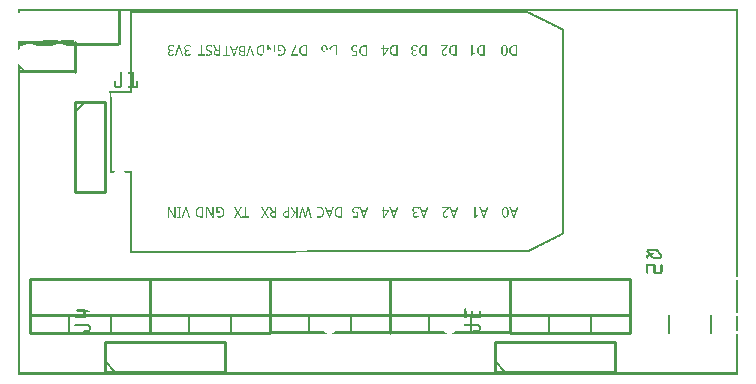
<source format=gto>
G04 MADE WITH FRITZING*
G04 WWW.FRITZING.ORG*
G04 DOUBLE SIDED*
G04 HOLES PLATED*
G04 CONTOUR ON CENTER OF CONTOUR VECTOR*
%ASAXBY*%
%FSLAX23Y23*%
%MOIN*%
%OFA0B0*%
%SFA1.0B1.0*%
%ADD10C,0.010000*%
%ADD11C,0.005000*%
%ADD12R,0.001000X0.001000*%
%LNSILK1*%
G90*
G70*
G54D10*
X438Y140D02*
X38Y140D01*
D02*
X38Y140D02*
X38Y320D01*
D02*
X38Y320D02*
X438Y320D01*
D02*
X438Y320D02*
X438Y140D01*
D02*
X438Y140D02*
X38Y140D01*
D02*
X38Y140D02*
X38Y200D01*
D02*
X38Y200D02*
X438Y200D01*
D02*
X438Y200D02*
X438Y140D01*
G54D11*
D02*
X308Y140D02*
X308Y200D01*
D02*
X168Y140D02*
X168Y200D01*
G54D10*
D02*
X838Y140D02*
X438Y140D01*
D02*
X438Y140D02*
X438Y320D01*
D02*
X438Y320D02*
X838Y320D01*
D02*
X838Y320D02*
X838Y140D01*
D02*
X838Y140D02*
X438Y140D01*
D02*
X438Y140D02*
X438Y200D01*
D02*
X438Y200D02*
X838Y200D01*
D02*
X838Y200D02*
X838Y140D01*
G54D11*
D02*
X708Y140D02*
X708Y200D01*
D02*
X568Y140D02*
X568Y200D01*
G54D10*
D02*
X838Y140D02*
X838Y320D01*
D02*
X838Y320D02*
X1238Y320D01*
D02*
X1238Y320D02*
X1238Y140D01*
D02*
X838Y140D02*
X838Y200D01*
D02*
X838Y200D02*
X1238Y200D01*
D02*
X1238Y200D02*
X1238Y140D01*
G54D11*
D02*
X1108Y140D02*
X1108Y200D01*
D02*
X968Y140D02*
X968Y200D01*
G54D10*
D02*
X2038Y140D02*
X2038Y320D01*
D02*
X2038Y140D02*
X2038Y200D01*
G54D11*
D02*
X2308Y140D02*
X2308Y200D01*
D02*
X2168Y140D02*
X2168Y200D01*
G54D10*
D02*
X2038Y140D02*
X1638Y140D01*
D02*
X1638Y140D02*
X1638Y320D01*
D02*
X1638Y320D02*
X2038Y320D01*
D02*
X2038Y320D02*
X2038Y140D01*
D02*
X2038Y140D02*
X1638Y140D01*
D02*
X1638Y140D02*
X1638Y200D01*
D02*
X1638Y200D02*
X2038Y200D01*
D02*
X2038Y200D02*
X2038Y140D01*
G54D11*
D02*
X1908Y140D02*
X1908Y200D01*
D02*
X1768Y140D02*
X1768Y200D01*
G54D10*
D02*
X1238Y140D02*
X1238Y320D01*
D02*
X1238Y320D02*
X1638Y320D01*
D02*
X1638Y320D02*
X1638Y140D01*
D02*
X1238Y140D02*
X1238Y200D01*
D02*
X1238Y200D02*
X1638Y200D01*
D02*
X1638Y200D02*
X1638Y140D01*
G54D11*
D02*
X1508Y140D02*
X1508Y200D01*
D02*
X1368Y140D02*
X1368Y200D01*
G54D10*
D02*
X188Y910D02*
X188Y610D01*
D02*
X188Y610D02*
X288Y610D01*
D02*
X288Y610D02*
X288Y910D01*
D02*
X288Y910D02*
X188Y910D01*
G54D11*
D02*
X188Y875D02*
X223Y910D01*
G54D10*
D02*
X288Y10D02*
X688Y10D01*
D02*
X688Y10D02*
X688Y110D01*
D02*
X688Y110D02*
X288Y110D01*
D02*
X288Y110D02*
X288Y10D01*
G54D11*
D02*
X323Y10D02*
X288Y45D01*
G54D10*
D02*
X1588Y10D02*
X1988Y10D01*
D02*
X1988Y10D02*
X1988Y110D01*
D02*
X1988Y110D02*
X1588Y110D01*
D02*
X1588Y110D02*
X1588Y10D01*
G54D11*
D02*
X1623Y10D02*
X1588Y45D01*
G54D10*
D02*
X188Y1010D02*
X188Y1110D01*
G54D12*
X0Y1220D02*
X2400Y1220D01*
X0Y1219D02*
X2400Y1219D01*
X0Y1218D02*
X2400Y1218D01*
X0Y1217D02*
X2400Y1217D01*
X0Y1216D02*
X2400Y1216D01*
X0Y1215D02*
X2400Y1215D01*
X0Y1214D02*
X2400Y1214D01*
X0Y1213D02*
X2400Y1213D01*
X0Y1212D02*
X7Y1212D01*
X333Y1212D02*
X342Y1212D01*
X373Y1212D02*
X1700Y1212D01*
X2393Y1212D02*
X2400Y1212D01*
X0Y1211D02*
X7Y1211D01*
X333Y1211D02*
X342Y1211D01*
X373Y1211D02*
X1702Y1211D01*
X2393Y1211D02*
X2400Y1211D01*
X0Y1210D02*
X7Y1210D01*
X333Y1210D02*
X342Y1210D01*
X373Y1210D02*
X1704Y1210D01*
X2393Y1210D02*
X2400Y1210D01*
X0Y1209D02*
X7Y1209D01*
X333Y1209D02*
X342Y1209D01*
X373Y1209D02*
X1706Y1209D01*
X2393Y1209D02*
X2400Y1209D01*
X0Y1208D02*
X7Y1208D01*
X333Y1208D02*
X342Y1208D01*
X373Y1208D02*
X1708Y1208D01*
X2393Y1208D02*
X2400Y1208D01*
X0Y1207D02*
X7Y1207D01*
X333Y1207D02*
X342Y1207D01*
X373Y1207D02*
X379Y1207D01*
X1511Y1207D02*
X1710Y1207D01*
X2393Y1207D02*
X2400Y1207D01*
X333Y1206D02*
X342Y1206D01*
X373Y1206D02*
X379Y1206D01*
X1698Y1206D02*
X1712Y1206D01*
X2393Y1206D02*
X2400Y1206D01*
X333Y1205D02*
X342Y1205D01*
X373Y1205D02*
X379Y1205D01*
X1700Y1205D02*
X1714Y1205D01*
X2393Y1205D02*
X2400Y1205D01*
X333Y1204D02*
X342Y1204D01*
X373Y1204D02*
X379Y1204D01*
X1702Y1204D02*
X1716Y1204D01*
X2393Y1204D02*
X2400Y1204D01*
X333Y1203D02*
X342Y1203D01*
X373Y1203D02*
X379Y1203D01*
X1704Y1203D02*
X1718Y1203D01*
X2393Y1203D02*
X2400Y1203D01*
X333Y1202D02*
X342Y1202D01*
X373Y1202D02*
X379Y1202D01*
X1706Y1202D02*
X1720Y1202D01*
X2393Y1202D02*
X2400Y1202D01*
X333Y1201D02*
X342Y1201D01*
X373Y1201D02*
X379Y1201D01*
X1708Y1201D02*
X1723Y1201D01*
X2393Y1201D02*
X2400Y1201D01*
X333Y1200D02*
X342Y1200D01*
X373Y1200D02*
X379Y1200D01*
X1710Y1200D02*
X1725Y1200D01*
X2393Y1200D02*
X2400Y1200D01*
X333Y1199D02*
X342Y1199D01*
X373Y1199D02*
X379Y1199D01*
X1712Y1199D02*
X1727Y1199D01*
X2393Y1199D02*
X2400Y1199D01*
X333Y1198D02*
X342Y1198D01*
X373Y1198D02*
X379Y1198D01*
X1714Y1198D02*
X1729Y1198D01*
X2393Y1198D02*
X2400Y1198D01*
X333Y1197D02*
X342Y1197D01*
X373Y1197D02*
X379Y1197D01*
X1716Y1197D02*
X1731Y1197D01*
X2393Y1197D02*
X2400Y1197D01*
X333Y1196D02*
X342Y1196D01*
X373Y1196D02*
X379Y1196D01*
X1718Y1196D02*
X1733Y1196D01*
X2393Y1196D02*
X2400Y1196D01*
X333Y1195D02*
X342Y1195D01*
X373Y1195D02*
X379Y1195D01*
X1720Y1195D02*
X1735Y1195D01*
X2393Y1195D02*
X2400Y1195D01*
X333Y1194D02*
X342Y1194D01*
X373Y1194D02*
X379Y1194D01*
X1722Y1194D02*
X1737Y1194D01*
X2393Y1194D02*
X2400Y1194D01*
X333Y1193D02*
X342Y1193D01*
X373Y1193D02*
X379Y1193D01*
X1724Y1193D02*
X1739Y1193D01*
X2393Y1193D02*
X2400Y1193D01*
X333Y1192D02*
X342Y1192D01*
X373Y1192D02*
X379Y1192D01*
X1726Y1192D02*
X1741Y1192D01*
X2393Y1192D02*
X2400Y1192D01*
X333Y1191D02*
X342Y1191D01*
X373Y1191D02*
X379Y1191D01*
X1728Y1191D02*
X1743Y1191D01*
X2393Y1191D02*
X2400Y1191D01*
X333Y1190D02*
X342Y1190D01*
X373Y1190D02*
X379Y1190D01*
X1730Y1190D02*
X1745Y1190D01*
X2393Y1190D02*
X2400Y1190D01*
X333Y1189D02*
X342Y1189D01*
X373Y1189D02*
X379Y1189D01*
X1732Y1189D02*
X1747Y1189D01*
X2393Y1189D02*
X2400Y1189D01*
X333Y1188D02*
X342Y1188D01*
X373Y1188D02*
X379Y1188D01*
X1734Y1188D02*
X1749Y1188D01*
X2393Y1188D02*
X2400Y1188D01*
X333Y1187D02*
X342Y1187D01*
X373Y1187D02*
X379Y1187D01*
X1736Y1187D02*
X1751Y1187D01*
X2393Y1187D02*
X2400Y1187D01*
X333Y1186D02*
X342Y1186D01*
X373Y1186D02*
X379Y1186D01*
X1738Y1186D02*
X1753Y1186D01*
X2393Y1186D02*
X2400Y1186D01*
X333Y1185D02*
X342Y1185D01*
X373Y1185D02*
X379Y1185D01*
X1740Y1185D02*
X1755Y1185D01*
X2393Y1185D02*
X2400Y1185D01*
X333Y1184D02*
X342Y1184D01*
X373Y1184D02*
X379Y1184D01*
X1742Y1184D02*
X1757Y1184D01*
X2393Y1184D02*
X2400Y1184D01*
X333Y1183D02*
X342Y1183D01*
X373Y1183D02*
X379Y1183D01*
X1744Y1183D02*
X1759Y1183D01*
X2393Y1183D02*
X2400Y1183D01*
X333Y1182D02*
X342Y1182D01*
X373Y1182D02*
X379Y1182D01*
X1746Y1182D02*
X1761Y1182D01*
X2393Y1182D02*
X2400Y1182D01*
X333Y1181D02*
X342Y1181D01*
X373Y1181D02*
X379Y1181D01*
X1748Y1181D02*
X1763Y1181D01*
X2393Y1181D02*
X2400Y1181D01*
X333Y1180D02*
X342Y1180D01*
X373Y1180D02*
X379Y1180D01*
X1750Y1180D02*
X1765Y1180D01*
X2393Y1180D02*
X2400Y1180D01*
X333Y1179D02*
X342Y1179D01*
X373Y1179D02*
X379Y1179D01*
X1753Y1179D02*
X1767Y1179D01*
X2393Y1179D02*
X2400Y1179D01*
X333Y1178D02*
X342Y1178D01*
X373Y1178D02*
X379Y1178D01*
X1755Y1178D02*
X1769Y1178D01*
X2393Y1178D02*
X2400Y1178D01*
X333Y1177D02*
X342Y1177D01*
X373Y1177D02*
X379Y1177D01*
X1757Y1177D02*
X1771Y1177D01*
X2393Y1177D02*
X2400Y1177D01*
X333Y1176D02*
X342Y1176D01*
X373Y1176D02*
X379Y1176D01*
X1759Y1176D02*
X1773Y1176D01*
X2393Y1176D02*
X2400Y1176D01*
X333Y1175D02*
X342Y1175D01*
X373Y1175D02*
X379Y1175D01*
X1761Y1175D02*
X1775Y1175D01*
X2393Y1175D02*
X2400Y1175D01*
X333Y1174D02*
X342Y1174D01*
X373Y1174D02*
X379Y1174D01*
X1763Y1174D02*
X1777Y1174D01*
X2393Y1174D02*
X2400Y1174D01*
X333Y1173D02*
X342Y1173D01*
X373Y1173D02*
X379Y1173D01*
X1765Y1173D02*
X1779Y1173D01*
X2393Y1173D02*
X2400Y1173D01*
X333Y1172D02*
X342Y1172D01*
X373Y1172D02*
X379Y1172D01*
X1767Y1172D02*
X1781Y1172D01*
X2393Y1172D02*
X2400Y1172D01*
X333Y1171D02*
X342Y1171D01*
X373Y1171D02*
X379Y1171D01*
X1769Y1171D02*
X1784Y1171D01*
X2393Y1171D02*
X2400Y1171D01*
X333Y1170D02*
X342Y1170D01*
X373Y1170D02*
X379Y1170D01*
X1771Y1170D02*
X1786Y1170D01*
X2393Y1170D02*
X2400Y1170D01*
X333Y1169D02*
X342Y1169D01*
X373Y1169D02*
X379Y1169D01*
X1773Y1169D02*
X1788Y1169D01*
X2393Y1169D02*
X2400Y1169D01*
X333Y1168D02*
X342Y1168D01*
X373Y1168D02*
X379Y1168D01*
X1775Y1168D02*
X1790Y1168D01*
X2393Y1168D02*
X2400Y1168D01*
X333Y1167D02*
X342Y1167D01*
X373Y1167D02*
X379Y1167D01*
X1777Y1167D02*
X1792Y1167D01*
X2393Y1167D02*
X2400Y1167D01*
X333Y1166D02*
X342Y1166D01*
X373Y1166D02*
X379Y1166D01*
X1779Y1166D02*
X1794Y1166D01*
X2393Y1166D02*
X2400Y1166D01*
X333Y1165D02*
X342Y1165D01*
X373Y1165D02*
X379Y1165D01*
X1781Y1165D02*
X1796Y1165D01*
X2393Y1165D02*
X2400Y1165D01*
X333Y1164D02*
X342Y1164D01*
X373Y1164D02*
X379Y1164D01*
X1783Y1164D02*
X1798Y1164D01*
X2393Y1164D02*
X2400Y1164D01*
X333Y1163D02*
X342Y1163D01*
X373Y1163D02*
X379Y1163D01*
X1785Y1163D02*
X1800Y1163D01*
X2393Y1163D02*
X2400Y1163D01*
X333Y1162D02*
X342Y1162D01*
X373Y1162D02*
X379Y1162D01*
X1787Y1162D02*
X1802Y1162D01*
X2393Y1162D02*
X2400Y1162D01*
X333Y1161D02*
X342Y1161D01*
X373Y1161D02*
X379Y1161D01*
X1789Y1161D02*
X1804Y1161D01*
X2393Y1161D02*
X2400Y1161D01*
X333Y1160D02*
X342Y1160D01*
X373Y1160D02*
X379Y1160D01*
X1791Y1160D02*
X1806Y1160D01*
X2393Y1160D02*
X2400Y1160D01*
X333Y1159D02*
X342Y1159D01*
X373Y1159D02*
X379Y1159D01*
X1793Y1159D02*
X1808Y1159D01*
X2393Y1159D02*
X2400Y1159D01*
X333Y1158D02*
X342Y1158D01*
X373Y1158D02*
X379Y1158D01*
X1795Y1158D02*
X1810Y1158D01*
X2393Y1158D02*
X2400Y1158D01*
X333Y1157D02*
X342Y1157D01*
X373Y1157D02*
X379Y1157D01*
X1797Y1157D02*
X1812Y1157D01*
X2393Y1157D02*
X2400Y1157D01*
X333Y1156D02*
X342Y1156D01*
X373Y1156D02*
X379Y1156D01*
X1799Y1156D02*
X1814Y1156D01*
X2393Y1156D02*
X2400Y1156D01*
X333Y1155D02*
X342Y1155D01*
X373Y1155D02*
X379Y1155D01*
X1801Y1155D02*
X1816Y1155D01*
X2393Y1155D02*
X2400Y1155D01*
X333Y1154D02*
X342Y1154D01*
X373Y1154D02*
X379Y1154D01*
X1803Y1154D02*
X1818Y1154D01*
X2393Y1154D02*
X2400Y1154D01*
X333Y1153D02*
X342Y1153D01*
X373Y1153D02*
X379Y1153D01*
X1805Y1153D02*
X1819Y1153D01*
X2393Y1153D02*
X2400Y1153D01*
X333Y1152D02*
X342Y1152D01*
X373Y1152D02*
X379Y1152D01*
X1807Y1152D02*
X1819Y1152D01*
X2393Y1152D02*
X2400Y1152D01*
X333Y1151D02*
X342Y1151D01*
X373Y1151D02*
X379Y1151D01*
X1809Y1151D02*
X1819Y1151D01*
X2393Y1151D02*
X2400Y1151D01*
X333Y1150D02*
X342Y1150D01*
X373Y1150D02*
X379Y1150D01*
X1811Y1150D02*
X1819Y1150D01*
X2393Y1150D02*
X2400Y1150D01*
X333Y1149D02*
X342Y1149D01*
X373Y1149D02*
X379Y1149D01*
X1813Y1149D02*
X1819Y1149D01*
X2393Y1149D02*
X2400Y1149D01*
X333Y1148D02*
X342Y1148D01*
X373Y1148D02*
X379Y1148D01*
X1813Y1148D02*
X1819Y1148D01*
X2393Y1148D02*
X2400Y1148D01*
X333Y1147D02*
X342Y1147D01*
X373Y1147D02*
X379Y1147D01*
X1813Y1147D02*
X1819Y1147D01*
X2393Y1147D02*
X2400Y1147D01*
X333Y1146D02*
X342Y1146D01*
X373Y1146D02*
X379Y1146D01*
X1813Y1146D02*
X1819Y1146D01*
X2393Y1146D02*
X2400Y1146D01*
X333Y1145D02*
X342Y1145D01*
X373Y1145D02*
X379Y1145D01*
X1813Y1145D02*
X1819Y1145D01*
X2393Y1145D02*
X2400Y1145D01*
X333Y1144D02*
X342Y1144D01*
X373Y1144D02*
X379Y1144D01*
X1813Y1144D02*
X1819Y1144D01*
X2393Y1144D02*
X2400Y1144D01*
X333Y1143D02*
X342Y1143D01*
X373Y1143D02*
X379Y1143D01*
X1813Y1143D02*
X1819Y1143D01*
X2393Y1143D02*
X2400Y1143D01*
X333Y1142D02*
X342Y1142D01*
X373Y1142D02*
X379Y1142D01*
X1813Y1142D02*
X1819Y1142D01*
X2393Y1142D02*
X2400Y1142D01*
X333Y1141D02*
X342Y1141D01*
X373Y1141D02*
X379Y1141D01*
X1813Y1141D02*
X1819Y1141D01*
X2393Y1141D02*
X2400Y1141D01*
X333Y1140D02*
X342Y1140D01*
X373Y1140D02*
X379Y1140D01*
X1813Y1140D02*
X1819Y1140D01*
X2393Y1140D02*
X2400Y1140D01*
X333Y1139D02*
X342Y1139D01*
X373Y1139D02*
X379Y1139D01*
X1813Y1139D02*
X1819Y1139D01*
X2393Y1139D02*
X2400Y1139D01*
X333Y1138D02*
X342Y1138D01*
X373Y1138D02*
X379Y1138D01*
X1813Y1138D02*
X1819Y1138D01*
X2393Y1138D02*
X2400Y1138D01*
X333Y1137D02*
X342Y1137D01*
X373Y1137D02*
X379Y1137D01*
X1813Y1137D02*
X1819Y1137D01*
X2393Y1137D02*
X2400Y1137D01*
X333Y1136D02*
X342Y1136D01*
X373Y1136D02*
X379Y1136D01*
X1813Y1136D02*
X1819Y1136D01*
X2393Y1136D02*
X2400Y1136D01*
X333Y1135D02*
X342Y1135D01*
X373Y1135D02*
X379Y1135D01*
X1813Y1135D02*
X1819Y1135D01*
X2393Y1135D02*
X2400Y1135D01*
X333Y1134D02*
X342Y1134D01*
X373Y1134D02*
X379Y1134D01*
X1813Y1134D02*
X1819Y1134D01*
X2393Y1134D02*
X2400Y1134D01*
X333Y1133D02*
X342Y1133D01*
X373Y1133D02*
X379Y1133D01*
X1813Y1133D02*
X1819Y1133D01*
X2393Y1133D02*
X2400Y1133D01*
X333Y1132D02*
X342Y1132D01*
X373Y1132D02*
X379Y1132D01*
X1813Y1132D02*
X1819Y1132D01*
X2393Y1132D02*
X2400Y1132D01*
X333Y1131D02*
X342Y1131D01*
X373Y1131D02*
X379Y1131D01*
X1813Y1131D02*
X1819Y1131D01*
X2393Y1131D02*
X2400Y1131D01*
X333Y1130D02*
X342Y1130D01*
X373Y1130D02*
X379Y1130D01*
X1813Y1130D02*
X1819Y1130D01*
X2393Y1130D02*
X2400Y1130D01*
X333Y1129D02*
X342Y1129D01*
X373Y1129D02*
X379Y1129D01*
X1813Y1129D02*
X1819Y1129D01*
X2393Y1129D02*
X2400Y1129D01*
X333Y1128D02*
X342Y1128D01*
X373Y1128D02*
X379Y1128D01*
X1813Y1128D02*
X1819Y1128D01*
X2393Y1128D02*
X2400Y1128D01*
X333Y1127D02*
X342Y1127D01*
X373Y1127D02*
X379Y1127D01*
X1813Y1127D02*
X1819Y1127D01*
X2393Y1127D02*
X2400Y1127D01*
X333Y1126D02*
X342Y1126D01*
X373Y1126D02*
X379Y1126D01*
X1813Y1126D02*
X1819Y1126D01*
X2393Y1126D02*
X2400Y1126D01*
X333Y1125D02*
X342Y1125D01*
X373Y1125D02*
X379Y1125D01*
X1813Y1125D02*
X1819Y1125D01*
X2393Y1125D02*
X2400Y1125D01*
X333Y1124D02*
X342Y1124D01*
X373Y1124D02*
X379Y1124D01*
X1813Y1124D02*
X1819Y1124D01*
X2393Y1124D02*
X2400Y1124D01*
X333Y1123D02*
X342Y1123D01*
X373Y1123D02*
X379Y1123D01*
X1813Y1123D02*
X1819Y1123D01*
X2393Y1123D02*
X2400Y1123D01*
X333Y1122D02*
X342Y1122D01*
X373Y1122D02*
X379Y1122D01*
X1813Y1122D02*
X1819Y1122D01*
X2393Y1122D02*
X2400Y1122D01*
X333Y1121D02*
X342Y1121D01*
X373Y1121D02*
X379Y1121D01*
X1813Y1121D02*
X1819Y1121D01*
X2393Y1121D02*
X2400Y1121D01*
X333Y1120D02*
X342Y1120D01*
X373Y1120D02*
X379Y1120D01*
X1813Y1120D02*
X1819Y1120D01*
X2393Y1120D02*
X2400Y1120D01*
X333Y1119D02*
X342Y1119D01*
X373Y1119D02*
X379Y1119D01*
X1813Y1119D02*
X1819Y1119D01*
X2393Y1119D02*
X2400Y1119D01*
X333Y1118D02*
X342Y1118D01*
X373Y1118D02*
X379Y1118D01*
X1813Y1118D02*
X1819Y1118D01*
X2393Y1118D02*
X2400Y1118D01*
X333Y1117D02*
X342Y1117D01*
X373Y1117D02*
X379Y1117D01*
X1813Y1117D02*
X1819Y1117D01*
X2393Y1117D02*
X2400Y1117D01*
X333Y1116D02*
X342Y1116D01*
X373Y1116D02*
X379Y1116D01*
X1813Y1116D02*
X1819Y1116D01*
X2393Y1116D02*
X2400Y1116D01*
X84Y1115D02*
X131Y1115D01*
X144Y1115D02*
X187Y1115D01*
X333Y1115D02*
X342Y1115D01*
X373Y1115D02*
X379Y1115D01*
X1813Y1115D02*
X1819Y1115D01*
X2393Y1115D02*
X2400Y1115D01*
X0Y1114D02*
X187Y1114D01*
X333Y1114D02*
X342Y1114D01*
X373Y1114D02*
X379Y1114D01*
X1813Y1114D02*
X1819Y1114D01*
X2393Y1114D02*
X2400Y1114D01*
X0Y1113D02*
X187Y1113D01*
X333Y1113D02*
X342Y1113D01*
X373Y1113D02*
X379Y1113D01*
X1813Y1113D02*
X1819Y1113D01*
X2393Y1113D02*
X2400Y1113D01*
X0Y1112D02*
X187Y1112D01*
X333Y1112D02*
X342Y1112D01*
X373Y1112D02*
X379Y1112D01*
X1813Y1112D02*
X1819Y1112D01*
X2393Y1112D02*
X2400Y1112D01*
X0Y1111D02*
X187Y1111D01*
X333Y1111D02*
X342Y1111D01*
X373Y1111D02*
X379Y1111D01*
X1813Y1111D02*
X1819Y1111D01*
X2393Y1111D02*
X2400Y1111D01*
X0Y1110D02*
X187Y1110D01*
X333Y1110D02*
X342Y1110D01*
X373Y1110D02*
X379Y1110D01*
X1813Y1110D02*
X1819Y1110D01*
X2393Y1110D02*
X2400Y1110D01*
X0Y1109D02*
X187Y1109D01*
X333Y1109D02*
X342Y1109D01*
X373Y1109D02*
X379Y1109D01*
X1813Y1109D02*
X1819Y1109D01*
X2393Y1109D02*
X2400Y1109D01*
X0Y1108D02*
X187Y1108D01*
X333Y1108D02*
X342Y1108D01*
X373Y1108D02*
X379Y1108D01*
X1813Y1108D02*
X1819Y1108D01*
X2393Y1108D02*
X2400Y1108D01*
X0Y1107D02*
X187Y1107D01*
X333Y1107D02*
X342Y1107D01*
X373Y1107D02*
X379Y1107D01*
X1813Y1107D02*
X1819Y1107D01*
X2393Y1107D02*
X2400Y1107D01*
X0Y1106D02*
X187Y1106D01*
X333Y1106D02*
X342Y1106D01*
X373Y1106D02*
X379Y1106D01*
X1813Y1106D02*
X1819Y1106D01*
X2393Y1106D02*
X2400Y1106D01*
X0Y1105D02*
X342Y1105D01*
X373Y1105D02*
X379Y1105D01*
X1813Y1105D02*
X1819Y1105D01*
X2393Y1105D02*
X2400Y1105D01*
X0Y1104D02*
X32Y1104D01*
X43Y1104D02*
X132Y1104D01*
X143Y1104D02*
X342Y1104D01*
X373Y1104D02*
X379Y1104D01*
X1813Y1104D02*
X1819Y1104D01*
X2393Y1104D02*
X2400Y1104D01*
X0Y1103D02*
X27Y1103D01*
X48Y1103D02*
X127Y1103D01*
X148Y1103D02*
X342Y1103D01*
X373Y1103D02*
X379Y1103D01*
X1813Y1103D02*
X1819Y1103D01*
X2393Y1103D02*
X2400Y1103D01*
X0Y1102D02*
X24Y1102D01*
X51Y1102D02*
X124Y1102D01*
X151Y1102D02*
X342Y1102D01*
X373Y1102D02*
X379Y1102D01*
X1813Y1102D02*
X1819Y1102D01*
X2393Y1102D02*
X2400Y1102D01*
X0Y1101D02*
X22Y1101D01*
X53Y1101D02*
X122Y1101D01*
X153Y1101D02*
X342Y1101D01*
X373Y1101D02*
X379Y1101D01*
X1813Y1101D02*
X1819Y1101D01*
X2393Y1101D02*
X2400Y1101D01*
X0Y1100D02*
X20Y1100D01*
X55Y1100D02*
X120Y1100D01*
X155Y1100D02*
X337Y1100D01*
X373Y1100D02*
X379Y1100D01*
X1813Y1100D02*
X1819Y1100D01*
X2393Y1100D02*
X2400Y1100D01*
X0Y1099D02*
X18Y1099D01*
X57Y1099D02*
X118Y1099D01*
X157Y1099D02*
X337Y1099D01*
X373Y1099D02*
X379Y1099D01*
X508Y1099D02*
X517Y1099D01*
X534Y1099D02*
X538Y1099D01*
X562Y1099D02*
X571Y1099D01*
X609Y1099D02*
X612Y1099D01*
X634Y1099D02*
X643Y1099D01*
X650Y1099D02*
X654Y1099D01*
X669Y1099D02*
X672Y1099D01*
X809Y1099D02*
X820Y1099D01*
X831Y1099D02*
X835Y1099D01*
X852Y1099D02*
X856Y1099D01*
X869Y1099D02*
X880Y1099D01*
X924Y1099D02*
X927Y1099D01*
X952Y1099D02*
X962Y1099D01*
X1018Y1099D02*
X1023Y1099D01*
X1052Y1099D02*
X1062Y1099D01*
X1121Y1099D02*
X1123Y1099D01*
X1215Y1099D02*
X1219Y1099D01*
X1252Y1099D02*
X1264Y1099D01*
X1318Y1099D02*
X1328Y1099D01*
X1351Y1099D02*
X1362Y1099D01*
X1410Y1099D02*
X1431Y1099D01*
X1449Y1099D02*
X1462Y1099D01*
X1510Y1099D02*
X1514Y1099D01*
X1544Y1099D02*
X1555Y1099D01*
X1617Y1099D02*
X1624Y1099D01*
X1652Y1099D02*
X1662Y1099D01*
X1813Y1099D02*
X1819Y1099D01*
X2393Y1099D02*
X2400Y1099D01*
X0Y1098D02*
X16Y1098D01*
X59Y1098D02*
X116Y1098D01*
X159Y1098D02*
X337Y1098D01*
X373Y1098D02*
X379Y1098D01*
X504Y1098D02*
X519Y1098D01*
X533Y1098D02*
X538Y1098D01*
X559Y1098D02*
X573Y1098D01*
X609Y1098D02*
X612Y1098D01*
X631Y1098D02*
X644Y1098D01*
X651Y1098D02*
X655Y1098D01*
X669Y1098D02*
X672Y1098D01*
X806Y1098D02*
X820Y1098D01*
X831Y1098D02*
X836Y1098D01*
X852Y1098D02*
X856Y1098D01*
X866Y1098D02*
X883Y1098D01*
X923Y1098D02*
X926Y1098D01*
X949Y1098D02*
X962Y1098D01*
X1015Y1098D02*
X1025Y1098D01*
X1049Y1098D02*
X1062Y1098D01*
X1117Y1098D02*
X1128Y1098D01*
X1149Y1098D02*
X1162Y1098D01*
X1215Y1098D02*
X1219Y1098D01*
X1248Y1098D02*
X1264Y1098D01*
X1316Y1098D02*
X1330Y1098D01*
X1348Y1098D02*
X1362Y1098D01*
X1410Y1098D02*
X1431Y1098D01*
X1446Y1098D02*
X1462Y1098D01*
X1510Y1098D02*
X1514Y1098D01*
X1541Y1098D02*
X1555Y1098D01*
X1615Y1098D02*
X1625Y1098D01*
X1649Y1098D02*
X1662Y1098D01*
X1813Y1098D02*
X1819Y1098D01*
X2393Y1098D02*
X2400Y1098D01*
X0Y1097D02*
X14Y1097D01*
X61Y1097D02*
X114Y1097D01*
X161Y1097D02*
X337Y1097D01*
X373Y1097D02*
X379Y1097D01*
X503Y1097D02*
X520Y1097D01*
X533Y1097D02*
X539Y1097D01*
X557Y1097D02*
X574Y1097D01*
X609Y1097D02*
X612Y1097D01*
X630Y1097D02*
X646Y1097D01*
X651Y1097D02*
X655Y1097D01*
X669Y1097D02*
X672Y1097D01*
X803Y1097D02*
X820Y1097D01*
X831Y1097D02*
X836Y1097D01*
X852Y1097D02*
X856Y1097D01*
X865Y1097D02*
X884Y1097D01*
X923Y1097D02*
X926Y1097D01*
X945Y1097D02*
X962Y1097D01*
X1014Y1097D02*
X1026Y1097D01*
X1046Y1097D02*
X1062Y1097D01*
X1116Y1097D02*
X1130Y1097D01*
X1146Y1097D02*
X1162Y1097D01*
X1215Y1097D02*
X1219Y1097D01*
X1246Y1097D02*
X1264Y1097D01*
X1314Y1097D02*
X1331Y1097D01*
X1345Y1097D02*
X1362Y1097D01*
X1410Y1097D02*
X1431Y1097D01*
X1444Y1097D02*
X1462Y1097D01*
X1510Y1097D02*
X1514Y1097D01*
X1538Y1097D02*
X1555Y1097D01*
X1614Y1097D02*
X1627Y1097D01*
X1646Y1097D02*
X1662Y1097D01*
X1813Y1097D02*
X1819Y1097D01*
X2393Y1097D02*
X2400Y1097D01*
X0Y1096D02*
X13Y1096D01*
X62Y1096D02*
X113Y1096D01*
X162Y1096D02*
X337Y1096D01*
X373Y1096D02*
X379Y1096D01*
X502Y1096D02*
X520Y1096D01*
X533Y1096D02*
X539Y1096D01*
X556Y1096D02*
X574Y1096D01*
X609Y1096D02*
X612Y1096D01*
X628Y1096D02*
X646Y1096D01*
X652Y1096D02*
X656Y1096D01*
X669Y1096D02*
X672Y1096D01*
X693Y1096D02*
X696Y1096D01*
X707Y1096D02*
X710Y1096D01*
X730Y1096D02*
X733Y1096D01*
X744Y1096D02*
X756Y1096D01*
X772Y1096D02*
X775Y1096D01*
X801Y1096D02*
X820Y1096D01*
X831Y1096D02*
X837Y1096D01*
X852Y1096D02*
X856Y1096D01*
X865Y1096D02*
X886Y1096D01*
X922Y1096D02*
X925Y1096D01*
X944Y1096D02*
X962Y1096D01*
X1013Y1096D02*
X1027Y1096D01*
X1044Y1096D02*
X1062Y1096D01*
X1114Y1096D02*
X1130Y1096D01*
X1144Y1096D02*
X1162Y1096D01*
X1215Y1096D02*
X1219Y1096D01*
X1245Y1096D02*
X1264Y1096D01*
X1313Y1096D02*
X1331Y1096D01*
X1343Y1096D02*
X1362Y1096D01*
X1410Y1096D02*
X1431Y1096D01*
X1443Y1096D02*
X1462Y1096D01*
X1510Y1096D02*
X1514Y1096D01*
X1536Y1096D02*
X1555Y1096D01*
X1614Y1096D02*
X1628Y1096D01*
X1644Y1096D02*
X1662Y1096D01*
X1813Y1096D02*
X1819Y1096D01*
X2393Y1096D02*
X2400Y1096D01*
X0Y1095D02*
X7Y1095D01*
X373Y1095D02*
X379Y1095D01*
X501Y1095D02*
X506Y1095D01*
X517Y1095D02*
X520Y1095D01*
X533Y1095D02*
X539Y1095D01*
X555Y1095D02*
X560Y1095D01*
X572Y1095D02*
X574Y1095D01*
X609Y1095D02*
X612Y1095D01*
X627Y1095D02*
X632Y1095D01*
X643Y1095D02*
X646Y1095D01*
X652Y1095D02*
X656Y1095D01*
X669Y1095D02*
X672Y1095D01*
X693Y1095D02*
X696Y1095D01*
X707Y1095D02*
X710Y1095D01*
X729Y1095D02*
X732Y1095D01*
X741Y1095D02*
X756Y1095D01*
X771Y1095D02*
X775Y1095D01*
X800Y1095D02*
X808Y1095D01*
X817Y1095D02*
X820Y1095D01*
X831Y1095D02*
X837Y1095D01*
X852Y1095D02*
X856Y1095D01*
X865Y1095D02*
X868Y1095D01*
X879Y1095D02*
X886Y1095D01*
X922Y1095D02*
X925Y1095D01*
X943Y1095D02*
X950Y1095D01*
X959Y1095D02*
X962Y1095D01*
X1012Y1095D02*
X1016Y1095D01*
X1024Y1095D02*
X1028Y1095D01*
X1043Y1095D02*
X1050Y1095D01*
X1059Y1095D02*
X1062Y1095D01*
X1113Y1095D02*
X1119Y1095D01*
X1126Y1095D02*
X1130Y1095D01*
X1143Y1095D02*
X1162Y1095D01*
X1215Y1095D02*
X1219Y1095D01*
X1244Y1095D02*
X1251Y1095D01*
X1260Y1095D02*
X1264Y1095D01*
X1312Y1095D02*
X1317Y1095D01*
X1328Y1095D02*
X1331Y1095D01*
X1342Y1095D02*
X1350Y1095D01*
X1358Y1095D02*
X1362Y1095D01*
X1426Y1095D02*
X1430Y1095D01*
X1441Y1095D02*
X1449Y1095D01*
X1458Y1095D02*
X1462Y1095D01*
X1510Y1095D02*
X1514Y1095D01*
X1535Y1095D02*
X1543Y1095D01*
X1551Y1095D02*
X1555Y1095D01*
X1613Y1095D02*
X1617Y1095D01*
X1625Y1095D02*
X1628Y1095D01*
X1642Y1095D02*
X1650Y1095D01*
X1659Y1095D02*
X1662Y1095D01*
X1813Y1095D02*
X1819Y1095D01*
X2393Y1095D02*
X2400Y1095D01*
X0Y1094D02*
X7Y1094D01*
X373Y1094D02*
X379Y1094D01*
X500Y1094D02*
X504Y1094D01*
X520Y1094D02*
X520Y1094D01*
X532Y1094D02*
X540Y1094D01*
X554Y1094D02*
X559Y1094D01*
X574Y1094D02*
X574Y1094D01*
X609Y1094D02*
X612Y1094D01*
X627Y1094D02*
X631Y1094D01*
X645Y1094D02*
X646Y1094D01*
X653Y1094D02*
X657Y1094D01*
X669Y1094D02*
X672Y1094D01*
X693Y1094D02*
X696Y1094D01*
X708Y1094D02*
X711Y1094D01*
X729Y1094D02*
X732Y1094D01*
X740Y1094D02*
X756Y1094D01*
X771Y1094D02*
X776Y1094D01*
X800Y1094D02*
X806Y1094D01*
X817Y1094D02*
X820Y1094D01*
X831Y1094D02*
X838Y1094D01*
X852Y1094D02*
X856Y1094D01*
X865Y1094D02*
X868Y1094D01*
X881Y1094D02*
X887Y1094D01*
X921Y1094D02*
X925Y1094D01*
X942Y1094D02*
X948Y1094D01*
X959Y1094D02*
X962Y1094D01*
X1011Y1094D02*
X1015Y1094D01*
X1025Y1094D02*
X1029Y1094D01*
X1042Y1094D02*
X1048Y1094D01*
X1059Y1094D02*
X1062Y1094D01*
X1112Y1094D02*
X1117Y1094D01*
X1130Y1094D02*
X1130Y1094D01*
X1141Y1094D02*
X1150Y1094D01*
X1159Y1094D02*
X1162Y1094D01*
X1215Y1094D02*
X1219Y1094D01*
X1243Y1094D02*
X1249Y1094D01*
X1260Y1094D02*
X1264Y1094D01*
X1311Y1094D02*
X1315Y1094D01*
X1330Y1094D02*
X1331Y1094D01*
X1341Y1094D02*
X1347Y1094D01*
X1358Y1094D02*
X1362Y1094D01*
X1425Y1094D02*
X1429Y1094D01*
X1441Y1094D02*
X1446Y1094D01*
X1458Y1094D02*
X1462Y1094D01*
X1510Y1094D02*
X1514Y1094D01*
X1534Y1094D02*
X1540Y1094D01*
X1551Y1094D02*
X1555Y1094D01*
X1612Y1094D02*
X1616Y1094D01*
X1625Y1094D02*
X1629Y1094D01*
X1641Y1094D02*
X1648Y1094D01*
X1659Y1094D02*
X1662Y1094D01*
X1813Y1094D02*
X1819Y1094D01*
X2393Y1094D02*
X2400Y1094D01*
X0Y1093D02*
X7Y1093D01*
X373Y1093D02*
X379Y1093D01*
X500Y1093D02*
X503Y1093D01*
X532Y1093D02*
X535Y1093D01*
X537Y1093D02*
X540Y1093D01*
X554Y1093D02*
X558Y1093D01*
X609Y1093D02*
X612Y1093D01*
X627Y1093D02*
X630Y1093D01*
X653Y1093D02*
X657Y1093D01*
X669Y1093D02*
X672Y1093D01*
X693Y1093D02*
X696Y1093D01*
X708Y1093D02*
X711Y1093D01*
X729Y1093D02*
X732Y1093D01*
X739Y1093D02*
X756Y1093D01*
X771Y1093D02*
X776Y1093D01*
X799Y1093D02*
X804Y1093D01*
X817Y1093D02*
X820Y1093D01*
X831Y1093D02*
X838Y1093D01*
X852Y1093D02*
X856Y1093D01*
X865Y1093D02*
X868Y1093D01*
X883Y1093D02*
X888Y1093D01*
X921Y1093D02*
X924Y1093D01*
X941Y1093D02*
X946Y1093D01*
X959Y1093D02*
X962Y1093D01*
X1011Y1093D02*
X1015Y1093D01*
X1026Y1093D02*
X1029Y1093D01*
X1041Y1093D02*
X1046Y1093D01*
X1059Y1093D02*
X1062Y1093D01*
X1111Y1093D02*
X1115Y1093D01*
X1141Y1093D02*
X1146Y1093D01*
X1159Y1093D02*
X1162Y1093D01*
X1215Y1093D02*
X1219Y1093D01*
X1242Y1093D02*
X1247Y1093D01*
X1260Y1093D02*
X1264Y1093D01*
X1311Y1093D02*
X1315Y1093D01*
X1340Y1093D02*
X1345Y1093D01*
X1358Y1093D02*
X1362Y1093D01*
X1424Y1093D02*
X1429Y1093D01*
X1440Y1093D02*
X1445Y1093D01*
X1458Y1093D02*
X1462Y1093D01*
X1510Y1093D02*
X1514Y1093D01*
X1533Y1093D02*
X1538Y1093D01*
X1551Y1093D02*
X1555Y1093D01*
X1612Y1093D02*
X1615Y1093D01*
X1626Y1093D02*
X1629Y1093D01*
X1641Y1093D02*
X1646Y1093D01*
X1659Y1093D02*
X1662Y1093D01*
X1813Y1093D02*
X1819Y1093D01*
X2393Y1093D02*
X2400Y1093D01*
X0Y1092D02*
X7Y1092D01*
X373Y1092D02*
X379Y1092D01*
X499Y1092D02*
X503Y1092D01*
X532Y1092D02*
X535Y1092D01*
X537Y1092D02*
X540Y1092D01*
X554Y1092D02*
X557Y1092D01*
X609Y1092D02*
X612Y1092D01*
X626Y1092D02*
X629Y1092D01*
X654Y1092D02*
X658Y1092D01*
X669Y1092D02*
X672Y1092D01*
X693Y1092D02*
X696Y1092D01*
X708Y1092D02*
X711Y1092D01*
X728Y1092D02*
X731Y1092D01*
X738Y1092D02*
X742Y1092D01*
X753Y1092D02*
X756Y1092D01*
X770Y1092D02*
X776Y1092D01*
X798Y1092D02*
X803Y1092D01*
X817Y1092D02*
X820Y1092D01*
X831Y1092D02*
X839Y1092D01*
X852Y1092D02*
X856Y1092D01*
X865Y1092D02*
X868Y1092D01*
X884Y1092D02*
X888Y1092D01*
X921Y1092D02*
X924Y1092D01*
X940Y1092D02*
X945Y1092D01*
X959Y1092D02*
X962Y1092D01*
X1011Y1092D02*
X1014Y1092D01*
X1027Y1092D02*
X1030Y1092D01*
X1040Y1092D02*
X1045Y1092D01*
X1059Y1092D02*
X1062Y1092D01*
X1111Y1092D02*
X1114Y1092D01*
X1140Y1092D02*
X1145Y1092D01*
X1159Y1092D02*
X1162Y1092D01*
X1215Y1092D02*
X1219Y1092D01*
X1241Y1092D02*
X1246Y1092D01*
X1260Y1092D02*
X1264Y1092D01*
X1310Y1092D02*
X1314Y1092D01*
X1339Y1092D02*
X1344Y1092D01*
X1358Y1092D02*
X1362Y1092D01*
X1423Y1092D02*
X1428Y1092D01*
X1439Y1092D02*
X1443Y1092D01*
X1458Y1092D02*
X1462Y1092D01*
X1510Y1092D02*
X1514Y1092D01*
X1532Y1092D02*
X1537Y1092D01*
X1551Y1092D02*
X1555Y1092D01*
X1611Y1092D02*
X1615Y1092D01*
X1627Y1092D02*
X1630Y1092D01*
X1640Y1092D02*
X1645Y1092D01*
X1659Y1092D02*
X1662Y1092D01*
X1813Y1092D02*
X1819Y1092D01*
X2393Y1092D02*
X2400Y1092D01*
X0Y1091D02*
X7Y1091D01*
X373Y1091D02*
X379Y1091D01*
X499Y1091D02*
X503Y1091D01*
X531Y1091D02*
X535Y1091D01*
X538Y1091D02*
X541Y1091D01*
X553Y1091D02*
X557Y1091D01*
X609Y1091D02*
X612Y1091D01*
X626Y1091D02*
X629Y1091D01*
X655Y1091D02*
X658Y1091D01*
X669Y1091D02*
X672Y1091D01*
X693Y1091D02*
X696Y1091D01*
X709Y1091D02*
X711Y1091D01*
X728Y1091D02*
X731Y1091D01*
X737Y1091D02*
X741Y1091D01*
X753Y1091D02*
X756Y1091D01*
X770Y1091D02*
X777Y1091D01*
X797Y1091D02*
X802Y1091D01*
X817Y1091D02*
X820Y1091D01*
X831Y1091D02*
X834Y1091D01*
X836Y1091D02*
X839Y1091D01*
X852Y1091D02*
X856Y1091D01*
X865Y1091D02*
X868Y1091D01*
X884Y1091D02*
X889Y1091D01*
X920Y1091D02*
X923Y1091D01*
X940Y1091D02*
X945Y1091D01*
X959Y1091D02*
X962Y1091D01*
X1010Y1091D02*
X1014Y1091D01*
X1027Y1091D02*
X1030Y1091D01*
X1040Y1091D02*
X1045Y1091D01*
X1059Y1091D02*
X1062Y1091D01*
X1111Y1091D02*
X1114Y1091D01*
X1139Y1091D02*
X1144Y1091D01*
X1159Y1091D02*
X1162Y1091D01*
X1210Y1091D02*
X1235Y1091D01*
X1241Y1091D02*
X1245Y1091D01*
X1260Y1091D02*
X1264Y1091D01*
X1310Y1091D02*
X1314Y1091D01*
X1339Y1091D02*
X1343Y1091D01*
X1358Y1091D02*
X1362Y1091D01*
X1422Y1091D02*
X1427Y1091D01*
X1439Y1091D02*
X1443Y1091D01*
X1458Y1091D02*
X1462Y1091D01*
X1510Y1091D02*
X1514Y1091D01*
X1532Y1091D02*
X1536Y1091D01*
X1551Y1091D02*
X1555Y1091D01*
X1611Y1091D02*
X1614Y1091D01*
X1627Y1091D02*
X1630Y1091D01*
X1639Y1091D02*
X1644Y1091D01*
X1659Y1091D02*
X1662Y1091D01*
X1813Y1091D02*
X1819Y1091D01*
X2393Y1091D02*
X2400Y1091D01*
X0Y1090D02*
X6Y1090D01*
X373Y1090D02*
X379Y1090D01*
X499Y1090D02*
X502Y1090D01*
X531Y1090D02*
X535Y1090D01*
X538Y1090D02*
X541Y1090D01*
X553Y1090D02*
X557Y1090D01*
X609Y1090D02*
X612Y1090D01*
X626Y1090D02*
X629Y1090D01*
X655Y1090D02*
X659Y1090D01*
X669Y1090D02*
X672Y1090D01*
X693Y1090D02*
X696Y1090D01*
X709Y1090D02*
X712Y1090D01*
X727Y1090D02*
X730Y1090D01*
X737Y1090D02*
X740Y1090D01*
X753Y1090D02*
X756Y1090D01*
X770Y1090D02*
X772Y1090D01*
X774Y1090D02*
X777Y1090D01*
X797Y1090D02*
X801Y1090D01*
X817Y1090D02*
X820Y1090D01*
X831Y1090D02*
X834Y1090D01*
X836Y1090D02*
X840Y1090D01*
X852Y1090D02*
X856Y1090D01*
X865Y1090D02*
X868Y1090D01*
X885Y1090D02*
X890Y1090D01*
X920Y1090D02*
X923Y1090D01*
X939Y1090D02*
X944Y1090D01*
X959Y1090D02*
X962Y1090D01*
X1010Y1090D02*
X1014Y1090D01*
X1027Y1090D02*
X1030Y1090D01*
X1039Y1090D02*
X1044Y1090D01*
X1059Y1090D02*
X1062Y1090D01*
X1110Y1090D02*
X1114Y1090D01*
X1139Y1090D02*
X1143Y1090D01*
X1159Y1090D02*
X1162Y1090D01*
X1210Y1090D02*
X1235Y1090D01*
X1240Y1090D02*
X1245Y1090D01*
X1260Y1090D02*
X1264Y1090D01*
X1310Y1090D02*
X1314Y1090D01*
X1338Y1090D02*
X1343Y1090D01*
X1358Y1090D02*
X1362Y1090D01*
X1421Y1090D02*
X1426Y1090D01*
X1438Y1090D02*
X1442Y1090D01*
X1458Y1090D02*
X1462Y1090D01*
X1510Y1090D02*
X1514Y1090D01*
X1531Y1090D02*
X1536Y1090D01*
X1551Y1090D02*
X1555Y1090D01*
X1611Y1090D02*
X1614Y1090D01*
X1627Y1090D02*
X1630Y1090D01*
X1639Y1090D02*
X1644Y1090D01*
X1659Y1090D02*
X1662Y1090D01*
X1813Y1090D02*
X1819Y1090D01*
X2393Y1090D02*
X2400Y1090D01*
X0Y1089D02*
X5Y1089D01*
X373Y1089D02*
X379Y1089D01*
X499Y1089D02*
X502Y1089D01*
X531Y1089D02*
X534Y1089D01*
X538Y1089D02*
X541Y1089D01*
X553Y1089D02*
X557Y1089D01*
X609Y1089D02*
X612Y1089D01*
X626Y1089D02*
X629Y1089D01*
X656Y1089D02*
X659Y1089D01*
X669Y1089D02*
X672Y1089D01*
X693Y1089D02*
X696Y1089D01*
X709Y1089D02*
X712Y1089D01*
X727Y1089D02*
X730Y1089D01*
X736Y1089D02*
X740Y1089D01*
X753Y1089D02*
X756Y1089D01*
X769Y1089D02*
X772Y1089D01*
X774Y1089D02*
X777Y1089D01*
X797Y1089D02*
X800Y1089D01*
X817Y1089D02*
X820Y1089D01*
X831Y1089D02*
X834Y1089D01*
X837Y1089D02*
X841Y1089D01*
X852Y1089D02*
X856Y1089D01*
X865Y1089D02*
X868Y1089D01*
X886Y1089D02*
X890Y1089D01*
X919Y1089D02*
X922Y1089D01*
X939Y1089D02*
X943Y1089D01*
X959Y1089D02*
X962Y1089D01*
X1010Y1089D02*
X1014Y1089D01*
X1028Y1089D02*
X1030Y1089D01*
X1039Y1089D02*
X1043Y1089D01*
X1059Y1089D02*
X1062Y1089D01*
X1110Y1089D02*
X1114Y1089D01*
X1139Y1089D02*
X1142Y1089D01*
X1159Y1089D02*
X1162Y1089D01*
X1210Y1089D02*
X1235Y1089D01*
X1240Y1089D02*
X1244Y1089D01*
X1260Y1089D02*
X1264Y1089D01*
X1310Y1089D02*
X1314Y1089D01*
X1338Y1089D02*
X1342Y1089D01*
X1358Y1089D02*
X1362Y1089D01*
X1420Y1089D02*
X1425Y1089D01*
X1438Y1089D02*
X1442Y1089D01*
X1458Y1089D02*
X1462Y1089D01*
X1510Y1089D02*
X1514Y1089D01*
X1531Y1089D02*
X1535Y1089D01*
X1551Y1089D02*
X1555Y1089D01*
X1611Y1089D02*
X1614Y1089D01*
X1627Y1089D02*
X1631Y1089D01*
X1639Y1089D02*
X1643Y1089D01*
X1659Y1089D02*
X1662Y1089D01*
X1813Y1089D02*
X1819Y1089D01*
X2393Y1089D02*
X2400Y1089D01*
X0Y1088D02*
X4Y1088D01*
X373Y1088D02*
X379Y1088D01*
X499Y1088D02*
X502Y1088D01*
X530Y1088D02*
X534Y1088D01*
X538Y1088D02*
X541Y1088D01*
X553Y1088D02*
X557Y1088D01*
X609Y1088D02*
X612Y1088D01*
X626Y1088D02*
X630Y1088D01*
X656Y1088D02*
X660Y1088D01*
X669Y1088D02*
X672Y1088D01*
X693Y1088D02*
X696Y1088D01*
X710Y1088D02*
X712Y1088D01*
X727Y1088D02*
X730Y1088D01*
X736Y1088D02*
X739Y1088D01*
X753Y1088D02*
X756Y1088D01*
X769Y1088D02*
X772Y1088D01*
X775Y1088D02*
X777Y1088D01*
X796Y1088D02*
X800Y1088D01*
X817Y1088D02*
X820Y1088D01*
X831Y1088D02*
X834Y1088D01*
X837Y1088D02*
X841Y1088D01*
X852Y1088D02*
X856Y1088D01*
X865Y1088D02*
X868Y1088D01*
X886Y1088D02*
X890Y1088D01*
X919Y1088D02*
X922Y1088D01*
X938Y1088D02*
X943Y1088D01*
X959Y1088D02*
X962Y1088D01*
X1010Y1088D02*
X1014Y1088D01*
X1028Y1088D02*
X1031Y1088D01*
X1038Y1088D02*
X1043Y1088D01*
X1059Y1088D02*
X1062Y1088D01*
X1110Y1088D02*
X1114Y1088D01*
X1139Y1088D02*
X1142Y1088D01*
X1159Y1088D02*
X1162Y1088D01*
X1210Y1088D02*
X1235Y1088D01*
X1240Y1088D02*
X1244Y1088D01*
X1260Y1088D02*
X1264Y1088D01*
X1310Y1088D02*
X1314Y1088D01*
X1338Y1088D02*
X1342Y1088D01*
X1358Y1088D02*
X1362Y1088D01*
X1419Y1088D02*
X1424Y1088D01*
X1438Y1088D02*
X1442Y1088D01*
X1458Y1088D02*
X1462Y1088D01*
X1510Y1088D02*
X1514Y1088D01*
X1530Y1088D02*
X1535Y1088D01*
X1551Y1088D02*
X1555Y1088D01*
X1610Y1088D02*
X1614Y1088D01*
X1628Y1088D02*
X1631Y1088D01*
X1638Y1088D02*
X1643Y1088D01*
X1659Y1088D02*
X1662Y1088D01*
X1813Y1088D02*
X1819Y1088D01*
X2393Y1088D02*
X2400Y1088D01*
X0Y1087D02*
X3Y1087D01*
X373Y1087D02*
X379Y1087D01*
X499Y1087D02*
X503Y1087D01*
X530Y1087D02*
X533Y1087D01*
X539Y1087D02*
X542Y1087D01*
X553Y1087D02*
X557Y1087D01*
X609Y1087D02*
X612Y1087D01*
X627Y1087D02*
X630Y1087D01*
X657Y1087D02*
X660Y1087D01*
X669Y1087D02*
X672Y1087D01*
X693Y1087D02*
X696Y1087D01*
X710Y1087D02*
X713Y1087D01*
X726Y1087D02*
X729Y1087D01*
X736Y1087D02*
X739Y1087D01*
X753Y1087D02*
X756Y1087D01*
X769Y1087D02*
X772Y1087D01*
X775Y1087D02*
X778Y1087D01*
X796Y1087D02*
X800Y1087D01*
X817Y1087D02*
X820Y1087D01*
X831Y1087D02*
X834Y1087D01*
X838Y1087D02*
X842Y1087D01*
X852Y1087D02*
X856Y1087D01*
X865Y1087D02*
X868Y1087D01*
X887Y1087D02*
X890Y1087D01*
X918Y1087D02*
X922Y1087D01*
X938Y1087D02*
X942Y1087D01*
X959Y1087D02*
X962Y1087D01*
X1010Y1087D02*
X1014Y1087D01*
X1028Y1087D02*
X1031Y1087D01*
X1038Y1087D02*
X1042Y1087D01*
X1059Y1087D02*
X1062Y1087D01*
X1110Y1087D02*
X1114Y1087D01*
X1138Y1087D02*
X1142Y1087D01*
X1159Y1087D02*
X1162Y1087D01*
X1215Y1087D02*
X1219Y1087D01*
X1230Y1087D02*
X1234Y1087D01*
X1239Y1087D02*
X1243Y1087D01*
X1260Y1087D02*
X1264Y1087D01*
X1310Y1087D02*
X1314Y1087D01*
X1337Y1087D02*
X1341Y1087D01*
X1358Y1087D02*
X1362Y1087D01*
X1419Y1087D02*
X1423Y1087D01*
X1437Y1087D02*
X1441Y1087D01*
X1458Y1087D02*
X1462Y1087D01*
X1510Y1087D02*
X1514Y1087D01*
X1530Y1087D02*
X1534Y1087D01*
X1551Y1087D02*
X1555Y1087D01*
X1610Y1087D02*
X1614Y1087D01*
X1628Y1087D02*
X1631Y1087D01*
X1638Y1087D02*
X1642Y1087D01*
X1659Y1087D02*
X1662Y1087D01*
X1813Y1087D02*
X1819Y1087D01*
X2393Y1087D02*
X2400Y1087D01*
X0Y1086D02*
X3Y1086D01*
X373Y1086D02*
X379Y1086D01*
X500Y1086D02*
X503Y1086D01*
X530Y1086D02*
X533Y1086D01*
X539Y1086D02*
X542Y1086D01*
X554Y1086D02*
X557Y1086D01*
X609Y1086D02*
X612Y1086D01*
X627Y1086D02*
X631Y1086D01*
X657Y1086D02*
X661Y1086D01*
X669Y1086D02*
X672Y1086D01*
X693Y1086D02*
X696Y1086D01*
X710Y1086D02*
X729Y1086D01*
X736Y1086D02*
X739Y1086D01*
X753Y1086D02*
X756Y1086D01*
X768Y1086D02*
X771Y1086D01*
X775Y1086D02*
X778Y1086D01*
X796Y1086D02*
X799Y1086D01*
X817Y1086D02*
X820Y1086D01*
X831Y1086D02*
X834Y1086D01*
X838Y1086D02*
X842Y1086D01*
X852Y1086D02*
X856Y1086D01*
X865Y1086D02*
X868Y1086D01*
X887Y1086D02*
X891Y1086D01*
X918Y1086D02*
X921Y1086D01*
X938Y1086D02*
X942Y1086D01*
X959Y1086D02*
X962Y1086D01*
X1010Y1086D02*
X1014Y1086D01*
X1028Y1086D02*
X1031Y1086D01*
X1038Y1086D02*
X1042Y1086D01*
X1059Y1086D02*
X1062Y1086D01*
X1110Y1086D02*
X1114Y1086D01*
X1138Y1086D02*
X1141Y1086D01*
X1159Y1086D02*
X1162Y1086D01*
X1215Y1086D02*
X1219Y1086D01*
X1230Y1086D02*
X1234Y1086D01*
X1239Y1086D02*
X1243Y1086D01*
X1260Y1086D02*
X1264Y1086D01*
X1311Y1086D02*
X1314Y1086D01*
X1337Y1086D02*
X1341Y1086D01*
X1358Y1086D02*
X1362Y1086D01*
X1418Y1086D02*
X1422Y1086D01*
X1437Y1086D02*
X1441Y1086D01*
X1458Y1086D02*
X1462Y1086D01*
X1510Y1086D02*
X1514Y1086D01*
X1530Y1086D02*
X1534Y1086D01*
X1551Y1086D02*
X1555Y1086D01*
X1610Y1086D02*
X1614Y1086D01*
X1628Y1086D02*
X1631Y1086D01*
X1638Y1086D02*
X1642Y1086D01*
X1659Y1086D02*
X1662Y1086D01*
X1813Y1086D02*
X1819Y1086D01*
X2393Y1086D02*
X2400Y1086D01*
X0Y1085D02*
X2Y1085D01*
X373Y1085D02*
X379Y1085D01*
X500Y1085D02*
X504Y1085D01*
X529Y1085D02*
X533Y1085D01*
X539Y1085D02*
X542Y1085D01*
X555Y1085D02*
X558Y1085D01*
X609Y1085D02*
X612Y1085D01*
X627Y1085D02*
X632Y1085D01*
X658Y1085D02*
X662Y1085D01*
X669Y1085D02*
X672Y1085D01*
X693Y1085D02*
X696Y1085D01*
X711Y1085D02*
X729Y1085D01*
X736Y1085D02*
X739Y1085D01*
X753Y1085D02*
X756Y1085D01*
X768Y1085D02*
X771Y1085D01*
X775Y1085D02*
X778Y1085D01*
X796Y1085D02*
X799Y1085D01*
X817Y1085D02*
X820Y1085D01*
X831Y1085D02*
X834Y1085D01*
X839Y1085D02*
X843Y1085D01*
X852Y1085D02*
X856Y1085D01*
X865Y1085D02*
X868Y1085D01*
X887Y1085D02*
X891Y1085D01*
X918Y1085D02*
X921Y1085D01*
X938Y1085D02*
X942Y1085D01*
X959Y1085D02*
X962Y1085D01*
X1010Y1085D02*
X1014Y1085D01*
X1027Y1085D02*
X1031Y1085D01*
X1039Y1085D02*
X1042Y1085D01*
X1059Y1085D02*
X1062Y1085D01*
X1110Y1085D02*
X1114Y1085D01*
X1137Y1085D02*
X1141Y1085D01*
X1159Y1085D02*
X1162Y1085D01*
X1215Y1085D02*
X1219Y1085D01*
X1229Y1085D02*
X1233Y1085D01*
X1239Y1085D02*
X1243Y1085D01*
X1260Y1085D02*
X1264Y1085D01*
X1311Y1085D02*
X1315Y1085D01*
X1337Y1085D02*
X1341Y1085D01*
X1358Y1085D02*
X1362Y1085D01*
X1417Y1085D02*
X1421Y1085D01*
X1437Y1085D02*
X1441Y1085D01*
X1458Y1085D02*
X1462Y1085D01*
X1510Y1085D02*
X1514Y1085D01*
X1530Y1085D02*
X1534Y1085D01*
X1551Y1085D02*
X1555Y1085D01*
X1610Y1085D02*
X1614Y1085D01*
X1628Y1085D02*
X1631Y1085D01*
X1638Y1085D02*
X1642Y1085D01*
X1659Y1085D02*
X1662Y1085D01*
X1813Y1085D02*
X1819Y1085D01*
X2393Y1085D02*
X2400Y1085D01*
X0Y1084D02*
X1Y1084D01*
X373Y1084D02*
X379Y1084D01*
X501Y1084D02*
X506Y1084D01*
X529Y1084D02*
X532Y1084D01*
X540Y1084D02*
X543Y1084D01*
X555Y1084D02*
X560Y1084D01*
X609Y1084D02*
X612Y1084D01*
X628Y1084D02*
X634Y1084D01*
X659Y1084D02*
X672Y1084D01*
X693Y1084D02*
X696Y1084D01*
X711Y1084D02*
X728Y1084D01*
X737Y1084D02*
X740Y1084D01*
X753Y1084D02*
X756Y1084D01*
X768Y1084D02*
X771Y1084D01*
X776Y1084D02*
X779Y1084D01*
X796Y1084D02*
X799Y1084D01*
X817Y1084D02*
X820Y1084D01*
X831Y1084D02*
X831Y1084D01*
X852Y1084D02*
X856Y1084D01*
X865Y1084D02*
X875Y1084D01*
X887Y1084D02*
X891Y1084D01*
X917Y1084D02*
X920Y1084D01*
X938Y1084D02*
X942Y1084D01*
X959Y1084D02*
X962Y1084D01*
X1011Y1084D02*
X1014Y1084D01*
X1027Y1084D02*
X1031Y1084D01*
X1059Y1084D02*
X1062Y1084D01*
X1111Y1084D02*
X1115Y1084D01*
X1137Y1084D02*
X1141Y1084D01*
X1159Y1084D02*
X1162Y1084D01*
X1215Y1084D02*
X1219Y1084D01*
X1229Y1084D02*
X1232Y1084D01*
X1239Y1084D02*
X1243Y1084D01*
X1260Y1084D02*
X1264Y1084D01*
X1312Y1084D02*
X1316Y1084D01*
X1337Y1084D02*
X1341Y1084D01*
X1358Y1084D02*
X1362Y1084D01*
X1416Y1084D02*
X1420Y1084D01*
X1437Y1084D02*
X1441Y1084D01*
X1458Y1084D02*
X1462Y1084D01*
X1510Y1084D02*
X1514Y1084D01*
X1530Y1084D02*
X1534Y1084D01*
X1551Y1084D02*
X1555Y1084D01*
X1610Y1084D02*
X1614Y1084D01*
X1628Y1084D02*
X1631Y1084D01*
X1638Y1084D02*
X1642Y1084D01*
X1659Y1084D02*
X1662Y1084D01*
X1813Y1084D02*
X1819Y1084D01*
X2393Y1084D02*
X2400Y1084D01*
X0Y1083D02*
X0Y1083D01*
X373Y1083D02*
X379Y1083D01*
X502Y1083D02*
X509Y1083D01*
X529Y1083D02*
X532Y1083D01*
X540Y1083D02*
X543Y1083D01*
X556Y1083D02*
X563Y1083D01*
X609Y1083D02*
X612Y1083D01*
X628Y1083D02*
X637Y1083D01*
X658Y1083D02*
X672Y1083D01*
X693Y1083D02*
X696Y1083D01*
X711Y1083D02*
X728Y1083D01*
X737Y1083D02*
X740Y1083D01*
X753Y1083D02*
X756Y1083D01*
X767Y1083D02*
X770Y1083D01*
X776Y1083D02*
X779Y1083D01*
X796Y1083D02*
X799Y1083D01*
X817Y1083D02*
X820Y1083D01*
X852Y1083D02*
X856Y1083D01*
X865Y1083D02*
X875Y1083D01*
X887Y1083D02*
X891Y1083D01*
X917Y1083D02*
X920Y1083D01*
X938Y1083D02*
X942Y1083D01*
X959Y1083D02*
X962Y1083D01*
X1011Y1083D02*
X1014Y1083D01*
X1026Y1083D02*
X1028Y1083D01*
X1059Y1083D02*
X1062Y1083D01*
X1111Y1083D02*
X1115Y1083D01*
X1137Y1083D02*
X1141Y1083D01*
X1159Y1083D02*
X1162Y1083D01*
X1215Y1083D02*
X1219Y1083D01*
X1228Y1083D02*
X1232Y1083D01*
X1239Y1083D02*
X1243Y1083D01*
X1260Y1083D02*
X1264Y1083D01*
X1313Y1083D02*
X1320Y1083D01*
X1337Y1083D02*
X1341Y1083D01*
X1358Y1083D02*
X1362Y1083D01*
X1415Y1083D02*
X1419Y1083D01*
X1437Y1083D02*
X1441Y1083D01*
X1458Y1083D02*
X1462Y1083D01*
X1510Y1083D02*
X1514Y1083D01*
X1530Y1083D02*
X1534Y1083D01*
X1551Y1083D02*
X1555Y1083D01*
X1610Y1083D02*
X1614Y1083D01*
X1628Y1083D02*
X1631Y1083D01*
X1638Y1083D02*
X1642Y1083D01*
X1659Y1083D02*
X1662Y1083D01*
X1813Y1083D02*
X1819Y1083D01*
X2393Y1083D02*
X2400Y1083D01*
X0Y1082D02*
X0Y1082D01*
X373Y1082D02*
X379Y1082D01*
X504Y1082D02*
X515Y1082D01*
X528Y1082D02*
X532Y1082D01*
X540Y1082D02*
X543Y1082D01*
X558Y1082D02*
X569Y1082D01*
X609Y1082D02*
X612Y1082D01*
X630Y1082D02*
X639Y1082D01*
X656Y1082D02*
X672Y1082D01*
X693Y1082D02*
X696Y1082D01*
X712Y1082D02*
X714Y1082D01*
X725Y1082D02*
X727Y1082D01*
X737Y1082D02*
X741Y1082D01*
X753Y1082D02*
X756Y1082D01*
X767Y1082D02*
X770Y1082D01*
X777Y1082D02*
X779Y1082D01*
X796Y1082D02*
X799Y1082D01*
X817Y1082D02*
X820Y1082D01*
X852Y1082D02*
X856Y1082D01*
X865Y1082D02*
X875Y1082D01*
X887Y1082D02*
X891Y1082D01*
X916Y1082D02*
X920Y1082D01*
X938Y1082D02*
X942Y1082D01*
X959Y1082D02*
X962Y1082D01*
X1012Y1082D02*
X1016Y1082D01*
X1025Y1082D02*
X1026Y1082D01*
X1059Y1082D02*
X1062Y1082D01*
X1112Y1082D02*
X1116Y1082D01*
X1137Y1082D02*
X1141Y1082D01*
X1159Y1082D02*
X1162Y1082D01*
X1215Y1082D02*
X1219Y1082D01*
X1227Y1082D02*
X1231Y1082D01*
X1239Y1082D02*
X1243Y1082D01*
X1260Y1082D02*
X1264Y1082D01*
X1315Y1082D02*
X1326Y1082D01*
X1337Y1082D02*
X1341Y1082D01*
X1358Y1082D02*
X1362Y1082D01*
X1414Y1082D02*
X1418Y1082D01*
X1437Y1082D02*
X1441Y1082D01*
X1458Y1082D02*
X1462Y1082D01*
X1510Y1082D02*
X1514Y1082D01*
X1530Y1082D02*
X1534Y1082D01*
X1551Y1082D02*
X1555Y1082D01*
X1610Y1082D02*
X1614Y1082D01*
X1628Y1082D02*
X1632Y1082D01*
X1638Y1082D02*
X1642Y1082D01*
X1659Y1082D02*
X1662Y1082D01*
X1813Y1082D02*
X1819Y1082D01*
X2393Y1082D02*
X2400Y1082D01*
X373Y1081D02*
X379Y1081D01*
X506Y1081D02*
X515Y1081D01*
X528Y1081D02*
X531Y1081D01*
X541Y1081D02*
X544Y1081D01*
X560Y1081D02*
X569Y1081D01*
X609Y1081D02*
X612Y1081D01*
X632Y1081D02*
X641Y1081D01*
X655Y1081D02*
X672Y1081D01*
X693Y1081D02*
X696Y1081D01*
X712Y1081D02*
X714Y1081D01*
X724Y1081D02*
X727Y1081D01*
X739Y1081D02*
X756Y1081D01*
X767Y1081D02*
X770Y1081D01*
X777Y1081D02*
X780Y1081D01*
X796Y1081D02*
X799Y1081D01*
X817Y1081D02*
X820Y1081D01*
X852Y1081D02*
X856Y1081D01*
X865Y1081D02*
X875Y1081D01*
X887Y1081D02*
X891Y1081D01*
X916Y1081D02*
X919Y1081D01*
X938Y1081D02*
X942Y1081D01*
X959Y1081D02*
X962Y1081D01*
X1012Y1081D02*
X1017Y1081D01*
X1023Y1081D02*
X1025Y1081D01*
X1059Y1081D02*
X1062Y1081D01*
X1112Y1081D02*
X1118Y1081D01*
X1124Y1081D02*
X1129Y1081D01*
X1137Y1081D02*
X1141Y1081D01*
X1159Y1081D02*
X1162Y1081D01*
X1215Y1081D02*
X1219Y1081D01*
X1227Y1081D02*
X1230Y1081D01*
X1239Y1081D02*
X1243Y1081D01*
X1260Y1081D02*
X1264Y1081D01*
X1317Y1081D02*
X1326Y1081D01*
X1337Y1081D02*
X1341Y1081D01*
X1358Y1081D02*
X1362Y1081D01*
X1414Y1081D02*
X1417Y1081D01*
X1437Y1081D02*
X1441Y1081D01*
X1458Y1081D02*
X1462Y1081D01*
X1510Y1081D02*
X1514Y1081D01*
X1530Y1081D02*
X1534Y1081D01*
X1551Y1081D02*
X1555Y1081D01*
X1610Y1081D02*
X1614Y1081D01*
X1628Y1081D02*
X1632Y1081D01*
X1638Y1081D02*
X1642Y1081D01*
X1659Y1081D02*
X1662Y1081D01*
X1813Y1081D02*
X1819Y1081D01*
X2393Y1081D02*
X2400Y1081D01*
X373Y1080D02*
X379Y1080D01*
X505Y1080D02*
X515Y1080D01*
X528Y1080D02*
X531Y1080D01*
X541Y1080D02*
X544Y1080D01*
X560Y1080D02*
X569Y1080D01*
X609Y1080D02*
X612Y1080D01*
X633Y1080D02*
X642Y1080D01*
X654Y1080D02*
X659Y1080D01*
X669Y1080D02*
X672Y1080D01*
X693Y1080D02*
X696Y1080D01*
X713Y1080D02*
X715Y1080D01*
X724Y1080D02*
X727Y1080D01*
X741Y1080D02*
X756Y1080D01*
X766Y1080D02*
X769Y1080D01*
X777Y1080D02*
X780Y1080D01*
X796Y1080D02*
X799Y1080D01*
X817Y1080D02*
X820Y1080D01*
X852Y1080D02*
X856Y1080D01*
X887Y1080D02*
X891Y1080D01*
X915Y1080D02*
X919Y1080D01*
X938Y1080D02*
X942Y1080D01*
X959Y1080D02*
X962Y1080D01*
X1013Y1080D02*
X1023Y1080D01*
X1059Y1080D02*
X1062Y1080D01*
X1113Y1080D02*
X1130Y1080D01*
X1137Y1080D02*
X1141Y1080D01*
X1159Y1080D02*
X1162Y1080D01*
X1215Y1080D02*
X1219Y1080D01*
X1226Y1080D02*
X1230Y1080D01*
X1239Y1080D02*
X1243Y1080D01*
X1260Y1080D02*
X1264Y1080D01*
X1317Y1080D02*
X1326Y1080D01*
X1337Y1080D02*
X1341Y1080D01*
X1358Y1080D02*
X1362Y1080D01*
X1413Y1080D02*
X1417Y1080D01*
X1437Y1080D02*
X1441Y1080D01*
X1458Y1080D02*
X1462Y1080D01*
X1510Y1080D02*
X1514Y1080D01*
X1530Y1080D02*
X1534Y1080D01*
X1551Y1080D02*
X1555Y1080D01*
X1610Y1080D02*
X1614Y1080D01*
X1628Y1080D02*
X1632Y1080D01*
X1638Y1080D02*
X1642Y1080D01*
X1659Y1080D02*
X1662Y1080D01*
X1813Y1080D02*
X1819Y1080D01*
X2393Y1080D02*
X2400Y1080D01*
X373Y1079D02*
X379Y1079D01*
X504Y1079D02*
X509Y1079D01*
X528Y1079D02*
X531Y1079D01*
X541Y1079D02*
X544Y1079D01*
X558Y1079D02*
X563Y1079D01*
X609Y1079D02*
X612Y1079D01*
X636Y1079D02*
X642Y1079D01*
X653Y1079D02*
X658Y1079D01*
X669Y1079D02*
X672Y1079D01*
X693Y1079D02*
X696Y1079D01*
X713Y1079D02*
X715Y1079D01*
X724Y1079D02*
X726Y1079D01*
X742Y1079D02*
X756Y1079D01*
X766Y1079D02*
X769Y1079D01*
X777Y1079D02*
X780Y1079D01*
X796Y1079D02*
X799Y1079D01*
X817Y1079D02*
X820Y1079D01*
X853Y1079D02*
X856Y1079D01*
X887Y1079D02*
X891Y1079D01*
X915Y1079D02*
X918Y1079D01*
X938Y1079D02*
X942Y1079D01*
X959Y1079D02*
X962Y1079D01*
X1014Y1079D02*
X1022Y1079D01*
X1059Y1079D02*
X1062Y1079D01*
X1114Y1079D02*
X1130Y1079D01*
X1137Y1079D02*
X1141Y1079D01*
X1159Y1079D02*
X1162Y1079D01*
X1215Y1079D02*
X1219Y1079D01*
X1225Y1079D02*
X1229Y1079D01*
X1239Y1079D02*
X1243Y1079D01*
X1260Y1079D02*
X1264Y1079D01*
X1315Y1079D02*
X1320Y1079D01*
X1337Y1079D02*
X1341Y1079D01*
X1358Y1079D02*
X1362Y1079D01*
X1413Y1079D02*
X1416Y1079D01*
X1437Y1079D02*
X1441Y1079D01*
X1458Y1079D02*
X1462Y1079D01*
X1510Y1079D02*
X1514Y1079D01*
X1530Y1079D02*
X1534Y1079D01*
X1551Y1079D02*
X1555Y1079D01*
X1610Y1079D02*
X1614Y1079D01*
X1628Y1079D02*
X1631Y1079D01*
X1638Y1079D02*
X1642Y1079D01*
X1659Y1079D02*
X1662Y1079D01*
X1813Y1079D02*
X1819Y1079D01*
X2393Y1079D02*
X2400Y1079D01*
X373Y1078D02*
X379Y1078D01*
X502Y1078D02*
X506Y1078D01*
X527Y1078D02*
X531Y1078D01*
X542Y1078D02*
X545Y1078D01*
X557Y1078D02*
X561Y1078D01*
X609Y1078D02*
X612Y1078D01*
X638Y1078D02*
X644Y1078D01*
X653Y1078D02*
X657Y1078D01*
X669Y1078D02*
X672Y1078D01*
X693Y1078D02*
X696Y1078D01*
X713Y1078D02*
X716Y1078D01*
X723Y1078D02*
X726Y1078D01*
X739Y1078D02*
X756Y1078D01*
X766Y1078D02*
X769Y1078D01*
X778Y1078D02*
X781Y1078D01*
X796Y1078D02*
X799Y1078D01*
X817Y1078D02*
X820Y1078D01*
X854Y1078D02*
X856Y1078D01*
X887Y1078D02*
X890Y1078D01*
X914Y1078D02*
X918Y1078D01*
X938Y1078D02*
X942Y1078D01*
X959Y1078D02*
X962Y1078D01*
X1016Y1078D02*
X1021Y1078D01*
X1059Y1078D02*
X1062Y1078D01*
X1116Y1078D02*
X1130Y1078D01*
X1137Y1078D02*
X1141Y1078D01*
X1159Y1078D02*
X1162Y1078D01*
X1215Y1078D02*
X1219Y1078D01*
X1225Y1078D02*
X1228Y1078D01*
X1239Y1078D02*
X1243Y1078D01*
X1260Y1078D02*
X1264Y1078D01*
X1313Y1078D02*
X1317Y1078D01*
X1337Y1078D02*
X1341Y1078D01*
X1358Y1078D02*
X1362Y1078D01*
X1412Y1078D02*
X1416Y1078D01*
X1437Y1078D02*
X1441Y1078D01*
X1458Y1078D02*
X1462Y1078D01*
X1510Y1078D02*
X1514Y1078D01*
X1530Y1078D02*
X1534Y1078D01*
X1551Y1078D02*
X1555Y1078D01*
X1610Y1078D02*
X1614Y1078D01*
X1628Y1078D02*
X1631Y1078D01*
X1638Y1078D02*
X1642Y1078D01*
X1659Y1078D02*
X1662Y1078D01*
X1813Y1078D02*
X1819Y1078D01*
X2393Y1078D02*
X2400Y1078D01*
X373Y1077D02*
X379Y1077D01*
X501Y1077D02*
X505Y1077D01*
X527Y1077D02*
X530Y1077D01*
X542Y1077D02*
X545Y1077D01*
X556Y1077D02*
X560Y1077D01*
X609Y1077D02*
X612Y1077D01*
X640Y1077D02*
X644Y1077D01*
X653Y1077D02*
X656Y1077D01*
X669Y1077D02*
X672Y1077D01*
X693Y1077D02*
X696Y1077D01*
X714Y1077D02*
X716Y1077D01*
X723Y1077D02*
X726Y1077D01*
X739Y1077D02*
X742Y1077D01*
X753Y1077D02*
X756Y1077D01*
X765Y1077D02*
X768Y1077D01*
X778Y1077D02*
X781Y1077D01*
X796Y1077D02*
X800Y1077D01*
X817Y1077D02*
X820Y1077D01*
X855Y1077D02*
X856Y1077D01*
X886Y1077D02*
X890Y1077D01*
X914Y1077D02*
X917Y1077D01*
X938Y1077D02*
X942Y1077D01*
X959Y1077D02*
X962Y1077D01*
X1059Y1077D02*
X1062Y1077D01*
X1127Y1077D02*
X1129Y1077D01*
X1137Y1077D02*
X1141Y1077D01*
X1159Y1077D02*
X1162Y1077D01*
X1215Y1077D02*
X1219Y1077D01*
X1224Y1077D02*
X1228Y1077D01*
X1239Y1077D02*
X1243Y1077D01*
X1260Y1077D02*
X1264Y1077D01*
X1312Y1077D02*
X1316Y1077D01*
X1337Y1077D02*
X1341Y1077D01*
X1358Y1077D02*
X1362Y1077D01*
X1412Y1077D02*
X1415Y1077D01*
X1437Y1077D02*
X1441Y1077D01*
X1458Y1077D02*
X1462Y1077D01*
X1510Y1077D02*
X1514Y1077D01*
X1530Y1077D02*
X1534Y1077D01*
X1551Y1077D02*
X1555Y1077D01*
X1610Y1077D02*
X1614Y1077D01*
X1628Y1077D02*
X1631Y1077D01*
X1638Y1077D02*
X1642Y1077D01*
X1659Y1077D02*
X1662Y1077D01*
X1813Y1077D02*
X1819Y1077D01*
X2393Y1077D02*
X2400Y1077D01*
X373Y1076D02*
X379Y1076D01*
X501Y1076D02*
X504Y1076D01*
X527Y1076D02*
X530Y1076D01*
X542Y1076D02*
X545Y1076D01*
X555Y1076D02*
X559Y1076D01*
X609Y1076D02*
X612Y1076D01*
X641Y1076D02*
X645Y1076D01*
X652Y1076D02*
X656Y1076D01*
X669Y1076D02*
X672Y1076D01*
X693Y1076D02*
X696Y1076D01*
X714Y1076D02*
X717Y1076D01*
X723Y1076D02*
X725Y1076D01*
X738Y1076D02*
X741Y1076D01*
X753Y1076D02*
X756Y1076D01*
X765Y1076D02*
X768Y1076D01*
X778Y1076D02*
X781Y1076D01*
X796Y1076D02*
X800Y1076D01*
X817Y1076D02*
X819Y1076D01*
X856Y1076D02*
X856Y1076D01*
X886Y1076D02*
X890Y1076D01*
X914Y1076D02*
X917Y1076D01*
X938Y1076D02*
X942Y1076D01*
X959Y1076D02*
X962Y1076D01*
X1059Y1076D02*
X1062Y1076D01*
X1127Y1076D02*
X1129Y1076D01*
X1138Y1076D02*
X1141Y1076D01*
X1159Y1076D02*
X1162Y1076D01*
X1215Y1076D02*
X1219Y1076D01*
X1223Y1076D02*
X1227Y1076D01*
X1239Y1076D02*
X1244Y1076D01*
X1260Y1076D02*
X1264Y1076D01*
X1312Y1076D02*
X1315Y1076D01*
X1337Y1076D02*
X1341Y1076D01*
X1358Y1076D02*
X1362Y1076D01*
X1412Y1076D02*
X1415Y1076D01*
X1437Y1076D02*
X1441Y1076D01*
X1458Y1076D02*
X1462Y1076D01*
X1510Y1076D02*
X1514Y1076D01*
X1530Y1076D02*
X1534Y1076D01*
X1551Y1076D02*
X1555Y1076D01*
X1610Y1076D02*
X1614Y1076D01*
X1628Y1076D02*
X1631Y1076D01*
X1638Y1076D02*
X1642Y1076D01*
X1659Y1076D02*
X1662Y1076D01*
X1813Y1076D02*
X1819Y1076D01*
X2393Y1076D02*
X2400Y1076D01*
X373Y1075D02*
X379Y1075D01*
X501Y1075D02*
X504Y1075D01*
X526Y1075D02*
X530Y1075D01*
X543Y1075D02*
X546Y1075D01*
X555Y1075D02*
X558Y1075D01*
X609Y1075D02*
X612Y1075D01*
X641Y1075D02*
X645Y1075D01*
X652Y1075D02*
X656Y1075D01*
X669Y1075D02*
X672Y1075D01*
X693Y1075D02*
X696Y1075D01*
X714Y1075D02*
X717Y1075D01*
X722Y1075D02*
X725Y1075D01*
X737Y1075D02*
X740Y1075D01*
X753Y1075D02*
X756Y1075D01*
X765Y1075D02*
X768Y1075D01*
X779Y1075D02*
X782Y1075D01*
X796Y1075D02*
X800Y1075D01*
X817Y1075D02*
X818Y1075D01*
X886Y1075D02*
X890Y1075D01*
X913Y1075D02*
X917Y1075D01*
X938Y1075D02*
X942Y1075D01*
X959Y1075D02*
X962Y1075D01*
X1059Y1075D02*
X1062Y1075D01*
X1127Y1075D02*
X1129Y1075D01*
X1138Y1075D02*
X1142Y1075D01*
X1159Y1075D02*
X1162Y1075D01*
X1215Y1075D02*
X1219Y1075D01*
X1223Y1075D02*
X1226Y1075D01*
X1240Y1075D02*
X1244Y1075D01*
X1260Y1075D02*
X1264Y1075D01*
X1312Y1075D02*
X1315Y1075D01*
X1338Y1075D02*
X1342Y1075D01*
X1358Y1075D02*
X1362Y1075D01*
X1412Y1075D02*
X1415Y1075D01*
X1438Y1075D02*
X1442Y1075D01*
X1458Y1075D02*
X1462Y1075D01*
X1510Y1075D02*
X1514Y1075D01*
X1530Y1075D02*
X1535Y1075D01*
X1551Y1075D02*
X1555Y1075D01*
X1611Y1075D02*
X1614Y1075D01*
X1628Y1075D02*
X1631Y1075D01*
X1638Y1075D02*
X1642Y1075D01*
X1659Y1075D02*
X1662Y1075D01*
X1813Y1075D02*
X1819Y1075D01*
X2393Y1075D02*
X2400Y1075D01*
X373Y1074D02*
X379Y1074D01*
X500Y1074D02*
X503Y1074D01*
X526Y1074D02*
X530Y1074D01*
X543Y1074D02*
X546Y1074D01*
X554Y1074D02*
X558Y1074D01*
X609Y1074D02*
X612Y1074D01*
X642Y1074D02*
X645Y1074D01*
X652Y1074D02*
X656Y1074D01*
X669Y1074D02*
X672Y1074D01*
X693Y1074D02*
X696Y1074D01*
X715Y1074D02*
X718Y1074D01*
X722Y1074D02*
X724Y1074D01*
X737Y1074D02*
X740Y1074D01*
X753Y1074D02*
X756Y1074D01*
X764Y1074D02*
X767Y1074D01*
X779Y1074D02*
X782Y1074D01*
X797Y1074D02*
X800Y1074D01*
X817Y1074D02*
X817Y1074D01*
X885Y1074D02*
X890Y1074D01*
X913Y1074D02*
X916Y1074D01*
X939Y1074D02*
X943Y1074D01*
X959Y1074D02*
X962Y1074D01*
X1059Y1074D02*
X1062Y1074D01*
X1126Y1074D02*
X1129Y1074D01*
X1139Y1074D02*
X1142Y1074D01*
X1159Y1074D02*
X1162Y1074D01*
X1215Y1074D02*
X1219Y1074D01*
X1222Y1074D02*
X1225Y1074D01*
X1240Y1074D02*
X1244Y1074D01*
X1260Y1074D02*
X1264Y1074D01*
X1311Y1074D02*
X1315Y1074D01*
X1338Y1074D02*
X1342Y1074D01*
X1358Y1074D02*
X1362Y1074D01*
X1412Y1074D02*
X1415Y1074D01*
X1438Y1074D02*
X1442Y1074D01*
X1458Y1074D02*
X1462Y1074D01*
X1510Y1074D02*
X1514Y1074D01*
X1520Y1074D02*
X1520Y1074D01*
X1531Y1074D02*
X1535Y1074D01*
X1551Y1074D02*
X1555Y1074D01*
X1611Y1074D02*
X1614Y1074D01*
X1627Y1074D02*
X1631Y1074D01*
X1639Y1074D02*
X1643Y1074D01*
X1659Y1074D02*
X1662Y1074D01*
X1813Y1074D02*
X1819Y1074D01*
X2393Y1074D02*
X2400Y1074D01*
X373Y1073D02*
X379Y1073D01*
X500Y1073D02*
X503Y1073D01*
X526Y1073D02*
X529Y1073D01*
X543Y1073D02*
X546Y1073D01*
X554Y1073D02*
X558Y1073D01*
X609Y1073D02*
X612Y1073D01*
X642Y1073D02*
X645Y1073D01*
X652Y1073D02*
X656Y1073D01*
X669Y1073D02*
X672Y1073D01*
X693Y1073D02*
X696Y1073D01*
X715Y1073D02*
X718Y1073D01*
X721Y1073D02*
X724Y1073D01*
X737Y1073D02*
X740Y1073D01*
X753Y1073D02*
X756Y1073D01*
X764Y1073D02*
X767Y1073D01*
X779Y1073D02*
X782Y1073D01*
X797Y1073D02*
X801Y1073D01*
X885Y1073D02*
X889Y1073D01*
X912Y1073D02*
X916Y1073D01*
X939Y1073D02*
X943Y1073D01*
X959Y1073D02*
X962Y1073D01*
X1059Y1073D02*
X1062Y1073D01*
X1126Y1073D02*
X1129Y1073D01*
X1139Y1073D02*
X1142Y1073D01*
X1159Y1073D02*
X1162Y1073D01*
X1215Y1073D02*
X1219Y1073D01*
X1222Y1073D02*
X1225Y1073D01*
X1240Y1073D02*
X1244Y1073D01*
X1260Y1073D02*
X1264Y1073D01*
X1311Y1073D02*
X1315Y1073D01*
X1338Y1073D02*
X1342Y1073D01*
X1358Y1073D02*
X1362Y1073D01*
X1412Y1073D02*
X1415Y1073D01*
X1438Y1073D02*
X1443Y1073D01*
X1458Y1073D02*
X1462Y1073D01*
X1510Y1073D02*
X1514Y1073D01*
X1519Y1073D02*
X1521Y1073D01*
X1531Y1073D02*
X1535Y1073D01*
X1551Y1073D02*
X1555Y1073D01*
X1611Y1073D02*
X1614Y1073D01*
X1627Y1073D02*
X1631Y1073D01*
X1639Y1073D02*
X1643Y1073D01*
X1659Y1073D02*
X1662Y1073D01*
X1813Y1073D02*
X1819Y1073D01*
X2393Y1073D02*
X2400Y1073D01*
X373Y1072D02*
X379Y1072D01*
X500Y1072D02*
X503Y1072D01*
X525Y1072D02*
X529Y1072D01*
X543Y1072D02*
X547Y1072D01*
X554Y1072D02*
X558Y1072D01*
X609Y1072D02*
X612Y1072D01*
X642Y1072D02*
X645Y1072D01*
X652Y1072D02*
X656Y1072D01*
X669Y1072D02*
X672Y1072D01*
X693Y1072D02*
X696Y1072D01*
X715Y1072D02*
X718Y1072D01*
X721Y1072D02*
X724Y1072D01*
X737Y1072D02*
X740Y1072D01*
X753Y1072D02*
X756Y1072D01*
X763Y1072D02*
X767Y1072D01*
X780Y1072D02*
X782Y1072D01*
X797Y1072D02*
X801Y1072D01*
X884Y1072D02*
X889Y1072D01*
X912Y1072D02*
X915Y1072D01*
X940Y1072D02*
X944Y1072D01*
X959Y1072D02*
X962Y1072D01*
X1059Y1072D02*
X1062Y1072D01*
X1126Y1072D02*
X1129Y1072D01*
X1139Y1072D02*
X1143Y1072D01*
X1159Y1072D02*
X1162Y1072D01*
X1215Y1072D02*
X1218Y1072D01*
X1221Y1072D02*
X1224Y1072D01*
X1241Y1072D02*
X1245Y1072D01*
X1260Y1072D02*
X1264Y1072D01*
X1311Y1072D02*
X1315Y1072D01*
X1339Y1072D02*
X1343Y1072D01*
X1358Y1072D02*
X1362Y1072D01*
X1412Y1072D02*
X1415Y1072D01*
X1439Y1072D02*
X1443Y1072D01*
X1458Y1072D02*
X1462Y1072D01*
X1510Y1072D02*
X1514Y1072D01*
X1517Y1072D02*
X1521Y1072D01*
X1532Y1072D02*
X1536Y1072D01*
X1551Y1072D02*
X1555Y1072D01*
X1611Y1072D02*
X1614Y1072D01*
X1627Y1072D02*
X1630Y1072D01*
X1640Y1072D02*
X1644Y1072D01*
X1659Y1072D02*
X1662Y1072D01*
X1813Y1072D02*
X1819Y1072D01*
X2393Y1072D02*
X2400Y1072D01*
X373Y1071D02*
X379Y1071D01*
X500Y1071D02*
X504Y1071D01*
X525Y1071D02*
X529Y1071D01*
X544Y1071D02*
X547Y1071D01*
X554Y1071D02*
X558Y1071D01*
X609Y1071D02*
X612Y1071D01*
X641Y1071D02*
X645Y1071D01*
X652Y1071D02*
X656Y1071D01*
X669Y1071D02*
X672Y1071D01*
X693Y1071D02*
X696Y1071D01*
X716Y1071D02*
X718Y1071D01*
X721Y1071D02*
X723Y1071D01*
X737Y1071D02*
X740Y1071D01*
X753Y1071D02*
X756Y1071D01*
X763Y1071D02*
X766Y1071D01*
X780Y1071D02*
X783Y1071D01*
X798Y1071D02*
X802Y1071D01*
X883Y1071D02*
X888Y1071D01*
X911Y1071D02*
X915Y1071D01*
X940Y1071D02*
X945Y1071D01*
X959Y1071D02*
X962Y1071D01*
X1059Y1071D02*
X1062Y1071D01*
X1126Y1071D02*
X1129Y1071D01*
X1139Y1071D02*
X1143Y1071D01*
X1159Y1071D02*
X1162Y1071D01*
X1215Y1071D02*
X1218Y1071D01*
X1221Y1071D02*
X1223Y1071D01*
X1242Y1071D02*
X1246Y1071D01*
X1260Y1071D02*
X1264Y1071D01*
X1311Y1071D02*
X1315Y1071D01*
X1339Y1071D02*
X1344Y1071D01*
X1358Y1071D02*
X1362Y1071D01*
X1412Y1071D02*
X1416Y1071D01*
X1428Y1071D02*
X1428Y1071D01*
X1440Y1071D02*
X1444Y1071D01*
X1458Y1071D02*
X1462Y1071D01*
X1510Y1071D02*
X1513Y1071D01*
X1517Y1071D02*
X1521Y1071D01*
X1532Y1071D02*
X1537Y1071D01*
X1551Y1071D02*
X1555Y1071D01*
X1612Y1071D02*
X1615Y1071D01*
X1626Y1071D02*
X1630Y1071D01*
X1640Y1071D02*
X1645Y1071D01*
X1659Y1071D02*
X1662Y1071D01*
X1813Y1071D02*
X1819Y1071D01*
X2393Y1071D02*
X2400Y1071D01*
X373Y1070D02*
X379Y1070D01*
X501Y1070D02*
X504Y1070D01*
X518Y1070D02*
X518Y1070D01*
X525Y1070D02*
X528Y1070D01*
X544Y1070D02*
X547Y1070D01*
X555Y1070D02*
X558Y1070D01*
X572Y1070D02*
X572Y1070D01*
X609Y1070D02*
X612Y1070D01*
X641Y1070D02*
X644Y1070D01*
X653Y1070D02*
X657Y1070D01*
X669Y1070D02*
X672Y1070D01*
X693Y1070D02*
X696Y1070D01*
X716Y1070D02*
X723Y1070D01*
X737Y1070D02*
X740Y1070D01*
X753Y1070D02*
X756Y1070D01*
X763Y1070D02*
X766Y1070D01*
X780Y1070D02*
X783Y1070D01*
X799Y1070D02*
X804Y1070D01*
X882Y1070D02*
X887Y1070D01*
X911Y1070D02*
X915Y1070D01*
X941Y1070D02*
X946Y1070D01*
X959Y1070D02*
X962Y1070D01*
X1060Y1070D02*
X1062Y1070D01*
X1126Y1070D02*
X1129Y1070D01*
X1140Y1070D02*
X1144Y1070D01*
X1159Y1070D02*
X1162Y1070D01*
X1215Y1070D02*
X1218Y1070D01*
X1220Y1070D02*
X1223Y1070D01*
X1242Y1070D02*
X1247Y1070D01*
X1260Y1070D02*
X1264Y1070D01*
X1312Y1070D02*
X1315Y1070D01*
X1329Y1070D02*
X1329Y1070D01*
X1340Y1070D02*
X1345Y1070D01*
X1358Y1070D02*
X1362Y1070D01*
X1412Y1070D02*
X1416Y1070D01*
X1427Y1070D02*
X1429Y1070D01*
X1441Y1070D02*
X1445Y1070D01*
X1458Y1070D02*
X1462Y1070D01*
X1510Y1070D02*
X1513Y1070D01*
X1516Y1070D02*
X1520Y1070D01*
X1533Y1070D02*
X1538Y1070D01*
X1551Y1070D02*
X1555Y1070D01*
X1612Y1070D02*
X1616Y1070D01*
X1626Y1070D02*
X1629Y1070D01*
X1641Y1070D02*
X1646Y1070D01*
X1659Y1070D02*
X1662Y1070D01*
X1813Y1070D02*
X1819Y1070D01*
X2393Y1070D02*
X2400Y1070D01*
X373Y1069D02*
X379Y1069D01*
X501Y1069D02*
X505Y1069D01*
X516Y1069D02*
X519Y1069D01*
X524Y1069D02*
X528Y1069D01*
X544Y1069D02*
X547Y1069D01*
X555Y1069D02*
X559Y1069D01*
X571Y1069D02*
X573Y1069D01*
X609Y1069D02*
X612Y1069D01*
X639Y1069D02*
X644Y1069D01*
X653Y1069D02*
X658Y1069D01*
X669Y1069D02*
X672Y1069D01*
X693Y1069D02*
X696Y1069D01*
X716Y1069D02*
X723Y1069D01*
X737Y1069D02*
X741Y1069D01*
X753Y1069D02*
X756Y1069D01*
X762Y1069D02*
X765Y1069D01*
X780Y1069D02*
X783Y1069D01*
X799Y1069D02*
X805Y1069D01*
X867Y1069D02*
X867Y1069D01*
X881Y1069D02*
X886Y1069D01*
X911Y1069D02*
X914Y1069D01*
X941Y1069D02*
X947Y1069D01*
X959Y1069D02*
X962Y1069D01*
X1060Y1069D02*
X1062Y1069D01*
X1126Y1069D02*
X1128Y1069D01*
X1141Y1069D02*
X1146Y1069D01*
X1159Y1069D02*
X1162Y1069D01*
X1215Y1069D02*
X1218Y1069D01*
X1220Y1069D02*
X1222Y1069D01*
X1243Y1069D02*
X1250Y1069D01*
X1260Y1069D02*
X1264Y1069D01*
X1312Y1069D02*
X1316Y1069D01*
X1328Y1069D02*
X1330Y1069D01*
X1341Y1069D02*
X1347Y1069D01*
X1358Y1069D02*
X1362Y1069D01*
X1412Y1069D02*
X1417Y1069D01*
X1426Y1069D02*
X1430Y1069D01*
X1442Y1069D02*
X1448Y1069D01*
X1458Y1069D02*
X1462Y1069D01*
X1510Y1069D02*
X1519Y1069D01*
X1534Y1069D02*
X1540Y1069D01*
X1551Y1069D02*
X1555Y1069D01*
X1612Y1069D02*
X1616Y1069D01*
X1625Y1069D02*
X1629Y1069D01*
X1641Y1069D02*
X1647Y1069D01*
X1659Y1069D02*
X1662Y1069D01*
X1813Y1069D02*
X1819Y1069D01*
X2393Y1069D02*
X2400Y1069D01*
X373Y1068D02*
X379Y1068D01*
X501Y1068D02*
X506Y1068D01*
X514Y1068D02*
X520Y1068D01*
X524Y1068D02*
X528Y1068D01*
X545Y1068D02*
X548Y1068D01*
X556Y1068D02*
X561Y1068D01*
X568Y1068D02*
X574Y1068D01*
X599Y1068D02*
X622Y1068D01*
X628Y1068D02*
X631Y1068D01*
X638Y1068D02*
X644Y1068D01*
X654Y1068D02*
X672Y1068D01*
X693Y1068D02*
X696Y1068D01*
X717Y1068D02*
X722Y1068D01*
X738Y1068D02*
X743Y1068D01*
X753Y1068D02*
X756Y1068D01*
X762Y1068D02*
X765Y1068D01*
X781Y1068D02*
X784Y1068D01*
X800Y1068D02*
X814Y1068D01*
X866Y1068D02*
X871Y1068D01*
X878Y1068D02*
X885Y1068D01*
X910Y1068D02*
X932Y1068D01*
X942Y1068D02*
X962Y1068D01*
X1061Y1068D02*
X1062Y1068D01*
X1126Y1068D02*
X1128Y1068D01*
X1142Y1068D02*
X1148Y1068D01*
X1159Y1068D02*
X1162Y1068D01*
X1215Y1068D02*
X1221Y1068D01*
X1244Y1068D02*
X1264Y1068D01*
X1312Y1068D02*
X1317Y1068D01*
X1325Y1068D02*
X1330Y1068D01*
X1342Y1068D02*
X1362Y1068D01*
X1413Y1068D02*
X1419Y1068D01*
X1424Y1068D02*
X1430Y1068D01*
X1443Y1068D02*
X1462Y1068D01*
X1510Y1068D02*
X1517Y1068D01*
X1535Y1068D02*
X1555Y1068D01*
X1613Y1068D02*
X1617Y1068D01*
X1624Y1068D02*
X1628Y1068D01*
X1642Y1068D02*
X1662Y1068D01*
X1813Y1068D02*
X1819Y1068D01*
X2393Y1068D02*
X2400Y1068D01*
X373Y1067D02*
X379Y1067D01*
X502Y1067D02*
X519Y1067D01*
X524Y1067D02*
X528Y1067D01*
X545Y1067D02*
X548Y1067D01*
X556Y1067D02*
X574Y1067D01*
X599Y1067D02*
X622Y1067D01*
X627Y1067D02*
X643Y1067D01*
X654Y1067D02*
X672Y1067D01*
X684Y1067D02*
X705Y1067D01*
X717Y1067D02*
X722Y1067D01*
X739Y1067D02*
X756Y1067D01*
X762Y1067D02*
X765Y1067D01*
X781Y1067D02*
X784Y1067D01*
X802Y1067D02*
X813Y1067D01*
X866Y1067D02*
X884Y1067D01*
X910Y1067D02*
X932Y1067D01*
X944Y1067D02*
X962Y1067D01*
X1013Y1067D02*
X1013Y1067D01*
X1061Y1067D02*
X1062Y1067D01*
X1113Y1067D02*
X1128Y1067D01*
X1143Y1067D02*
X1162Y1067D01*
X1215Y1067D02*
X1221Y1067D01*
X1246Y1067D02*
X1264Y1067D01*
X1313Y1067D02*
X1331Y1067D01*
X1344Y1067D02*
X1362Y1067D01*
X1414Y1067D02*
X1429Y1067D01*
X1444Y1067D02*
X1462Y1067D01*
X1510Y1067D02*
X1516Y1067D01*
X1537Y1067D02*
X1555Y1067D01*
X1614Y1067D02*
X1628Y1067D01*
X1644Y1067D02*
X1662Y1067D01*
X1813Y1067D02*
X1819Y1067D01*
X2393Y1067D02*
X2400Y1067D01*
X373Y1066D02*
X379Y1066D01*
X503Y1066D02*
X517Y1066D01*
X523Y1066D02*
X527Y1066D01*
X545Y1066D02*
X548Y1066D01*
X557Y1066D02*
X572Y1066D01*
X599Y1066D02*
X622Y1066D01*
X627Y1066D02*
X641Y1066D01*
X656Y1066D02*
X672Y1066D01*
X684Y1066D02*
X705Y1066D01*
X717Y1066D02*
X721Y1066D01*
X740Y1066D02*
X756Y1066D01*
X761Y1066D02*
X764Y1066D01*
X781Y1066D02*
X784Y1066D01*
X804Y1066D02*
X813Y1066D01*
X865Y1066D02*
X883Y1066D01*
X910Y1066D02*
X932Y1066D01*
X946Y1066D02*
X962Y1066D01*
X1013Y1066D02*
X1013Y1066D01*
X1062Y1066D02*
X1062Y1066D01*
X1113Y1066D02*
X1128Y1066D01*
X1144Y1066D02*
X1162Y1066D01*
X1215Y1066D02*
X1220Y1066D01*
X1248Y1066D02*
X1264Y1066D01*
X1314Y1066D02*
X1328Y1066D01*
X1346Y1066D02*
X1362Y1066D01*
X1414Y1066D02*
X1428Y1066D01*
X1446Y1066D02*
X1462Y1066D01*
X1510Y1066D02*
X1515Y1066D01*
X1538Y1066D02*
X1555Y1066D01*
X1615Y1066D02*
X1627Y1066D01*
X1646Y1066D02*
X1662Y1066D01*
X1813Y1066D02*
X1819Y1066D01*
X2393Y1066D02*
X2400Y1066D01*
X373Y1065D02*
X379Y1065D01*
X504Y1065D02*
X516Y1065D01*
X523Y1065D02*
X527Y1065D01*
X546Y1065D02*
X549Y1065D01*
X558Y1065D02*
X571Y1065D01*
X599Y1065D02*
X622Y1065D01*
X628Y1065D02*
X640Y1065D01*
X659Y1065D02*
X672Y1065D01*
X684Y1065D02*
X705Y1065D01*
X718Y1065D02*
X721Y1065D01*
X742Y1065D02*
X756Y1065D01*
X761Y1065D02*
X764Y1065D01*
X782Y1065D02*
X785Y1065D01*
X806Y1065D02*
X813Y1065D01*
X867Y1065D02*
X880Y1065D01*
X910Y1065D02*
X932Y1065D01*
X948Y1065D02*
X962Y1065D01*
X1013Y1065D02*
X1013Y1065D01*
X1062Y1065D02*
X1062Y1065D01*
X1113Y1065D02*
X1128Y1065D01*
X1146Y1065D02*
X1162Y1065D01*
X1215Y1065D02*
X1219Y1065D01*
X1249Y1065D02*
X1264Y1065D01*
X1315Y1065D02*
X1327Y1065D01*
X1348Y1065D02*
X1362Y1065D01*
X1416Y1065D02*
X1425Y1065D01*
X1449Y1065D02*
X1462Y1065D01*
X1510Y1065D02*
X1513Y1065D01*
X1541Y1065D02*
X1555Y1065D01*
X1617Y1065D02*
X1625Y1065D01*
X1648Y1065D02*
X1662Y1065D01*
X1813Y1065D02*
X1819Y1065D01*
X2393Y1065D02*
X2400Y1065D01*
X373Y1064D02*
X379Y1064D01*
X507Y1064D02*
X512Y1064D01*
X562Y1064D02*
X566Y1064D01*
X633Y1064D02*
X637Y1064D01*
X871Y1064D02*
X878Y1064D01*
X1113Y1064D02*
X1128Y1064D01*
X1149Y1064D02*
X1162Y1064D01*
X1319Y1064D02*
X1323Y1064D01*
X1619Y1064D02*
X1623Y1064D01*
X1813Y1064D02*
X1819Y1064D01*
X2393Y1064D02*
X2400Y1064D01*
X373Y1063D02*
X379Y1063D01*
X1813Y1063D02*
X1819Y1063D01*
X2393Y1063D02*
X2400Y1063D01*
X373Y1062D02*
X379Y1062D01*
X1813Y1062D02*
X1819Y1062D01*
X2393Y1062D02*
X2400Y1062D01*
X373Y1061D02*
X379Y1061D01*
X1813Y1061D02*
X1819Y1061D01*
X2393Y1061D02*
X2400Y1061D01*
X373Y1060D02*
X379Y1060D01*
X1813Y1060D02*
X1819Y1060D01*
X2393Y1060D02*
X2400Y1060D01*
X373Y1059D02*
X379Y1059D01*
X1813Y1059D02*
X1819Y1059D01*
X2393Y1059D02*
X2400Y1059D01*
X373Y1058D02*
X379Y1058D01*
X1813Y1058D02*
X1819Y1058D01*
X2393Y1058D02*
X2400Y1058D01*
X373Y1057D02*
X379Y1057D01*
X1813Y1057D02*
X1819Y1057D01*
X2393Y1057D02*
X2400Y1057D01*
X373Y1056D02*
X379Y1056D01*
X1813Y1056D02*
X1819Y1056D01*
X2393Y1056D02*
X2400Y1056D01*
X373Y1055D02*
X379Y1055D01*
X1813Y1055D02*
X1819Y1055D01*
X2393Y1055D02*
X2400Y1055D01*
X373Y1054D02*
X379Y1054D01*
X1813Y1054D02*
X1819Y1054D01*
X2393Y1054D02*
X2400Y1054D01*
X373Y1053D02*
X379Y1053D01*
X1813Y1053D02*
X1819Y1053D01*
X2393Y1053D02*
X2400Y1053D01*
X373Y1052D02*
X379Y1052D01*
X1813Y1052D02*
X1819Y1052D01*
X2393Y1052D02*
X2400Y1052D01*
X373Y1051D02*
X379Y1051D01*
X1813Y1051D02*
X1819Y1051D01*
X2393Y1051D02*
X2400Y1051D01*
X373Y1050D02*
X379Y1050D01*
X1813Y1050D02*
X1819Y1050D01*
X2393Y1050D02*
X2400Y1050D01*
X373Y1049D02*
X379Y1049D01*
X1813Y1049D02*
X1819Y1049D01*
X2393Y1049D02*
X2400Y1049D01*
X373Y1048D02*
X379Y1048D01*
X1813Y1048D02*
X1819Y1048D01*
X2393Y1048D02*
X2400Y1048D01*
X373Y1047D02*
X379Y1047D01*
X1813Y1047D02*
X1819Y1047D01*
X2393Y1047D02*
X2400Y1047D01*
X373Y1046D02*
X379Y1046D01*
X1813Y1046D02*
X1819Y1046D01*
X2393Y1046D02*
X2400Y1046D01*
X373Y1045D02*
X379Y1045D01*
X1813Y1045D02*
X1819Y1045D01*
X2393Y1045D02*
X2400Y1045D01*
X373Y1044D02*
X379Y1044D01*
X1813Y1044D02*
X1819Y1044D01*
X2393Y1044D02*
X2400Y1044D01*
X373Y1043D02*
X379Y1043D01*
X1813Y1043D02*
X1819Y1043D01*
X2393Y1043D02*
X2400Y1043D01*
X373Y1042D02*
X379Y1042D01*
X1813Y1042D02*
X1819Y1042D01*
X2393Y1042D02*
X2400Y1042D01*
X373Y1041D02*
X379Y1041D01*
X1813Y1041D02*
X1819Y1041D01*
X2393Y1041D02*
X2400Y1041D01*
X373Y1040D02*
X379Y1040D01*
X1813Y1040D02*
X1819Y1040D01*
X2393Y1040D02*
X2400Y1040D01*
X0Y1039D02*
X0Y1039D01*
X373Y1039D02*
X379Y1039D01*
X1813Y1039D02*
X1819Y1039D01*
X2393Y1039D02*
X2400Y1039D01*
X0Y1038D02*
X0Y1038D01*
X373Y1038D02*
X379Y1038D01*
X1813Y1038D02*
X1819Y1038D01*
X2393Y1038D02*
X2400Y1038D01*
X0Y1037D02*
X1Y1037D01*
X373Y1037D02*
X379Y1037D01*
X1813Y1037D02*
X1819Y1037D01*
X2393Y1037D02*
X2400Y1037D01*
X0Y1036D02*
X2Y1036D01*
X373Y1036D02*
X379Y1036D01*
X1813Y1036D02*
X1819Y1036D01*
X2393Y1036D02*
X2400Y1036D01*
X0Y1035D02*
X2Y1035D01*
X373Y1035D02*
X379Y1035D01*
X1813Y1035D02*
X1819Y1035D01*
X2393Y1035D02*
X2400Y1035D01*
X0Y1034D02*
X3Y1034D01*
X373Y1034D02*
X379Y1034D01*
X1813Y1034D02*
X1819Y1034D01*
X2393Y1034D02*
X2400Y1034D01*
X0Y1033D02*
X4Y1033D01*
X373Y1033D02*
X379Y1033D01*
X1813Y1033D02*
X1819Y1033D01*
X2393Y1033D02*
X2400Y1033D01*
X0Y1032D02*
X5Y1032D01*
X373Y1032D02*
X379Y1032D01*
X1813Y1032D02*
X1819Y1032D01*
X2393Y1032D02*
X2400Y1032D01*
X0Y1031D02*
X6Y1031D01*
X373Y1031D02*
X379Y1031D01*
X1813Y1031D02*
X1819Y1031D01*
X2393Y1031D02*
X2400Y1031D01*
X0Y1030D02*
X7Y1030D01*
X373Y1030D02*
X379Y1030D01*
X1813Y1030D02*
X1819Y1030D01*
X2393Y1030D02*
X2400Y1030D01*
X0Y1029D02*
X7Y1029D01*
X373Y1029D02*
X379Y1029D01*
X1813Y1029D02*
X1819Y1029D01*
X2393Y1029D02*
X2400Y1029D01*
X0Y1028D02*
X8Y1028D01*
X373Y1028D02*
X379Y1028D01*
X1813Y1028D02*
X1819Y1028D01*
X2393Y1028D02*
X2400Y1028D01*
X0Y1027D02*
X9Y1027D01*
X373Y1027D02*
X379Y1027D01*
X1813Y1027D02*
X1819Y1027D01*
X2393Y1027D02*
X2400Y1027D01*
X0Y1026D02*
X10Y1026D01*
X373Y1026D02*
X379Y1026D01*
X1813Y1026D02*
X1819Y1026D01*
X2393Y1026D02*
X2400Y1026D01*
X0Y1025D02*
X11Y1025D01*
X373Y1025D02*
X379Y1025D01*
X1813Y1025D02*
X1819Y1025D01*
X2393Y1025D02*
X2400Y1025D01*
X0Y1024D02*
X12Y1024D01*
X373Y1024D02*
X379Y1024D01*
X1813Y1024D02*
X1819Y1024D01*
X2393Y1024D02*
X2400Y1024D01*
X0Y1023D02*
X13Y1023D01*
X373Y1023D02*
X379Y1023D01*
X1813Y1023D02*
X1819Y1023D01*
X2393Y1023D02*
X2400Y1023D01*
X0Y1022D02*
X14Y1022D01*
X373Y1022D02*
X379Y1022D01*
X1813Y1022D02*
X1819Y1022D01*
X2393Y1022D02*
X2400Y1022D01*
X0Y1021D02*
X7Y1021D01*
X9Y1021D02*
X15Y1021D01*
X373Y1021D02*
X379Y1021D01*
X1813Y1021D02*
X1819Y1021D01*
X2393Y1021D02*
X2400Y1021D01*
X0Y1020D02*
X7Y1020D01*
X10Y1020D02*
X16Y1020D01*
X373Y1020D02*
X379Y1020D01*
X1813Y1020D02*
X1819Y1020D01*
X2393Y1020D02*
X2400Y1020D01*
X0Y1019D02*
X7Y1019D01*
X11Y1019D02*
X17Y1019D01*
X373Y1019D02*
X379Y1019D01*
X1813Y1019D02*
X1819Y1019D01*
X2393Y1019D02*
X2400Y1019D01*
X0Y1018D02*
X7Y1018D01*
X12Y1018D02*
X18Y1018D01*
X373Y1018D02*
X379Y1018D01*
X1813Y1018D02*
X1819Y1018D01*
X2393Y1018D02*
X2400Y1018D01*
X0Y1017D02*
X7Y1017D01*
X13Y1017D02*
X19Y1017D01*
X373Y1017D02*
X379Y1017D01*
X1813Y1017D02*
X1819Y1017D01*
X2393Y1017D02*
X2400Y1017D01*
X0Y1016D02*
X7Y1016D01*
X14Y1016D02*
X20Y1016D01*
X373Y1016D02*
X379Y1016D01*
X1813Y1016D02*
X1819Y1016D01*
X2393Y1016D02*
X2400Y1016D01*
X0Y1015D02*
X187Y1015D01*
X373Y1015D02*
X379Y1015D01*
X1813Y1015D02*
X1819Y1015D01*
X2393Y1015D02*
X2400Y1015D01*
X0Y1014D02*
X187Y1014D01*
X373Y1014D02*
X379Y1014D01*
X1813Y1014D02*
X1819Y1014D01*
X2393Y1014D02*
X2400Y1014D01*
X0Y1013D02*
X187Y1013D01*
X373Y1013D02*
X379Y1013D01*
X1813Y1013D02*
X1819Y1013D01*
X2393Y1013D02*
X2400Y1013D01*
X0Y1012D02*
X187Y1012D01*
X373Y1012D02*
X379Y1012D01*
X1813Y1012D02*
X1819Y1012D01*
X2393Y1012D02*
X2400Y1012D01*
X0Y1011D02*
X187Y1011D01*
X373Y1011D02*
X379Y1011D01*
X1813Y1011D02*
X1819Y1011D01*
X2393Y1011D02*
X2400Y1011D01*
X0Y1010D02*
X187Y1010D01*
X342Y1010D02*
X344Y1010D01*
X368Y1010D02*
X386Y1010D01*
X1813Y1010D02*
X1819Y1010D01*
X2393Y1010D02*
X2400Y1010D01*
X0Y1009D02*
X187Y1009D01*
X341Y1009D02*
X345Y1009D01*
X367Y1009D02*
X386Y1009D01*
X1813Y1009D02*
X1819Y1009D01*
X2393Y1009D02*
X2400Y1009D01*
X0Y1008D02*
X187Y1008D01*
X340Y1008D02*
X346Y1008D01*
X366Y1008D02*
X386Y1008D01*
X1813Y1008D02*
X1819Y1008D01*
X2393Y1008D02*
X2400Y1008D01*
X0Y1007D02*
X187Y1007D01*
X340Y1007D02*
X346Y1007D01*
X366Y1007D02*
X386Y1007D01*
X1813Y1007D02*
X1819Y1007D01*
X2393Y1007D02*
X2400Y1007D01*
X0Y1006D02*
X187Y1006D01*
X340Y1006D02*
X346Y1006D01*
X366Y1006D02*
X386Y1006D01*
X1813Y1006D02*
X1819Y1006D01*
X2393Y1006D02*
X2400Y1006D01*
X0Y1005D02*
X7Y1005D01*
X340Y1005D02*
X346Y1005D01*
X367Y1005D02*
X386Y1005D01*
X1813Y1005D02*
X1819Y1005D01*
X2393Y1005D02*
X2400Y1005D01*
X0Y1004D02*
X7Y1004D01*
X340Y1004D02*
X346Y1004D01*
X367Y1004D02*
X386Y1004D01*
X1813Y1004D02*
X1819Y1004D01*
X2393Y1004D02*
X2400Y1004D01*
X0Y1003D02*
X7Y1003D01*
X340Y1003D02*
X346Y1003D01*
X373Y1003D02*
X386Y1003D01*
X1813Y1003D02*
X1819Y1003D01*
X2393Y1003D02*
X2400Y1003D01*
X0Y1002D02*
X7Y1002D01*
X340Y1002D02*
X346Y1002D01*
X373Y1002D02*
X386Y1002D01*
X1813Y1002D02*
X1819Y1002D01*
X2393Y1002D02*
X2400Y1002D01*
X0Y1001D02*
X7Y1001D01*
X340Y1001D02*
X346Y1001D01*
X373Y1001D02*
X386Y1001D01*
X1813Y1001D02*
X1819Y1001D01*
X2393Y1001D02*
X2400Y1001D01*
X0Y1000D02*
X7Y1000D01*
X340Y1000D02*
X346Y1000D01*
X373Y1000D02*
X386Y1000D01*
X1813Y1000D02*
X1819Y1000D01*
X2393Y1000D02*
X2400Y1000D01*
X0Y999D02*
X7Y999D01*
X340Y999D02*
X346Y999D01*
X373Y999D02*
X386Y999D01*
X1813Y999D02*
X1819Y999D01*
X2393Y999D02*
X2400Y999D01*
X0Y998D02*
X7Y998D01*
X340Y998D02*
X346Y998D01*
X373Y998D02*
X386Y998D01*
X1813Y998D02*
X1819Y998D01*
X2393Y998D02*
X2400Y998D01*
X0Y997D02*
X7Y997D01*
X340Y997D02*
X346Y997D01*
X373Y997D02*
X386Y997D01*
X1813Y997D02*
X1819Y997D01*
X2393Y997D02*
X2400Y997D01*
X0Y996D02*
X7Y996D01*
X340Y996D02*
X346Y996D01*
X373Y996D02*
X386Y996D01*
X1813Y996D02*
X1819Y996D01*
X2393Y996D02*
X2400Y996D01*
X0Y995D02*
X7Y995D01*
X340Y995D02*
X346Y995D01*
X373Y995D02*
X386Y995D01*
X1813Y995D02*
X1819Y995D01*
X2393Y995D02*
X2400Y995D01*
X0Y994D02*
X7Y994D01*
X340Y994D02*
X346Y994D01*
X373Y994D02*
X386Y994D01*
X1813Y994D02*
X1819Y994D01*
X2393Y994D02*
X2400Y994D01*
X0Y993D02*
X7Y993D01*
X340Y993D02*
X346Y993D01*
X373Y993D02*
X386Y993D01*
X1813Y993D02*
X1819Y993D01*
X2393Y993D02*
X2400Y993D01*
X0Y992D02*
X7Y992D01*
X340Y992D02*
X346Y992D01*
X373Y992D02*
X386Y992D01*
X1813Y992D02*
X1819Y992D01*
X2393Y992D02*
X2400Y992D01*
X0Y991D02*
X7Y991D01*
X340Y991D02*
X346Y991D01*
X373Y991D02*
X386Y991D01*
X1813Y991D02*
X1819Y991D01*
X2393Y991D02*
X2400Y991D01*
X0Y990D02*
X7Y990D01*
X340Y990D02*
X346Y990D01*
X373Y990D02*
X386Y990D01*
X1813Y990D02*
X1819Y990D01*
X2393Y990D02*
X2400Y990D01*
X0Y989D02*
X7Y989D01*
X340Y989D02*
X346Y989D01*
X373Y989D02*
X386Y989D01*
X1813Y989D02*
X1819Y989D01*
X2393Y989D02*
X2400Y989D01*
X0Y988D02*
X7Y988D01*
X340Y988D02*
X346Y988D01*
X373Y988D02*
X386Y988D01*
X1813Y988D02*
X1819Y988D01*
X2393Y988D02*
X2400Y988D01*
X0Y987D02*
X7Y987D01*
X340Y987D02*
X346Y987D01*
X373Y987D02*
X386Y987D01*
X1813Y987D02*
X1819Y987D01*
X2393Y987D02*
X2400Y987D01*
X0Y986D02*
X7Y986D01*
X340Y986D02*
X346Y986D01*
X373Y986D02*
X386Y986D01*
X1813Y986D02*
X1819Y986D01*
X2393Y986D02*
X2400Y986D01*
X0Y985D02*
X7Y985D01*
X340Y985D02*
X346Y985D01*
X373Y985D02*
X386Y985D01*
X1813Y985D02*
X1819Y985D01*
X2393Y985D02*
X2400Y985D01*
X0Y984D02*
X7Y984D01*
X340Y984D02*
X346Y984D01*
X373Y984D02*
X386Y984D01*
X1813Y984D02*
X1819Y984D01*
X2393Y984D02*
X2400Y984D01*
X0Y983D02*
X7Y983D01*
X340Y983D02*
X346Y983D01*
X373Y983D02*
X386Y983D01*
X1813Y983D02*
X1819Y983D01*
X2393Y983D02*
X2400Y983D01*
X0Y982D02*
X7Y982D01*
X340Y982D02*
X346Y982D01*
X373Y982D02*
X386Y982D01*
X1813Y982D02*
X1819Y982D01*
X2393Y982D02*
X2400Y982D01*
X0Y981D02*
X7Y981D01*
X340Y981D02*
X346Y981D01*
X373Y981D02*
X386Y981D01*
X1813Y981D02*
X1819Y981D01*
X2393Y981D02*
X2400Y981D01*
X0Y980D02*
X7Y980D01*
X321Y980D02*
X324Y980D01*
X340Y980D02*
X346Y980D01*
X373Y980D02*
X386Y980D01*
X395Y980D02*
X398Y980D01*
X1813Y980D02*
X1819Y980D01*
X2393Y980D02*
X2400Y980D01*
X0Y979D02*
X7Y979D01*
X320Y979D02*
X325Y979D01*
X340Y979D02*
X346Y979D01*
X373Y979D02*
X386Y979D01*
X394Y979D02*
X399Y979D01*
X1813Y979D02*
X1819Y979D01*
X2393Y979D02*
X2400Y979D01*
X0Y978D02*
X7Y978D01*
X319Y978D02*
X325Y978D01*
X340Y978D02*
X346Y978D01*
X373Y978D02*
X386Y978D01*
X394Y978D02*
X399Y978D01*
X1813Y978D02*
X1819Y978D01*
X2393Y978D02*
X2400Y978D01*
X0Y977D02*
X7Y977D01*
X319Y977D02*
X325Y977D01*
X340Y977D02*
X346Y977D01*
X373Y977D02*
X386Y977D01*
X394Y977D02*
X400Y977D01*
X1813Y977D02*
X1819Y977D01*
X2393Y977D02*
X2400Y977D01*
X0Y976D02*
X7Y976D01*
X319Y976D02*
X325Y976D01*
X340Y976D02*
X346Y976D01*
X373Y976D02*
X386Y976D01*
X394Y976D02*
X400Y976D01*
X1813Y976D02*
X1819Y976D01*
X2393Y976D02*
X2400Y976D01*
X0Y975D02*
X7Y975D01*
X319Y975D02*
X325Y975D01*
X340Y975D02*
X346Y975D01*
X373Y975D02*
X386Y975D01*
X394Y975D02*
X400Y975D01*
X1813Y975D02*
X1819Y975D01*
X2393Y975D02*
X2400Y975D01*
X0Y974D02*
X7Y974D01*
X319Y974D02*
X325Y974D01*
X340Y974D02*
X346Y974D01*
X373Y974D02*
X386Y974D01*
X394Y974D02*
X400Y974D01*
X1813Y974D02*
X1819Y974D01*
X2393Y974D02*
X2400Y974D01*
X0Y973D02*
X7Y973D01*
X319Y973D02*
X325Y973D01*
X340Y973D02*
X346Y973D01*
X373Y973D02*
X386Y973D01*
X394Y973D02*
X400Y973D01*
X1813Y973D02*
X1819Y973D01*
X2393Y973D02*
X2400Y973D01*
X0Y972D02*
X7Y972D01*
X319Y972D02*
X325Y972D01*
X340Y972D02*
X346Y972D01*
X373Y972D02*
X386Y972D01*
X394Y972D02*
X400Y972D01*
X1813Y972D02*
X1819Y972D01*
X2393Y972D02*
X2400Y972D01*
X0Y971D02*
X7Y971D01*
X319Y971D02*
X325Y971D01*
X340Y971D02*
X346Y971D01*
X373Y971D02*
X386Y971D01*
X394Y971D02*
X400Y971D01*
X1813Y971D02*
X1819Y971D01*
X2393Y971D02*
X2400Y971D01*
X0Y970D02*
X7Y970D01*
X319Y970D02*
X325Y970D01*
X340Y970D02*
X346Y970D01*
X373Y970D02*
X386Y970D01*
X394Y970D02*
X400Y970D01*
X1813Y970D02*
X1819Y970D01*
X2393Y970D02*
X2400Y970D01*
X0Y969D02*
X7Y969D01*
X319Y969D02*
X325Y969D01*
X340Y969D02*
X346Y969D01*
X373Y969D02*
X386Y969D01*
X394Y969D02*
X400Y969D01*
X1813Y969D02*
X1819Y969D01*
X2393Y969D02*
X2400Y969D01*
X0Y968D02*
X7Y968D01*
X319Y968D02*
X325Y968D01*
X340Y968D02*
X346Y968D01*
X373Y968D02*
X386Y968D01*
X394Y968D02*
X400Y968D01*
X1813Y968D02*
X1819Y968D01*
X2393Y968D02*
X2400Y968D01*
X0Y967D02*
X7Y967D01*
X319Y967D02*
X325Y967D01*
X340Y967D02*
X346Y967D01*
X373Y967D02*
X386Y967D01*
X394Y967D02*
X400Y967D01*
X1813Y967D02*
X1819Y967D01*
X2393Y967D02*
X2400Y967D01*
X0Y966D02*
X7Y966D01*
X319Y966D02*
X325Y966D01*
X340Y966D02*
X346Y966D01*
X373Y966D02*
X386Y966D01*
X394Y966D02*
X400Y966D01*
X1813Y966D02*
X1819Y966D01*
X2393Y966D02*
X2400Y966D01*
X0Y965D02*
X7Y965D01*
X319Y965D02*
X326Y965D01*
X339Y965D02*
X346Y965D01*
X373Y965D02*
X386Y965D01*
X394Y965D02*
X400Y965D01*
X1813Y965D02*
X1819Y965D01*
X2393Y965D02*
X2400Y965D01*
X0Y964D02*
X7Y964D01*
X320Y964D02*
X327Y964D01*
X339Y964D02*
X346Y964D01*
X373Y964D02*
X386Y964D01*
X394Y964D02*
X400Y964D01*
X1813Y964D02*
X1819Y964D01*
X2393Y964D02*
X2400Y964D01*
X0Y963D02*
X7Y963D01*
X320Y963D02*
X345Y963D01*
X369Y963D02*
X400Y963D01*
X1813Y963D02*
X1819Y963D01*
X2393Y963D02*
X2400Y963D01*
X0Y962D02*
X7Y962D01*
X320Y962D02*
X345Y962D01*
X367Y962D02*
X400Y962D01*
X1813Y962D02*
X1819Y962D01*
X2393Y962D02*
X2400Y962D01*
X0Y961D02*
X7Y961D01*
X321Y961D02*
X344Y961D01*
X366Y961D02*
X400Y961D01*
X1813Y961D02*
X1819Y961D01*
X2393Y961D02*
X2400Y961D01*
X0Y960D02*
X7Y960D01*
X322Y960D02*
X343Y960D01*
X366Y960D02*
X400Y960D01*
X1813Y960D02*
X1819Y960D01*
X2393Y960D02*
X2400Y960D01*
X0Y959D02*
X7Y959D01*
X323Y959D02*
X343Y959D01*
X366Y959D02*
X399Y959D01*
X1813Y959D02*
X1819Y959D01*
X2393Y959D02*
X2400Y959D01*
X0Y958D02*
X7Y958D01*
X324Y958D02*
X341Y958D01*
X366Y958D02*
X399Y958D01*
X1813Y958D02*
X1819Y958D01*
X2393Y958D02*
X2400Y958D01*
X0Y957D02*
X7Y957D01*
X326Y957D02*
X340Y957D01*
X367Y957D02*
X398Y957D01*
X1813Y957D02*
X1819Y957D01*
X2393Y957D02*
X2400Y957D01*
X0Y956D02*
X7Y956D01*
X373Y956D02*
X379Y956D01*
X1813Y956D02*
X1819Y956D01*
X2393Y956D02*
X2400Y956D01*
X0Y955D02*
X7Y955D01*
X373Y955D02*
X379Y955D01*
X1813Y955D02*
X1819Y955D01*
X2393Y955D02*
X2400Y955D01*
X0Y954D02*
X7Y954D01*
X373Y954D02*
X379Y954D01*
X1813Y954D02*
X1819Y954D01*
X2393Y954D02*
X2400Y954D01*
X0Y953D02*
X7Y953D01*
X373Y953D02*
X379Y953D01*
X1813Y953D02*
X1819Y953D01*
X2393Y953D02*
X2400Y953D01*
X0Y952D02*
X7Y952D01*
X373Y952D02*
X379Y952D01*
X1813Y952D02*
X1819Y952D01*
X2393Y952D02*
X2400Y952D01*
X0Y951D02*
X7Y951D01*
X373Y951D02*
X379Y951D01*
X1813Y951D02*
X1819Y951D01*
X2393Y951D02*
X2400Y951D01*
X0Y950D02*
X7Y950D01*
X373Y950D02*
X379Y950D01*
X1813Y950D02*
X1819Y950D01*
X2393Y950D02*
X2400Y950D01*
X0Y949D02*
X7Y949D01*
X373Y949D02*
X379Y949D01*
X1813Y949D02*
X1819Y949D01*
X2393Y949D02*
X2400Y949D01*
X0Y948D02*
X7Y948D01*
X373Y948D02*
X379Y948D01*
X1813Y948D02*
X1819Y948D01*
X2393Y948D02*
X2400Y948D01*
X0Y947D02*
X7Y947D01*
X373Y947D02*
X379Y947D01*
X1813Y947D02*
X1819Y947D01*
X2393Y947D02*
X2400Y947D01*
X0Y946D02*
X7Y946D01*
X304Y946D02*
X379Y946D01*
X1813Y946D02*
X1819Y946D01*
X2393Y946D02*
X2400Y946D01*
X0Y945D02*
X7Y945D01*
X304Y945D02*
X379Y945D01*
X1813Y945D02*
X1819Y945D01*
X2393Y945D02*
X2400Y945D01*
X0Y944D02*
X7Y944D01*
X304Y944D02*
X379Y944D01*
X1813Y944D02*
X1819Y944D01*
X2393Y944D02*
X2400Y944D01*
X0Y943D02*
X7Y943D01*
X304Y943D02*
X379Y943D01*
X1813Y943D02*
X1819Y943D01*
X2393Y943D02*
X2400Y943D01*
X0Y942D02*
X7Y942D01*
X304Y942D02*
X379Y942D01*
X1813Y942D02*
X1819Y942D01*
X2393Y942D02*
X2400Y942D01*
X0Y941D02*
X7Y941D01*
X305Y941D02*
X379Y941D01*
X1813Y941D02*
X1819Y941D01*
X2393Y941D02*
X2400Y941D01*
X0Y940D02*
X7Y940D01*
X305Y940D02*
X379Y940D01*
X1813Y940D02*
X1819Y940D01*
X2393Y940D02*
X2400Y940D01*
X0Y939D02*
X7Y939D01*
X305Y939D02*
X310Y939D01*
X1813Y939D02*
X1819Y939D01*
X2393Y939D02*
X2400Y939D01*
X0Y938D02*
X7Y938D01*
X305Y938D02*
X310Y938D01*
X1813Y938D02*
X1819Y938D01*
X2393Y938D02*
X2400Y938D01*
X0Y937D02*
X7Y937D01*
X305Y937D02*
X310Y937D01*
X1813Y937D02*
X1819Y937D01*
X2393Y937D02*
X2400Y937D01*
X0Y936D02*
X7Y936D01*
X305Y936D02*
X310Y936D01*
X1813Y936D02*
X1819Y936D01*
X2393Y936D02*
X2400Y936D01*
X0Y935D02*
X7Y935D01*
X305Y935D02*
X310Y935D01*
X1813Y935D02*
X1819Y935D01*
X2393Y935D02*
X2400Y935D01*
X0Y934D02*
X7Y934D01*
X305Y934D02*
X310Y934D01*
X1813Y934D02*
X1819Y934D01*
X2393Y934D02*
X2400Y934D01*
X0Y933D02*
X7Y933D01*
X305Y933D02*
X310Y933D01*
X1813Y933D02*
X1819Y933D01*
X2393Y933D02*
X2400Y933D01*
X0Y932D02*
X7Y932D01*
X305Y932D02*
X310Y932D01*
X1813Y932D02*
X1819Y932D01*
X2393Y932D02*
X2400Y932D01*
X0Y931D02*
X7Y931D01*
X305Y931D02*
X310Y931D01*
X1813Y931D02*
X1819Y931D01*
X2393Y931D02*
X2400Y931D01*
X0Y930D02*
X7Y930D01*
X305Y930D02*
X310Y930D01*
X1813Y930D02*
X1819Y930D01*
X2393Y930D02*
X2400Y930D01*
X0Y929D02*
X7Y929D01*
X305Y929D02*
X310Y929D01*
X1813Y929D02*
X1819Y929D01*
X2393Y929D02*
X2400Y929D01*
X0Y928D02*
X7Y928D01*
X305Y928D02*
X310Y928D01*
X1813Y928D02*
X1819Y928D01*
X2393Y928D02*
X2400Y928D01*
X0Y927D02*
X7Y927D01*
X305Y927D02*
X311Y927D01*
X1813Y927D02*
X1819Y927D01*
X2393Y927D02*
X2400Y927D01*
X0Y926D02*
X7Y926D01*
X305Y926D02*
X311Y926D01*
X1813Y926D02*
X1819Y926D01*
X2393Y926D02*
X2400Y926D01*
X0Y925D02*
X7Y925D01*
X305Y925D02*
X311Y925D01*
X1813Y925D02*
X1819Y925D01*
X2393Y925D02*
X2400Y925D01*
X0Y924D02*
X7Y924D01*
X305Y924D02*
X311Y924D01*
X1813Y924D02*
X1819Y924D01*
X2393Y924D02*
X2400Y924D01*
X0Y923D02*
X7Y923D01*
X305Y923D02*
X311Y923D01*
X1813Y923D02*
X1819Y923D01*
X2393Y923D02*
X2400Y923D01*
X0Y922D02*
X7Y922D01*
X305Y922D02*
X311Y922D01*
X1813Y922D02*
X1819Y922D01*
X2393Y922D02*
X2400Y922D01*
X0Y921D02*
X7Y921D01*
X305Y921D02*
X311Y921D01*
X1813Y921D02*
X1819Y921D01*
X2393Y921D02*
X2400Y921D01*
X0Y920D02*
X7Y920D01*
X305Y920D02*
X311Y920D01*
X1813Y920D02*
X1819Y920D01*
X2393Y920D02*
X2400Y920D01*
X0Y919D02*
X7Y919D01*
X305Y919D02*
X311Y919D01*
X1813Y919D02*
X1819Y919D01*
X2393Y919D02*
X2400Y919D01*
X0Y918D02*
X7Y918D01*
X305Y918D02*
X311Y918D01*
X1813Y918D02*
X1819Y918D01*
X2393Y918D02*
X2400Y918D01*
X0Y917D02*
X7Y917D01*
X305Y917D02*
X311Y917D01*
X1813Y917D02*
X1819Y917D01*
X2393Y917D02*
X2400Y917D01*
X0Y916D02*
X7Y916D01*
X305Y916D02*
X311Y916D01*
X1813Y916D02*
X1819Y916D01*
X2393Y916D02*
X2400Y916D01*
X0Y915D02*
X7Y915D01*
X305Y915D02*
X311Y915D01*
X1813Y915D02*
X1819Y915D01*
X2393Y915D02*
X2400Y915D01*
X0Y914D02*
X7Y914D01*
X305Y914D02*
X311Y914D01*
X1813Y914D02*
X1819Y914D01*
X2393Y914D02*
X2400Y914D01*
X0Y913D02*
X7Y913D01*
X305Y913D02*
X311Y913D01*
X1813Y913D02*
X1819Y913D01*
X2393Y913D02*
X2400Y913D01*
X0Y912D02*
X7Y912D01*
X305Y912D02*
X311Y912D01*
X1813Y912D02*
X1819Y912D01*
X2393Y912D02*
X2400Y912D01*
X0Y911D02*
X7Y911D01*
X305Y911D02*
X311Y911D01*
X1813Y911D02*
X1819Y911D01*
X2393Y911D02*
X2400Y911D01*
X0Y910D02*
X7Y910D01*
X305Y910D02*
X311Y910D01*
X1813Y910D02*
X1819Y910D01*
X2393Y910D02*
X2400Y910D01*
X0Y909D02*
X7Y909D01*
X305Y909D02*
X311Y909D01*
X1813Y909D02*
X1819Y909D01*
X2393Y909D02*
X2400Y909D01*
X0Y908D02*
X7Y908D01*
X305Y908D02*
X311Y908D01*
X1813Y908D02*
X1819Y908D01*
X2393Y908D02*
X2400Y908D01*
X0Y907D02*
X7Y907D01*
X305Y907D02*
X311Y907D01*
X1813Y907D02*
X1819Y907D01*
X2393Y907D02*
X2400Y907D01*
X0Y906D02*
X7Y906D01*
X305Y906D02*
X311Y906D01*
X1813Y906D02*
X1819Y906D01*
X2393Y906D02*
X2400Y906D01*
X0Y905D02*
X7Y905D01*
X305Y905D02*
X311Y905D01*
X1813Y905D02*
X1819Y905D01*
X2393Y905D02*
X2400Y905D01*
X0Y904D02*
X7Y904D01*
X305Y904D02*
X311Y904D01*
X1813Y904D02*
X1819Y904D01*
X2393Y904D02*
X2400Y904D01*
X0Y903D02*
X7Y903D01*
X305Y903D02*
X311Y903D01*
X1813Y903D02*
X1819Y903D01*
X2393Y903D02*
X2400Y903D01*
X0Y902D02*
X7Y902D01*
X305Y902D02*
X311Y902D01*
X1813Y902D02*
X1819Y902D01*
X2393Y902D02*
X2400Y902D01*
X0Y901D02*
X7Y901D01*
X305Y901D02*
X311Y901D01*
X1813Y901D02*
X1819Y901D01*
X2393Y901D02*
X2400Y901D01*
X0Y900D02*
X7Y900D01*
X305Y900D02*
X311Y900D01*
X1813Y900D02*
X1819Y900D01*
X2393Y900D02*
X2400Y900D01*
X0Y899D02*
X7Y899D01*
X305Y899D02*
X311Y899D01*
X1813Y899D02*
X1819Y899D01*
X2393Y899D02*
X2400Y899D01*
X0Y898D02*
X7Y898D01*
X305Y898D02*
X311Y898D01*
X1813Y898D02*
X1819Y898D01*
X2393Y898D02*
X2400Y898D01*
X0Y897D02*
X7Y897D01*
X305Y897D02*
X311Y897D01*
X1813Y897D02*
X1819Y897D01*
X2393Y897D02*
X2400Y897D01*
X0Y896D02*
X7Y896D01*
X305Y896D02*
X311Y896D01*
X1813Y896D02*
X1819Y896D01*
X2393Y896D02*
X2400Y896D01*
X0Y895D02*
X7Y895D01*
X305Y895D02*
X311Y895D01*
X1813Y895D02*
X1819Y895D01*
X2393Y895D02*
X2400Y895D01*
X0Y894D02*
X7Y894D01*
X305Y894D02*
X311Y894D01*
X1813Y894D02*
X1819Y894D01*
X2393Y894D02*
X2400Y894D01*
X0Y893D02*
X7Y893D01*
X305Y893D02*
X311Y893D01*
X1813Y893D02*
X1819Y893D01*
X2393Y893D02*
X2400Y893D01*
X0Y892D02*
X7Y892D01*
X305Y892D02*
X311Y892D01*
X1813Y892D02*
X1819Y892D01*
X2393Y892D02*
X2400Y892D01*
X0Y891D02*
X7Y891D01*
X305Y891D02*
X311Y891D01*
X1813Y891D02*
X1819Y891D01*
X2393Y891D02*
X2400Y891D01*
X0Y890D02*
X7Y890D01*
X305Y890D02*
X311Y890D01*
X1813Y890D02*
X1819Y890D01*
X2393Y890D02*
X2400Y890D01*
X0Y889D02*
X7Y889D01*
X305Y889D02*
X311Y889D01*
X1813Y889D02*
X1819Y889D01*
X2393Y889D02*
X2400Y889D01*
X0Y888D02*
X7Y888D01*
X305Y888D02*
X311Y888D01*
X1813Y888D02*
X1819Y888D01*
X2393Y888D02*
X2400Y888D01*
X0Y887D02*
X7Y887D01*
X305Y887D02*
X311Y887D01*
X1813Y887D02*
X1819Y887D01*
X2393Y887D02*
X2400Y887D01*
X0Y886D02*
X7Y886D01*
X305Y886D02*
X311Y886D01*
X1813Y886D02*
X1819Y886D01*
X2393Y886D02*
X2400Y886D01*
X0Y885D02*
X7Y885D01*
X305Y885D02*
X311Y885D01*
X1813Y885D02*
X1819Y885D01*
X2393Y885D02*
X2400Y885D01*
X0Y884D02*
X7Y884D01*
X305Y884D02*
X311Y884D01*
X1813Y884D02*
X1819Y884D01*
X2393Y884D02*
X2400Y884D01*
X0Y883D02*
X7Y883D01*
X305Y883D02*
X311Y883D01*
X1813Y883D02*
X1819Y883D01*
X2393Y883D02*
X2400Y883D01*
X0Y882D02*
X7Y882D01*
X305Y882D02*
X311Y882D01*
X1813Y882D02*
X1819Y882D01*
X2393Y882D02*
X2400Y882D01*
X0Y881D02*
X7Y881D01*
X305Y881D02*
X311Y881D01*
X1813Y881D02*
X1819Y881D01*
X2393Y881D02*
X2400Y881D01*
X0Y880D02*
X7Y880D01*
X305Y880D02*
X311Y880D01*
X1813Y880D02*
X1819Y880D01*
X2393Y880D02*
X2400Y880D01*
X0Y879D02*
X7Y879D01*
X305Y879D02*
X311Y879D01*
X1813Y879D02*
X1819Y879D01*
X2393Y879D02*
X2400Y879D01*
X0Y878D02*
X7Y878D01*
X305Y878D02*
X311Y878D01*
X1813Y878D02*
X1819Y878D01*
X2393Y878D02*
X2400Y878D01*
X0Y877D02*
X7Y877D01*
X305Y877D02*
X311Y877D01*
X1813Y877D02*
X1819Y877D01*
X2393Y877D02*
X2400Y877D01*
X0Y876D02*
X7Y876D01*
X305Y876D02*
X311Y876D01*
X1813Y876D02*
X1819Y876D01*
X2393Y876D02*
X2400Y876D01*
X0Y875D02*
X7Y875D01*
X305Y875D02*
X311Y875D01*
X1813Y875D02*
X1819Y875D01*
X2393Y875D02*
X2400Y875D01*
X0Y874D02*
X7Y874D01*
X305Y874D02*
X311Y874D01*
X1813Y874D02*
X1819Y874D01*
X2393Y874D02*
X2400Y874D01*
X0Y873D02*
X7Y873D01*
X305Y873D02*
X311Y873D01*
X1813Y873D02*
X1819Y873D01*
X2393Y873D02*
X2400Y873D01*
X0Y872D02*
X7Y872D01*
X305Y872D02*
X311Y872D01*
X1813Y872D02*
X1819Y872D01*
X2393Y872D02*
X2400Y872D01*
X0Y871D02*
X7Y871D01*
X305Y871D02*
X311Y871D01*
X1813Y871D02*
X1819Y871D01*
X2393Y871D02*
X2400Y871D01*
X0Y870D02*
X7Y870D01*
X305Y870D02*
X311Y870D01*
X1813Y870D02*
X1819Y870D01*
X2393Y870D02*
X2400Y870D01*
X0Y869D02*
X7Y869D01*
X305Y869D02*
X311Y869D01*
X1813Y869D02*
X1819Y869D01*
X2393Y869D02*
X2400Y869D01*
X0Y868D02*
X7Y868D01*
X305Y868D02*
X311Y868D01*
X1813Y868D02*
X1819Y868D01*
X2393Y868D02*
X2400Y868D01*
X0Y867D02*
X7Y867D01*
X305Y867D02*
X311Y867D01*
X1813Y867D02*
X1819Y867D01*
X2393Y867D02*
X2400Y867D01*
X0Y866D02*
X7Y866D01*
X305Y866D02*
X311Y866D01*
X1813Y866D02*
X1819Y866D01*
X2393Y866D02*
X2400Y866D01*
X0Y865D02*
X7Y865D01*
X305Y865D02*
X311Y865D01*
X1813Y865D02*
X1819Y865D01*
X2393Y865D02*
X2400Y865D01*
X0Y864D02*
X7Y864D01*
X305Y864D02*
X311Y864D01*
X1813Y864D02*
X1819Y864D01*
X2393Y864D02*
X2400Y864D01*
X0Y863D02*
X7Y863D01*
X305Y863D02*
X311Y863D01*
X1813Y863D02*
X1819Y863D01*
X2393Y863D02*
X2400Y863D01*
X0Y862D02*
X7Y862D01*
X305Y862D02*
X311Y862D01*
X1813Y862D02*
X1819Y862D01*
X2393Y862D02*
X2400Y862D01*
X0Y861D02*
X7Y861D01*
X305Y861D02*
X311Y861D01*
X1813Y861D02*
X1819Y861D01*
X2393Y861D02*
X2400Y861D01*
X0Y860D02*
X7Y860D01*
X305Y860D02*
X311Y860D01*
X1813Y860D02*
X1819Y860D01*
X2393Y860D02*
X2400Y860D01*
X0Y859D02*
X7Y859D01*
X305Y859D02*
X311Y859D01*
X1813Y859D02*
X1819Y859D01*
X2393Y859D02*
X2400Y859D01*
X0Y858D02*
X7Y858D01*
X305Y858D02*
X311Y858D01*
X1813Y858D02*
X1819Y858D01*
X2393Y858D02*
X2400Y858D01*
X0Y857D02*
X7Y857D01*
X305Y857D02*
X311Y857D01*
X1813Y857D02*
X1819Y857D01*
X2393Y857D02*
X2400Y857D01*
X0Y856D02*
X7Y856D01*
X305Y856D02*
X311Y856D01*
X1813Y856D02*
X1819Y856D01*
X2393Y856D02*
X2400Y856D01*
X0Y855D02*
X7Y855D01*
X305Y855D02*
X311Y855D01*
X1813Y855D02*
X1819Y855D01*
X2393Y855D02*
X2400Y855D01*
X0Y854D02*
X7Y854D01*
X305Y854D02*
X311Y854D01*
X1813Y854D02*
X1819Y854D01*
X2393Y854D02*
X2400Y854D01*
X0Y853D02*
X7Y853D01*
X305Y853D02*
X311Y853D01*
X1813Y853D02*
X1819Y853D01*
X2393Y853D02*
X2400Y853D01*
X0Y852D02*
X7Y852D01*
X305Y852D02*
X311Y852D01*
X1813Y852D02*
X1819Y852D01*
X2393Y852D02*
X2400Y852D01*
X0Y851D02*
X7Y851D01*
X305Y851D02*
X311Y851D01*
X1813Y851D02*
X1819Y851D01*
X2393Y851D02*
X2400Y851D01*
X0Y850D02*
X7Y850D01*
X305Y850D02*
X311Y850D01*
X1813Y850D02*
X1819Y850D01*
X2393Y850D02*
X2400Y850D01*
X0Y849D02*
X7Y849D01*
X305Y849D02*
X311Y849D01*
X1813Y849D02*
X1819Y849D01*
X2393Y849D02*
X2400Y849D01*
X0Y848D02*
X7Y848D01*
X305Y848D02*
X311Y848D01*
X1813Y848D02*
X1819Y848D01*
X2393Y848D02*
X2400Y848D01*
X0Y847D02*
X7Y847D01*
X305Y847D02*
X311Y847D01*
X1813Y847D02*
X1819Y847D01*
X2393Y847D02*
X2400Y847D01*
X0Y846D02*
X7Y846D01*
X305Y846D02*
X311Y846D01*
X1813Y846D02*
X1819Y846D01*
X2393Y846D02*
X2400Y846D01*
X0Y845D02*
X7Y845D01*
X305Y845D02*
X311Y845D01*
X1813Y845D02*
X1819Y845D01*
X2393Y845D02*
X2400Y845D01*
X0Y844D02*
X7Y844D01*
X305Y844D02*
X311Y844D01*
X1813Y844D02*
X1819Y844D01*
X2393Y844D02*
X2400Y844D01*
X0Y843D02*
X7Y843D01*
X305Y843D02*
X311Y843D01*
X1813Y843D02*
X1819Y843D01*
X2393Y843D02*
X2400Y843D01*
X0Y842D02*
X7Y842D01*
X305Y842D02*
X311Y842D01*
X1813Y842D02*
X1819Y842D01*
X2393Y842D02*
X2400Y842D01*
X0Y841D02*
X7Y841D01*
X305Y841D02*
X311Y841D01*
X1813Y841D02*
X1819Y841D01*
X2393Y841D02*
X2400Y841D01*
X0Y840D02*
X7Y840D01*
X305Y840D02*
X311Y840D01*
X1813Y840D02*
X1819Y840D01*
X2393Y840D02*
X2400Y840D01*
X0Y839D02*
X7Y839D01*
X305Y839D02*
X311Y839D01*
X1813Y839D02*
X1819Y839D01*
X2393Y839D02*
X2400Y839D01*
X0Y838D02*
X7Y838D01*
X305Y838D02*
X311Y838D01*
X1813Y838D02*
X1819Y838D01*
X2393Y838D02*
X2400Y838D01*
X0Y837D02*
X7Y837D01*
X305Y837D02*
X311Y837D01*
X1813Y837D02*
X1819Y837D01*
X2393Y837D02*
X2400Y837D01*
X0Y836D02*
X7Y836D01*
X305Y836D02*
X311Y836D01*
X1813Y836D02*
X1819Y836D01*
X2393Y836D02*
X2400Y836D01*
X0Y835D02*
X7Y835D01*
X305Y835D02*
X311Y835D01*
X1813Y835D02*
X1819Y835D01*
X2393Y835D02*
X2400Y835D01*
X0Y834D02*
X7Y834D01*
X305Y834D02*
X311Y834D01*
X1813Y834D02*
X1819Y834D01*
X2393Y834D02*
X2400Y834D01*
X0Y833D02*
X7Y833D01*
X305Y833D02*
X311Y833D01*
X1813Y833D02*
X1819Y833D01*
X2393Y833D02*
X2400Y833D01*
X0Y832D02*
X7Y832D01*
X305Y832D02*
X311Y832D01*
X1813Y832D02*
X1819Y832D01*
X2393Y832D02*
X2400Y832D01*
X0Y831D02*
X7Y831D01*
X305Y831D02*
X311Y831D01*
X1813Y831D02*
X1819Y831D01*
X2393Y831D02*
X2400Y831D01*
X0Y830D02*
X7Y830D01*
X305Y830D02*
X311Y830D01*
X1813Y830D02*
X1819Y830D01*
X2393Y830D02*
X2400Y830D01*
X0Y829D02*
X7Y829D01*
X305Y829D02*
X311Y829D01*
X1813Y829D02*
X1819Y829D01*
X2393Y829D02*
X2400Y829D01*
X0Y828D02*
X7Y828D01*
X305Y828D02*
X311Y828D01*
X1813Y828D02*
X1819Y828D01*
X2393Y828D02*
X2400Y828D01*
X0Y827D02*
X7Y827D01*
X305Y827D02*
X311Y827D01*
X1813Y827D02*
X1819Y827D01*
X2393Y827D02*
X2400Y827D01*
X0Y826D02*
X7Y826D01*
X305Y826D02*
X311Y826D01*
X1813Y826D02*
X1819Y826D01*
X2393Y826D02*
X2400Y826D01*
X0Y825D02*
X7Y825D01*
X305Y825D02*
X311Y825D01*
X1813Y825D02*
X1819Y825D01*
X2393Y825D02*
X2400Y825D01*
X0Y824D02*
X7Y824D01*
X305Y824D02*
X311Y824D01*
X1813Y824D02*
X1819Y824D01*
X2393Y824D02*
X2400Y824D01*
X0Y823D02*
X7Y823D01*
X305Y823D02*
X311Y823D01*
X1813Y823D02*
X1819Y823D01*
X2393Y823D02*
X2400Y823D01*
X0Y822D02*
X7Y822D01*
X305Y822D02*
X311Y822D01*
X1813Y822D02*
X1819Y822D01*
X2393Y822D02*
X2400Y822D01*
X0Y821D02*
X7Y821D01*
X305Y821D02*
X311Y821D01*
X1813Y821D02*
X1819Y821D01*
X2393Y821D02*
X2400Y821D01*
X0Y820D02*
X7Y820D01*
X305Y820D02*
X311Y820D01*
X1813Y820D02*
X1819Y820D01*
X2393Y820D02*
X2400Y820D01*
X0Y819D02*
X7Y819D01*
X305Y819D02*
X311Y819D01*
X1813Y819D02*
X1819Y819D01*
X2393Y819D02*
X2400Y819D01*
X0Y818D02*
X7Y818D01*
X305Y818D02*
X311Y818D01*
X1813Y818D02*
X1819Y818D01*
X2393Y818D02*
X2400Y818D01*
X0Y817D02*
X7Y817D01*
X305Y817D02*
X311Y817D01*
X1813Y817D02*
X1819Y817D01*
X2393Y817D02*
X2400Y817D01*
X0Y816D02*
X7Y816D01*
X305Y816D02*
X311Y816D01*
X1813Y816D02*
X1819Y816D01*
X2393Y816D02*
X2400Y816D01*
X0Y815D02*
X7Y815D01*
X305Y815D02*
X311Y815D01*
X1813Y815D02*
X1819Y815D01*
X2393Y815D02*
X2400Y815D01*
X0Y814D02*
X7Y814D01*
X305Y814D02*
X311Y814D01*
X1813Y814D02*
X1819Y814D01*
X2393Y814D02*
X2400Y814D01*
X0Y813D02*
X7Y813D01*
X305Y813D02*
X311Y813D01*
X1813Y813D02*
X1819Y813D01*
X2393Y813D02*
X2400Y813D01*
X0Y812D02*
X7Y812D01*
X305Y812D02*
X311Y812D01*
X1813Y812D02*
X1819Y812D01*
X2393Y812D02*
X2400Y812D01*
X0Y811D02*
X7Y811D01*
X305Y811D02*
X311Y811D01*
X1813Y811D02*
X1819Y811D01*
X2393Y811D02*
X2400Y811D01*
X0Y810D02*
X7Y810D01*
X305Y810D02*
X311Y810D01*
X1813Y810D02*
X1819Y810D01*
X2393Y810D02*
X2400Y810D01*
X0Y809D02*
X7Y809D01*
X305Y809D02*
X311Y809D01*
X1813Y809D02*
X1819Y809D01*
X2393Y809D02*
X2400Y809D01*
X0Y808D02*
X7Y808D01*
X305Y808D02*
X311Y808D01*
X1813Y808D02*
X1819Y808D01*
X2393Y808D02*
X2400Y808D01*
X0Y807D02*
X7Y807D01*
X305Y807D02*
X311Y807D01*
X1813Y807D02*
X1819Y807D01*
X2393Y807D02*
X2400Y807D01*
X0Y806D02*
X7Y806D01*
X305Y806D02*
X311Y806D01*
X1813Y806D02*
X1819Y806D01*
X2393Y806D02*
X2400Y806D01*
X0Y805D02*
X7Y805D01*
X305Y805D02*
X311Y805D01*
X1813Y805D02*
X1819Y805D01*
X2393Y805D02*
X2400Y805D01*
X0Y804D02*
X7Y804D01*
X305Y804D02*
X311Y804D01*
X1813Y804D02*
X1819Y804D01*
X2393Y804D02*
X2400Y804D01*
X0Y803D02*
X7Y803D01*
X305Y803D02*
X311Y803D01*
X1813Y803D02*
X1819Y803D01*
X2393Y803D02*
X2400Y803D01*
X0Y802D02*
X7Y802D01*
X305Y802D02*
X311Y802D01*
X1813Y802D02*
X1819Y802D01*
X2393Y802D02*
X2400Y802D01*
X0Y801D02*
X7Y801D01*
X305Y801D02*
X311Y801D01*
X1813Y801D02*
X1819Y801D01*
X2393Y801D02*
X2400Y801D01*
X0Y800D02*
X7Y800D01*
X305Y800D02*
X311Y800D01*
X1813Y800D02*
X1819Y800D01*
X2393Y800D02*
X2400Y800D01*
X0Y799D02*
X7Y799D01*
X305Y799D02*
X311Y799D01*
X1813Y799D02*
X1819Y799D01*
X2393Y799D02*
X2400Y799D01*
X0Y798D02*
X7Y798D01*
X305Y798D02*
X311Y798D01*
X1813Y798D02*
X1819Y798D01*
X2393Y798D02*
X2400Y798D01*
X0Y797D02*
X7Y797D01*
X305Y797D02*
X311Y797D01*
X1813Y797D02*
X1819Y797D01*
X2393Y797D02*
X2400Y797D01*
X0Y796D02*
X7Y796D01*
X305Y796D02*
X311Y796D01*
X1813Y796D02*
X1819Y796D01*
X2393Y796D02*
X2400Y796D01*
X0Y795D02*
X7Y795D01*
X305Y795D02*
X311Y795D01*
X1813Y795D02*
X1819Y795D01*
X2393Y795D02*
X2400Y795D01*
X0Y794D02*
X7Y794D01*
X305Y794D02*
X311Y794D01*
X1813Y794D02*
X1819Y794D01*
X2393Y794D02*
X2400Y794D01*
X0Y793D02*
X7Y793D01*
X305Y793D02*
X311Y793D01*
X1813Y793D02*
X1819Y793D01*
X2393Y793D02*
X2400Y793D01*
X0Y792D02*
X7Y792D01*
X305Y792D02*
X311Y792D01*
X1813Y792D02*
X1819Y792D01*
X2393Y792D02*
X2400Y792D01*
X0Y791D02*
X7Y791D01*
X305Y791D02*
X311Y791D01*
X1813Y791D02*
X1819Y791D01*
X2393Y791D02*
X2400Y791D01*
X0Y790D02*
X7Y790D01*
X305Y790D02*
X311Y790D01*
X1813Y790D02*
X1819Y790D01*
X2393Y790D02*
X2400Y790D01*
X0Y789D02*
X7Y789D01*
X305Y789D02*
X311Y789D01*
X1813Y789D02*
X1819Y789D01*
X2393Y789D02*
X2400Y789D01*
X0Y788D02*
X7Y788D01*
X305Y788D02*
X311Y788D01*
X1813Y788D02*
X1819Y788D01*
X2393Y788D02*
X2400Y788D01*
X0Y787D02*
X7Y787D01*
X305Y787D02*
X311Y787D01*
X1813Y787D02*
X1819Y787D01*
X2393Y787D02*
X2400Y787D01*
X0Y786D02*
X7Y786D01*
X305Y786D02*
X311Y786D01*
X1813Y786D02*
X1819Y786D01*
X2393Y786D02*
X2400Y786D01*
X0Y785D02*
X7Y785D01*
X305Y785D02*
X311Y785D01*
X1813Y785D02*
X1819Y785D01*
X2393Y785D02*
X2400Y785D01*
X0Y784D02*
X7Y784D01*
X305Y784D02*
X311Y784D01*
X1813Y784D02*
X1819Y784D01*
X2393Y784D02*
X2400Y784D01*
X0Y783D02*
X7Y783D01*
X305Y783D02*
X311Y783D01*
X1813Y783D02*
X1819Y783D01*
X2393Y783D02*
X2400Y783D01*
X0Y782D02*
X7Y782D01*
X305Y782D02*
X311Y782D01*
X1813Y782D02*
X1819Y782D01*
X2393Y782D02*
X2400Y782D01*
X0Y781D02*
X7Y781D01*
X305Y781D02*
X311Y781D01*
X1813Y781D02*
X1819Y781D01*
X2393Y781D02*
X2400Y781D01*
X0Y780D02*
X7Y780D01*
X305Y780D02*
X311Y780D01*
X1813Y780D02*
X1819Y780D01*
X2393Y780D02*
X2400Y780D01*
X0Y779D02*
X7Y779D01*
X305Y779D02*
X311Y779D01*
X1813Y779D02*
X1819Y779D01*
X2393Y779D02*
X2400Y779D01*
X0Y778D02*
X7Y778D01*
X305Y778D02*
X311Y778D01*
X1813Y778D02*
X1819Y778D01*
X2393Y778D02*
X2400Y778D01*
X0Y777D02*
X7Y777D01*
X305Y777D02*
X311Y777D01*
X1813Y777D02*
X1819Y777D01*
X2393Y777D02*
X2400Y777D01*
X0Y776D02*
X7Y776D01*
X305Y776D02*
X311Y776D01*
X1813Y776D02*
X1819Y776D01*
X2393Y776D02*
X2400Y776D01*
X0Y775D02*
X7Y775D01*
X305Y775D02*
X311Y775D01*
X1813Y775D02*
X1819Y775D01*
X2393Y775D02*
X2400Y775D01*
X0Y774D02*
X7Y774D01*
X305Y774D02*
X311Y774D01*
X1813Y774D02*
X1819Y774D01*
X2393Y774D02*
X2400Y774D01*
X0Y773D02*
X7Y773D01*
X305Y773D02*
X311Y773D01*
X1813Y773D02*
X1819Y773D01*
X2393Y773D02*
X2400Y773D01*
X0Y772D02*
X7Y772D01*
X305Y772D02*
X311Y772D01*
X1813Y772D02*
X1819Y772D01*
X2393Y772D02*
X2400Y772D01*
X0Y771D02*
X7Y771D01*
X305Y771D02*
X311Y771D01*
X1813Y771D02*
X1819Y771D01*
X2393Y771D02*
X2400Y771D01*
X0Y770D02*
X7Y770D01*
X305Y770D02*
X311Y770D01*
X1813Y770D02*
X1819Y770D01*
X2393Y770D02*
X2400Y770D01*
X0Y769D02*
X7Y769D01*
X305Y769D02*
X311Y769D01*
X1813Y769D02*
X1819Y769D01*
X2393Y769D02*
X2400Y769D01*
X0Y768D02*
X7Y768D01*
X305Y768D02*
X311Y768D01*
X1813Y768D02*
X1819Y768D01*
X2393Y768D02*
X2400Y768D01*
X0Y767D02*
X7Y767D01*
X305Y767D02*
X311Y767D01*
X1813Y767D02*
X1819Y767D01*
X2393Y767D02*
X2400Y767D01*
X0Y766D02*
X7Y766D01*
X305Y766D02*
X311Y766D01*
X1813Y766D02*
X1819Y766D01*
X2393Y766D02*
X2400Y766D01*
X0Y765D02*
X7Y765D01*
X305Y765D02*
X311Y765D01*
X1813Y765D02*
X1819Y765D01*
X2393Y765D02*
X2400Y765D01*
X0Y764D02*
X7Y764D01*
X305Y764D02*
X311Y764D01*
X1813Y764D02*
X1819Y764D01*
X2393Y764D02*
X2400Y764D01*
X0Y763D02*
X7Y763D01*
X305Y763D02*
X311Y763D01*
X1813Y763D02*
X1819Y763D01*
X2393Y763D02*
X2400Y763D01*
X0Y762D02*
X7Y762D01*
X305Y762D02*
X311Y762D01*
X1813Y762D02*
X1819Y762D01*
X2393Y762D02*
X2400Y762D01*
X0Y761D02*
X7Y761D01*
X305Y761D02*
X311Y761D01*
X1813Y761D02*
X1819Y761D01*
X2393Y761D02*
X2400Y761D01*
X0Y760D02*
X7Y760D01*
X305Y760D02*
X311Y760D01*
X1813Y760D02*
X1819Y760D01*
X2393Y760D02*
X2400Y760D01*
X0Y759D02*
X7Y759D01*
X305Y759D02*
X311Y759D01*
X1813Y759D02*
X1819Y759D01*
X2393Y759D02*
X2400Y759D01*
X0Y758D02*
X7Y758D01*
X305Y758D02*
X311Y758D01*
X1813Y758D02*
X1819Y758D01*
X2393Y758D02*
X2400Y758D01*
X0Y757D02*
X7Y757D01*
X305Y757D02*
X311Y757D01*
X1813Y757D02*
X1819Y757D01*
X2393Y757D02*
X2400Y757D01*
X0Y756D02*
X7Y756D01*
X305Y756D02*
X311Y756D01*
X1813Y756D02*
X1819Y756D01*
X2393Y756D02*
X2400Y756D01*
X0Y755D02*
X7Y755D01*
X305Y755D02*
X311Y755D01*
X1813Y755D02*
X1819Y755D01*
X2393Y755D02*
X2400Y755D01*
X0Y754D02*
X7Y754D01*
X305Y754D02*
X311Y754D01*
X1813Y754D02*
X1819Y754D01*
X2393Y754D02*
X2400Y754D01*
X0Y753D02*
X7Y753D01*
X305Y753D02*
X311Y753D01*
X1813Y753D02*
X1819Y753D01*
X2393Y753D02*
X2400Y753D01*
X0Y752D02*
X7Y752D01*
X305Y752D02*
X311Y752D01*
X1813Y752D02*
X1819Y752D01*
X2393Y752D02*
X2400Y752D01*
X0Y751D02*
X7Y751D01*
X305Y751D02*
X311Y751D01*
X1813Y751D02*
X1819Y751D01*
X2393Y751D02*
X2400Y751D01*
X0Y750D02*
X7Y750D01*
X305Y750D02*
X311Y750D01*
X1813Y750D02*
X1819Y750D01*
X2393Y750D02*
X2400Y750D01*
X0Y749D02*
X7Y749D01*
X305Y749D02*
X311Y749D01*
X1813Y749D02*
X1819Y749D01*
X2393Y749D02*
X2400Y749D01*
X0Y748D02*
X7Y748D01*
X305Y748D02*
X311Y748D01*
X1813Y748D02*
X1819Y748D01*
X2393Y748D02*
X2400Y748D01*
X0Y747D02*
X7Y747D01*
X305Y747D02*
X311Y747D01*
X1813Y747D02*
X1819Y747D01*
X2393Y747D02*
X2400Y747D01*
X0Y746D02*
X7Y746D01*
X305Y746D02*
X311Y746D01*
X1813Y746D02*
X1819Y746D01*
X2393Y746D02*
X2400Y746D01*
X0Y745D02*
X7Y745D01*
X305Y745D02*
X311Y745D01*
X1813Y745D02*
X1819Y745D01*
X2393Y745D02*
X2400Y745D01*
X0Y744D02*
X7Y744D01*
X305Y744D02*
X311Y744D01*
X1813Y744D02*
X1819Y744D01*
X2393Y744D02*
X2400Y744D01*
X0Y743D02*
X7Y743D01*
X305Y743D02*
X311Y743D01*
X1813Y743D02*
X1819Y743D01*
X2393Y743D02*
X2400Y743D01*
X0Y742D02*
X7Y742D01*
X305Y742D02*
X311Y742D01*
X1813Y742D02*
X1819Y742D01*
X2393Y742D02*
X2400Y742D01*
X0Y741D02*
X7Y741D01*
X305Y741D02*
X311Y741D01*
X1813Y741D02*
X1819Y741D01*
X2393Y741D02*
X2400Y741D01*
X0Y740D02*
X7Y740D01*
X305Y740D02*
X311Y740D01*
X1813Y740D02*
X1819Y740D01*
X2393Y740D02*
X2400Y740D01*
X0Y739D02*
X7Y739D01*
X305Y739D02*
X311Y739D01*
X1813Y739D02*
X1819Y739D01*
X2393Y739D02*
X2400Y739D01*
X0Y738D02*
X7Y738D01*
X305Y738D02*
X311Y738D01*
X1813Y738D02*
X1819Y738D01*
X2393Y738D02*
X2400Y738D01*
X0Y737D02*
X7Y737D01*
X305Y737D02*
X311Y737D01*
X1813Y737D02*
X1819Y737D01*
X2393Y737D02*
X2400Y737D01*
X0Y736D02*
X7Y736D01*
X305Y736D02*
X311Y736D01*
X1813Y736D02*
X1819Y736D01*
X2393Y736D02*
X2400Y736D01*
X0Y735D02*
X7Y735D01*
X305Y735D02*
X311Y735D01*
X1813Y735D02*
X1819Y735D01*
X2393Y735D02*
X2400Y735D01*
X0Y734D02*
X7Y734D01*
X305Y734D02*
X311Y734D01*
X1813Y734D02*
X1819Y734D01*
X2393Y734D02*
X2400Y734D01*
X0Y733D02*
X7Y733D01*
X305Y733D02*
X311Y733D01*
X1813Y733D02*
X1819Y733D01*
X2393Y733D02*
X2400Y733D01*
X0Y732D02*
X7Y732D01*
X305Y732D02*
X311Y732D01*
X1813Y732D02*
X1819Y732D01*
X2393Y732D02*
X2400Y732D01*
X0Y731D02*
X7Y731D01*
X305Y731D02*
X311Y731D01*
X1813Y731D02*
X1819Y731D01*
X2393Y731D02*
X2400Y731D01*
X0Y730D02*
X7Y730D01*
X305Y730D02*
X311Y730D01*
X1813Y730D02*
X1819Y730D01*
X2393Y730D02*
X2400Y730D01*
X0Y729D02*
X7Y729D01*
X305Y729D02*
X311Y729D01*
X1813Y729D02*
X1819Y729D01*
X2393Y729D02*
X2400Y729D01*
X0Y728D02*
X7Y728D01*
X305Y728D02*
X311Y728D01*
X1813Y728D02*
X1819Y728D01*
X2393Y728D02*
X2400Y728D01*
X0Y727D02*
X7Y727D01*
X305Y727D02*
X311Y727D01*
X1813Y727D02*
X1819Y727D01*
X2393Y727D02*
X2400Y727D01*
X0Y726D02*
X7Y726D01*
X305Y726D02*
X311Y726D01*
X1813Y726D02*
X1819Y726D01*
X2393Y726D02*
X2400Y726D01*
X0Y725D02*
X7Y725D01*
X305Y725D02*
X311Y725D01*
X1813Y725D02*
X1819Y725D01*
X2393Y725D02*
X2400Y725D01*
X0Y724D02*
X7Y724D01*
X305Y724D02*
X311Y724D01*
X1813Y724D02*
X1819Y724D01*
X2393Y724D02*
X2400Y724D01*
X0Y723D02*
X7Y723D01*
X305Y723D02*
X311Y723D01*
X1813Y723D02*
X1819Y723D01*
X2393Y723D02*
X2400Y723D01*
X0Y722D02*
X7Y722D01*
X305Y722D02*
X311Y722D01*
X1813Y722D02*
X1819Y722D01*
X2393Y722D02*
X2400Y722D01*
X0Y721D02*
X7Y721D01*
X305Y721D02*
X311Y721D01*
X1813Y721D02*
X1819Y721D01*
X2393Y721D02*
X2400Y721D01*
X0Y720D02*
X7Y720D01*
X305Y720D02*
X311Y720D01*
X1813Y720D02*
X1819Y720D01*
X2393Y720D02*
X2400Y720D01*
X0Y719D02*
X7Y719D01*
X305Y719D02*
X311Y719D01*
X1813Y719D02*
X1819Y719D01*
X2393Y719D02*
X2400Y719D01*
X0Y718D02*
X7Y718D01*
X305Y718D02*
X311Y718D01*
X1813Y718D02*
X1819Y718D01*
X2393Y718D02*
X2400Y718D01*
X0Y717D02*
X7Y717D01*
X305Y717D02*
X311Y717D01*
X1813Y717D02*
X1819Y717D01*
X2393Y717D02*
X2400Y717D01*
X0Y716D02*
X7Y716D01*
X305Y716D02*
X311Y716D01*
X1813Y716D02*
X1819Y716D01*
X2393Y716D02*
X2400Y716D01*
X0Y715D02*
X7Y715D01*
X305Y715D02*
X311Y715D01*
X1813Y715D02*
X1819Y715D01*
X2393Y715D02*
X2400Y715D01*
X0Y714D02*
X7Y714D01*
X305Y714D02*
X311Y714D01*
X1813Y714D02*
X1819Y714D01*
X2393Y714D02*
X2400Y714D01*
X0Y713D02*
X7Y713D01*
X305Y713D02*
X311Y713D01*
X1813Y713D02*
X1819Y713D01*
X2393Y713D02*
X2400Y713D01*
X0Y712D02*
X7Y712D01*
X305Y712D02*
X311Y712D01*
X1813Y712D02*
X1819Y712D01*
X2393Y712D02*
X2400Y712D01*
X0Y711D02*
X7Y711D01*
X305Y711D02*
X311Y711D01*
X1813Y711D02*
X1819Y711D01*
X2393Y711D02*
X2400Y711D01*
X0Y710D02*
X7Y710D01*
X305Y710D02*
X311Y710D01*
X1813Y710D02*
X1819Y710D01*
X2393Y710D02*
X2400Y710D01*
X0Y709D02*
X7Y709D01*
X305Y709D02*
X311Y709D01*
X1813Y709D02*
X1819Y709D01*
X2393Y709D02*
X2400Y709D01*
X0Y708D02*
X7Y708D01*
X305Y708D02*
X311Y708D01*
X1813Y708D02*
X1819Y708D01*
X2393Y708D02*
X2400Y708D01*
X0Y707D02*
X7Y707D01*
X305Y707D02*
X311Y707D01*
X1813Y707D02*
X1819Y707D01*
X2393Y707D02*
X2400Y707D01*
X0Y706D02*
X7Y706D01*
X305Y706D02*
X311Y706D01*
X1813Y706D02*
X1819Y706D01*
X2393Y706D02*
X2400Y706D01*
X0Y705D02*
X7Y705D01*
X305Y705D02*
X311Y705D01*
X1813Y705D02*
X1819Y705D01*
X2393Y705D02*
X2400Y705D01*
X0Y704D02*
X7Y704D01*
X305Y704D02*
X311Y704D01*
X1813Y704D02*
X1819Y704D01*
X2393Y704D02*
X2400Y704D01*
X0Y703D02*
X7Y703D01*
X305Y703D02*
X311Y703D01*
X1813Y703D02*
X1819Y703D01*
X2393Y703D02*
X2400Y703D01*
X0Y702D02*
X7Y702D01*
X305Y702D02*
X311Y702D01*
X1813Y702D02*
X1819Y702D01*
X2393Y702D02*
X2400Y702D01*
X0Y701D02*
X7Y701D01*
X305Y701D02*
X311Y701D01*
X1813Y701D02*
X1819Y701D01*
X2393Y701D02*
X2400Y701D01*
X0Y700D02*
X7Y700D01*
X305Y700D02*
X311Y700D01*
X1813Y700D02*
X1819Y700D01*
X2393Y700D02*
X2400Y700D01*
X0Y699D02*
X7Y699D01*
X305Y699D02*
X311Y699D01*
X1813Y699D02*
X1819Y699D01*
X2393Y699D02*
X2400Y699D01*
X0Y698D02*
X7Y698D01*
X305Y698D02*
X311Y698D01*
X1813Y698D02*
X1819Y698D01*
X2393Y698D02*
X2400Y698D01*
X0Y697D02*
X7Y697D01*
X305Y697D02*
X311Y697D01*
X1813Y697D02*
X1819Y697D01*
X2393Y697D02*
X2400Y697D01*
X0Y696D02*
X7Y696D01*
X305Y696D02*
X311Y696D01*
X1813Y696D02*
X1819Y696D01*
X2393Y696D02*
X2400Y696D01*
X0Y695D02*
X7Y695D01*
X305Y695D02*
X311Y695D01*
X1813Y695D02*
X1819Y695D01*
X2393Y695D02*
X2400Y695D01*
X0Y694D02*
X7Y694D01*
X305Y694D02*
X311Y694D01*
X1813Y694D02*
X1819Y694D01*
X2393Y694D02*
X2400Y694D01*
X0Y693D02*
X7Y693D01*
X305Y693D02*
X311Y693D01*
X1813Y693D02*
X1819Y693D01*
X2393Y693D02*
X2400Y693D01*
X0Y692D02*
X7Y692D01*
X305Y692D02*
X311Y692D01*
X1813Y692D02*
X1819Y692D01*
X2393Y692D02*
X2400Y692D01*
X0Y691D02*
X7Y691D01*
X305Y691D02*
X311Y691D01*
X1813Y691D02*
X1819Y691D01*
X2393Y691D02*
X2400Y691D01*
X0Y690D02*
X7Y690D01*
X305Y690D02*
X311Y690D01*
X1813Y690D02*
X1819Y690D01*
X2393Y690D02*
X2400Y690D01*
X0Y689D02*
X7Y689D01*
X305Y689D02*
X311Y689D01*
X1813Y689D02*
X1819Y689D01*
X2393Y689D02*
X2400Y689D01*
X0Y688D02*
X7Y688D01*
X305Y688D02*
X311Y688D01*
X1813Y688D02*
X1819Y688D01*
X2393Y688D02*
X2400Y688D01*
X0Y687D02*
X7Y687D01*
X305Y687D02*
X311Y687D01*
X1813Y687D02*
X1819Y687D01*
X2393Y687D02*
X2400Y687D01*
X0Y686D02*
X7Y686D01*
X305Y686D02*
X311Y686D01*
X1813Y686D02*
X1819Y686D01*
X2393Y686D02*
X2400Y686D01*
X0Y685D02*
X7Y685D01*
X305Y685D02*
X311Y685D01*
X1813Y685D02*
X1819Y685D01*
X2393Y685D02*
X2400Y685D01*
X0Y684D02*
X7Y684D01*
X305Y684D02*
X311Y684D01*
X1813Y684D02*
X1819Y684D01*
X2393Y684D02*
X2400Y684D01*
X0Y683D02*
X7Y683D01*
X305Y683D02*
X311Y683D01*
X1813Y683D02*
X1819Y683D01*
X2393Y683D02*
X2400Y683D01*
X0Y682D02*
X7Y682D01*
X305Y682D02*
X311Y682D01*
X1813Y682D02*
X1819Y682D01*
X2393Y682D02*
X2400Y682D01*
X0Y681D02*
X7Y681D01*
X305Y681D02*
X324Y681D01*
X350Y681D02*
X379Y681D01*
X1813Y681D02*
X1819Y681D01*
X2393Y681D02*
X2400Y681D01*
X0Y680D02*
X7Y680D01*
X305Y680D02*
X323Y680D01*
X352Y680D02*
X379Y680D01*
X1813Y680D02*
X1819Y680D01*
X2393Y680D02*
X2400Y680D01*
X0Y679D02*
X7Y679D01*
X305Y679D02*
X322Y679D01*
X353Y679D02*
X379Y679D01*
X1813Y679D02*
X1819Y679D01*
X2393Y679D02*
X2400Y679D01*
X0Y678D02*
X7Y678D01*
X305Y678D02*
X321Y678D01*
X354Y678D02*
X379Y678D01*
X1813Y678D02*
X1819Y678D01*
X2393Y678D02*
X2400Y678D01*
X0Y677D02*
X7Y677D01*
X305Y677D02*
X320Y677D01*
X355Y677D02*
X379Y677D01*
X1813Y677D02*
X1819Y677D01*
X2393Y677D02*
X2400Y677D01*
X0Y676D02*
X7Y676D01*
X306Y676D02*
X319Y676D01*
X356Y676D02*
X379Y676D01*
X1813Y676D02*
X1819Y676D01*
X2393Y676D02*
X2400Y676D01*
X0Y675D02*
X7Y675D01*
X306Y675D02*
X318Y675D01*
X357Y675D02*
X379Y675D01*
X1813Y675D02*
X1819Y675D01*
X2393Y675D02*
X2400Y675D01*
X0Y674D02*
X7Y674D01*
X373Y674D02*
X379Y674D01*
X1813Y674D02*
X1819Y674D01*
X2393Y674D02*
X2400Y674D01*
X0Y673D02*
X7Y673D01*
X373Y673D02*
X379Y673D01*
X1813Y673D02*
X1819Y673D01*
X2393Y673D02*
X2400Y673D01*
X0Y672D02*
X7Y672D01*
X373Y672D02*
X379Y672D01*
X1813Y672D02*
X1819Y672D01*
X2393Y672D02*
X2400Y672D01*
X0Y671D02*
X7Y671D01*
X373Y671D02*
X379Y671D01*
X1813Y671D02*
X1819Y671D01*
X2393Y671D02*
X2400Y671D01*
X0Y670D02*
X7Y670D01*
X373Y670D02*
X379Y670D01*
X1813Y670D02*
X1819Y670D01*
X2393Y670D02*
X2400Y670D01*
X0Y669D02*
X7Y669D01*
X373Y669D02*
X379Y669D01*
X1813Y669D02*
X1819Y669D01*
X2393Y669D02*
X2400Y669D01*
X0Y668D02*
X7Y668D01*
X373Y668D02*
X379Y668D01*
X1813Y668D02*
X1819Y668D01*
X2393Y668D02*
X2400Y668D01*
X0Y667D02*
X7Y667D01*
X373Y667D02*
X379Y667D01*
X1813Y667D02*
X1819Y667D01*
X2393Y667D02*
X2400Y667D01*
X0Y666D02*
X7Y666D01*
X373Y666D02*
X379Y666D01*
X1813Y666D02*
X1819Y666D01*
X2393Y666D02*
X2400Y666D01*
X0Y665D02*
X7Y665D01*
X373Y665D02*
X379Y665D01*
X1813Y665D02*
X1819Y665D01*
X2393Y665D02*
X2400Y665D01*
X0Y664D02*
X7Y664D01*
X373Y664D02*
X379Y664D01*
X1813Y664D02*
X1819Y664D01*
X2393Y664D02*
X2400Y664D01*
X0Y663D02*
X7Y663D01*
X373Y663D02*
X379Y663D01*
X1813Y663D02*
X1819Y663D01*
X2393Y663D02*
X2400Y663D01*
X0Y662D02*
X7Y662D01*
X373Y662D02*
X379Y662D01*
X1813Y662D02*
X1819Y662D01*
X2393Y662D02*
X2400Y662D01*
X0Y661D02*
X7Y661D01*
X373Y661D02*
X379Y661D01*
X1813Y661D02*
X1819Y661D01*
X2393Y661D02*
X2400Y661D01*
X0Y660D02*
X7Y660D01*
X373Y660D02*
X379Y660D01*
X1813Y660D02*
X1819Y660D01*
X2393Y660D02*
X2400Y660D01*
X0Y659D02*
X7Y659D01*
X373Y659D02*
X379Y659D01*
X1813Y659D02*
X1819Y659D01*
X2393Y659D02*
X2400Y659D01*
X0Y658D02*
X7Y658D01*
X373Y658D02*
X379Y658D01*
X1813Y658D02*
X1819Y658D01*
X2393Y658D02*
X2400Y658D01*
X0Y657D02*
X7Y657D01*
X373Y657D02*
X379Y657D01*
X1813Y657D02*
X1819Y657D01*
X2393Y657D02*
X2400Y657D01*
X0Y656D02*
X7Y656D01*
X373Y656D02*
X379Y656D01*
X1813Y656D02*
X1819Y656D01*
X2393Y656D02*
X2400Y656D01*
X0Y655D02*
X7Y655D01*
X373Y655D02*
X379Y655D01*
X1813Y655D02*
X1819Y655D01*
X2393Y655D02*
X2400Y655D01*
X0Y654D02*
X7Y654D01*
X373Y654D02*
X379Y654D01*
X1813Y654D02*
X1819Y654D01*
X2393Y654D02*
X2400Y654D01*
X0Y653D02*
X7Y653D01*
X373Y653D02*
X379Y653D01*
X1813Y653D02*
X1819Y653D01*
X2393Y653D02*
X2400Y653D01*
X0Y652D02*
X7Y652D01*
X373Y652D02*
X379Y652D01*
X1813Y652D02*
X1819Y652D01*
X2393Y652D02*
X2400Y652D01*
X0Y651D02*
X7Y651D01*
X373Y651D02*
X379Y651D01*
X1813Y651D02*
X1819Y651D01*
X2393Y651D02*
X2400Y651D01*
X0Y650D02*
X7Y650D01*
X373Y650D02*
X379Y650D01*
X1813Y650D02*
X1819Y650D01*
X2393Y650D02*
X2400Y650D01*
X0Y649D02*
X7Y649D01*
X373Y649D02*
X379Y649D01*
X1813Y649D02*
X1819Y649D01*
X2393Y649D02*
X2400Y649D01*
X0Y648D02*
X7Y648D01*
X373Y648D02*
X379Y648D01*
X1813Y648D02*
X1819Y648D01*
X2393Y648D02*
X2400Y648D01*
X0Y647D02*
X7Y647D01*
X373Y647D02*
X379Y647D01*
X1813Y647D02*
X1819Y647D01*
X2393Y647D02*
X2400Y647D01*
X0Y646D02*
X7Y646D01*
X373Y646D02*
X379Y646D01*
X1813Y646D02*
X1819Y646D01*
X2393Y646D02*
X2400Y646D01*
X0Y645D02*
X7Y645D01*
X373Y645D02*
X379Y645D01*
X1813Y645D02*
X1819Y645D01*
X2393Y645D02*
X2400Y645D01*
X0Y644D02*
X7Y644D01*
X373Y644D02*
X379Y644D01*
X1813Y644D02*
X1819Y644D01*
X2393Y644D02*
X2400Y644D01*
X0Y643D02*
X7Y643D01*
X373Y643D02*
X379Y643D01*
X1813Y643D02*
X1819Y643D01*
X2393Y643D02*
X2400Y643D01*
X0Y642D02*
X7Y642D01*
X373Y642D02*
X379Y642D01*
X1813Y642D02*
X1819Y642D01*
X2393Y642D02*
X2400Y642D01*
X0Y641D02*
X7Y641D01*
X373Y641D02*
X379Y641D01*
X1813Y641D02*
X1819Y641D01*
X2393Y641D02*
X2400Y641D01*
X0Y640D02*
X7Y640D01*
X373Y640D02*
X379Y640D01*
X1813Y640D02*
X1819Y640D01*
X2393Y640D02*
X2400Y640D01*
X0Y639D02*
X7Y639D01*
X373Y639D02*
X379Y639D01*
X1813Y639D02*
X1819Y639D01*
X2393Y639D02*
X2400Y639D01*
X0Y638D02*
X7Y638D01*
X373Y638D02*
X379Y638D01*
X1813Y638D02*
X1819Y638D01*
X2393Y638D02*
X2400Y638D01*
X0Y637D02*
X7Y637D01*
X373Y637D02*
X379Y637D01*
X1813Y637D02*
X1819Y637D01*
X2393Y637D02*
X2400Y637D01*
X0Y636D02*
X7Y636D01*
X373Y636D02*
X379Y636D01*
X1813Y636D02*
X1819Y636D01*
X2393Y636D02*
X2400Y636D01*
X0Y635D02*
X7Y635D01*
X373Y635D02*
X379Y635D01*
X1813Y635D02*
X1819Y635D01*
X2393Y635D02*
X2400Y635D01*
X0Y634D02*
X7Y634D01*
X373Y634D02*
X379Y634D01*
X1813Y634D02*
X1819Y634D01*
X2393Y634D02*
X2400Y634D01*
X0Y633D02*
X7Y633D01*
X373Y633D02*
X379Y633D01*
X1813Y633D02*
X1819Y633D01*
X2393Y633D02*
X2400Y633D01*
X0Y632D02*
X7Y632D01*
X373Y632D02*
X379Y632D01*
X1813Y632D02*
X1819Y632D01*
X2393Y632D02*
X2400Y632D01*
X0Y631D02*
X7Y631D01*
X373Y631D02*
X379Y631D01*
X1813Y631D02*
X1819Y631D01*
X2393Y631D02*
X2400Y631D01*
X0Y630D02*
X7Y630D01*
X373Y630D02*
X379Y630D01*
X1813Y630D02*
X1819Y630D01*
X2393Y630D02*
X2400Y630D01*
X0Y629D02*
X7Y629D01*
X373Y629D02*
X379Y629D01*
X1813Y629D02*
X1819Y629D01*
X2393Y629D02*
X2400Y629D01*
X0Y628D02*
X7Y628D01*
X373Y628D02*
X379Y628D01*
X1813Y628D02*
X1819Y628D01*
X2393Y628D02*
X2400Y628D01*
X0Y627D02*
X7Y627D01*
X373Y627D02*
X379Y627D01*
X1813Y627D02*
X1819Y627D01*
X2393Y627D02*
X2400Y627D01*
X0Y626D02*
X7Y626D01*
X373Y626D02*
X379Y626D01*
X1813Y626D02*
X1819Y626D01*
X2393Y626D02*
X2400Y626D01*
X0Y625D02*
X7Y625D01*
X373Y625D02*
X379Y625D01*
X1813Y625D02*
X1819Y625D01*
X2393Y625D02*
X2400Y625D01*
X0Y624D02*
X7Y624D01*
X373Y624D02*
X379Y624D01*
X1813Y624D02*
X1819Y624D01*
X2393Y624D02*
X2400Y624D01*
X0Y623D02*
X7Y623D01*
X373Y623D02*
X379Y623D01*
X1813Y623D02*
X1819Y623D01*
X2393Y623D02*
X2400Y623D01*
X0Y622D02*
X7Y622D01*
X373Y622D02*
X379Y622D01*
X1813Y622D02*
X1819Y622D01*
X2393Y622D02*
X2400Y622D01*
X0Y621D02*
X7Y621D01*
X373Y621D02*
X379Y621D01*
X1813Y621D02*
X1819Y621D01*
X2393Y621D02*
X2400Y621D01*
X0Y620D02*
X7Y620D01*
X373Y620D02*
X379Y620D01*
X1813Y620D02*
X1819Y620D01*
X2393Y620D02*
X2400Y620D01*
X0Y619D02*
X7Y619D01*
X373Y619D02*
X379Y619D01*
X1813Y619D02*
X1819Y619D01*
X2393Y619D02*
X2400Y619D01*
X0Y618D02*
X7Y618D01*
X373Y618D02*
X379Y618D01*
X1813Y618D02*
X1819Y618D01*
X2393Y618D02*
X2400Y618D01*
X0Y617D02*
X7Y617D01*
X373Y617D02*
X379Y617D01*
X1813Y617D02*
X1819Y617D01*
X2393Y617D02*
X2400Y617D01*
X0Y616D02*
X7Y616D01*
X373Y616D02*
X379Y616D01*
X1813Y616D02*
X1819Y616D01*
X2393Y616D02*
X2400Y616D01*
X0Y615D02*
X7Y615D01*
X373Y615D02*
X379Y615D01*
X1813Y615D02*
X1819Y615D01*
X2393Y615D02*
X2400Y615D01*
X0Y614D02*
X7Y614D01*
X373Y614D02*
X379Y614D01*
X1813Y614D02*
X1819Y614D01*
X2393Y614D02*
X2400Y614D01*
X0Y613D02*
X7Y613D01*
X373Y613D02*
X379Y613D01*
X1813Y613D02*
X1819Y613D01*
X2393Y613D02*
X2400Y613D01*
X0Y612D02*
X7Y612D01*
X373Y612D02*
X379Y612D01*
X1813Y612D02*
X1819Y612D01*
X2393Y612D02*
X2400Y612D01*
X0Y611D02*
X7Y611D01*
X373Y611D02*
X379Y611D01*
X1813Y611D02*
X1819Y611D01*
X2393Y611D02*
X2400Y611D01*
X0Y610D02*
X7Y610D01*
X373Y610D02*
X379Y610D01*
X1813Y610D02*
X1819Y610D01*
X2393Y610D02*
X2400Y610D01*
X0Y609D02*
X7Y609D01*
X373Y609D02*
X379Y609D01*
X1813Y609D02*
X1819Y609D01*
X2393Y609D02*
X2400Y609D01*
X0Y608D02*
X7Y608D01*
X373Y608D02*
X379Y608D01*
X1813Y608D02*
X1819Y608D01*
X2393Y608D02*
X2400Y608D01*
X0Y607D02*
X7Y607D01*
X373Y607D02*
X379Y607D01*
X1813Y607D02*
X1819Y607D01*
X2393Y607D02*
X2400Y607D01*
X0Y606D02*
X7Y606D01*
X373Y606D02*
X379Y606D01*
X1813Y606D02*
X1819Y606D01*
X2393Y606D02*
X2400Y606D01*
X0Y605D02*
X7Y605D01*
X373Y605D02*
X379Y605D01*
X1813Y605D02*
X1819Y605D01*
X2393Y605D02*
X2400Y605D01*
X0Y604D02*
X7Y604D01*
X373Y604D02*
X379Y604D01*
X1813Y604D02*
X1819Y604D01*
X2393Y604D02*
X2400Y604D01*
X0Y603D02*
X7Y603D01*
X373Y603D02*
X379Y603D01*
X1813Y603D02*
X1819Y603D01*
X2393Y603D02*
X2400Y603D01*
X0Y602D02*
X7Y602D01*
X373Y602D02*
X379Y602D01*
X1813Y602D02*
X1819Y602D01*
X2393Y602D02*
X2400Y602D01*
X0Y601D02*
X7Y601D01*
X373Y601D02*
X379Y601D01*
X1813Y601D02*
X1819Y601D01*
X2393Y601D02*
X2400Y601D01*
X0Y600D02*
X7Y600D01*
X373Y600D02*
X379Y600D01*
X1813Y600D02*
X1819Y600D01*
X2393Y600D02*
X2400Y600D01*
X0Y599D02*
X7Y599D01*
X373Y599D02*
X379Y599D01*
X1813Y599D02*
X1819Y599D01*
X2393Y599D02*
X2400Y599D01*
X0Y598D02*
X7Y598D01*
X373Y598D02*
X379Y598D01*
X1813Y598D02*
X1819Y598D01*
X2393Y598D02*
X2400Y598D01*
X0Y597D02*
X7Y597D01*
X373Y597D02*
X379Y597D01*
X1813Y597D02*
X1819Y597D01*
X2393Y597D02*
X2400Y597D01*
X0Y596D02*
X7Y596D01*
X373Y596D02*
X379Y596D01*
X1813Y596D02*
X1819Y596D01*
X2393Y596D02*
X2400Y596D01*
X0Y595D02*
X7Y595D01*
X373Y595D02*
X379Y595D01*
X1813Y595D02*
X1819Y595D01*
X2393Y595D02*
X2400Y595D01*
X0Y594D02*
X7Y594D01*
X373Y594D02*
X379Y594D01*
X1813Y594D02*
X1819Y594D01*
X2393Y594D02*
X2400Y594D01*
X0Y593D02*
X7Y593D01*
X373Y593D02*
X379Y593D01*
X1813Y593D02*
X1819Y593D01*
X2393Y593D02*
X2400Y593D01*
X0Y592D02*
X7Y592D01*
X373Y592D02*
X379Y592D01*
X1813Y592D02*
X1819Y592D01*
X2393Y592D02*
X2400Y592D01*
X0Y591D02*
X7Y591D01*
X373Y591D02*
X379Y591D01*
X1813Y591D02*
X1819Y591D01*
X2393Y591D02*
X2400Y591D01*
X0Y590D02*
X7Y590D01*
X373Y590D02*
X379Y590D01*
X1813Y590D02*
X1819Y590D01*
X2393Y590D02*
X2400Y590D01*
X0Y589D02*
X7Y589D01*
X373Y589D02*
X379Y589D01*
X1813Y589D02*
X1819Y589D01*
X2393Y589D02*
X2400Y589D01*
X0Y588D02*
X7Y588D01*
X373Y588D02*
X379Y588D01*
X1813Y588D02*
X1819Y588D01*
X2393Y588D02*
X2400Y588D01*
X0Y587D02*
X7Y587D01*
X373Y587D02*
X379Y587D01*
X1813Y587D02*
X1819Y587D01*
X2393Y587D02*
X2400Y587D01*
X0Y586D02*
X7Y586D01*
X373Y586D02*
X379Y586D01*
X1813Y586D02*
X1819Y586D01*
X2393Y586D02*
X2400Y586D01*
X0Y585D02*
X7Y585D01*
X373Y585D02*
X379Y585D01*
X1813Y585D02*
X1819Y585D01*
X2393Y585D02*
X2400Y585D01*
X0Y584D02*
X7Y584D01*
X373Y584D02*
X379Y584D01*
X1813Y584D02*
X1819Y584D01*
X2393Y584D02*
X2400Y584D01*
X0Y583D02*
X7Y583D01*
X373Y583D02*
X379Y583D01*
X1813Y583D02*
X1819Y583D01*
X2393Y583D02*
X2400Y583D01*
X0Y582D02*
X7Y582D01*
X373Y582D02*
X379Y582D01*
X1813Y582D02*
X1819Y582D01*
X2393Y582D02*
X2400Y582D01*
X0Y581D02*
X7Y581D01*
X373Y581D02*
X379Y581D01*
X1813Y581D02*
X1819Y581D01*
X2393Y581D02*
X2400Y581D01*
X0Y580D02*
X7Y580D01*
X373Y580D02*
X379Y580D01*
X1813Y580D02*
X1819Y580D01*
X2393Y580D02*
X2400Y580D01*
X0Y579D02*
X7Y579D01*
X373Y579D02*
X379Y579D01*
X1813Y579D02*
X1819Y579D01*
X2393Y579D02*
X2400Y579D01*
X0Y578D02*
X7Y578D01*
X373Y578D02*
X379Y578D01*
X1813Y578D02*
X1819Y578D01*
X2393Y578D02*
X2400Y578D01*
X0Y577D02*
X7Y577D01*
X373Y577D02*
X379Y577D01*
X1813Y577D02*
X1819Y577D01*
X2393Y577D02*
X2400Y577D01*
X0Y576D02*
X7Y576D01*
X373Y576D02*
X379Y576D01*
X1813Y576D02*
X1819Y576D01*
X2393Y576D02*
X2400Y576D01*
X0Y575D02*
X7Y575D01*
X373Y575D02*
X379Y575D01*
X1813Y575D02*
X1819Y575D01*
X2393Y575D02*
X2400Y575D01*
X0Y574D02*
X7Y574D01*
X373Y574D02*
X379Y574D01*
X1813Y574D02*
X1819Y574D01*
X2393Y574D02*
X2400Y574D01*
X0Y573D02*
X7Y573D01*
X373Y573D02*
X379Y573D01*
X1813Y573D02*
X1819Y573D01*
X2393Y573D02*
X2400Y573D01*
X0Y572D02*
X7Y572D01*
X373Y572D02*
X379Y572D01*
X1813Y572D02*
X1819Y572D01*
X2393Y572D02*
X2400Y572D01*
X0Y571D02*
X7Y571D01*
X373Y571D02*
X379Y571D01*
X1813Y571D02*
X1819Y571D01*
X2393Y571D02*
X2400Y571D01*
X0Y570D02*
X7Y570D01*
X373Y570D02*
X379Y570D01*
X1813Y570D02*
X1819Y570D01*
X2393Y570D02*
X2400Y570D01*
X0Y569D02*
X7Y569D01*
X373Y569D02*
X379Y569D01*
X1813Y569D02*
X1819Y569D01*
X2393Y569D02*
X2400Y569D01*
X0Y568D02*
X7Y568D01*
X373Y568D02*
X379Y568D01*
X1813Y568D02*
X1819Y568D01*
X2393Y568D02*
X2400Y568D01*
X0Y567D02*
X7Y567D01*
X373Y567D02*
X379Y567D01*
X1813Y567D02*
X1819Y567D01*
X2393Y567D02*
X2400Y567D01*
X0Y566D02*
X7Y566D01*
X373Y566D02*
X379Y566D01*
X1813Y566D02*
X1819Y566D01*
X2393Y566D02*
X2400Y566D01*
X0Y565D02*
X7Y565D01*
X373Y565D02*
X379Y565D01*
X1813Y565D02*
X1819Y565D01*
X2393Y565D02*
X2400Y565D01*
X0Y564D02*
X7Y564D01*
X373Y564D02*
X379Y564D01*
X1813Y564D02*
X1819Y564D01*
X2393Y564D02*
X2400Y564D01*
X0Y563D02*
X7Y563D01*
X373Y563D02*
X379Y563D01*
X1813Y563D02*
X1819Y563D01*
X2393Y563D02*
X2400Y563D01*
X0Y562D02*
X7Y562D01*
X373Y562D02*
X379Y562D01*
X1813Y562D02*
X1819Y562D01*
X2393Y562D02*
X2400Y562D01*
X0Y561D02*
X7Y561D01*
X373Y561D02*
X379Y561D01*
X1813Y561D02*
X1819Y561D01*
X2393Y561D02*
X2400Y561D01*
X0Y560D02*
X7Y560D01*
X373Y560D02*
X379Y560D01*
X670Y560D02*
X675Y560D01*
X1813Y560D02*
X1819Y560D01*
X2393Y560D02*
X2400Y560D01*
X0Y559D02*
X7Y559D01*
X373Y559D02*
X379Y559D01*
X499Y559D02*
X503Y559D01*
X520Y559D02*
X524Y559D01*
X531Y559D02*
X543Y559D01*
X557Y559D02*
X561Y559D01*
X602Y559D02*
X616Y559D01*
X627Y559D02*
X631Y559D01*
X648Y559D02*
X652Y559D01*
X663Y559D02*
X677Y559D01*
X719Y559D02*
X724Y559D01*
X742Y559D02*
X745Y559D01*
X757Y559D02*
X760Y559D01*
X810Y559D02*
X814Y559D01*
X831Y559D02*
X835Y559D01*
X837Y559D02*
X841Y559D01*
X856Y559D02*
X859Y559D01*
X899Y559D02*
X903Y559D01*
X908Y559D02*
X912Y559D01*
X927Y559D02*
X931Y559D01*
X946Y559D02*
X949Y559D01*
X965Y559D02*
X969Y559D01*
X998Y559D02*
X1010Y559D01*
X1023Y559D02*
X1027Y559D01*
X1048Y559D02*
X1052Y559D01*
X1066Y559D02*
X1080Y559D01*
X1120Y559D02*
X1131Y559D01*
X1138Y559D02*
X1142Y559D01*
X1163Y559D02*
X1167Y559D01*
X1217Y559D02*
X1220Y559D01*
X1238Y559D02*
X1242Y559D01*
X1263Y559D02*
X1267Y559D01*
X1320Y559D02*
X1333Y559D01*
X1338Y559D02*
X1342Y559D01*
X1363Y559D02*
X1367Y559D01*
X1414Y559D02*
X1435Y559D01*
X1438Y559D02*
X1442Y559D01*
X1462Y559D02*
X1466Y559D01*
X1521Y559D02*
X1524Y559D01*
X1538Y559D02*
X1542Y559D01*
X1562Y559D02*
X1566Y559D01*
X1620Y559D02*
X1627Y559D01*
X1638Y559D02*
X1642Y559D01*
X1662Y559D02*
X1666Y559D01*
X1813Y559D02*
X1819Y559D01*
X2393Y559D02*
X2400Y559D01*
X0Y558D02*
X7Y558D01*
X373Y558D02*
X379Y558D01*
X499Y558D02*
X504Y558D01*
X520Y558D02*
X524Y558D01*
X531Y558D02*
X543Y558D01*
X556Y558D02*
X561Y558D01*
X600Y558D02*
X616Y558D01*
X627Y558D02*
X632Y558D01*
X648Y558D02*
X652Y558D01*
X661Y558D02*
X679Y558D01*
X720Y558D02*
X725Y558D01*
X741Y558D02*
X744Y558D01*
X757Y558D02*
X760Y558D01*
X811Y558D02*
X815Y558D01*
X831Y558D02*
X834Y558D01*
X838Y558D02*
X842Y558D01*
X856Y558D02*
X859Y558D01*
X899Y558D02*
X903Y558D01*
X909Y558D02*
X913Y558D01*
X927Y558D02*
X931Y558D01*
X945Y558D02*
X949Y558D01*
X964Y558D02*
X969Y558D01*
X997Y558D02*
X1012Y558D01*
X1023Y558D02*
X1027Y558D01*
X1047Y558D02*
X1051Y558D01*
X1064Y558D02*
X1080Y558D01*
X1119Y558D02*
X1134Y558D01*
X1138Y558D02*
X1142Y558D01*
X1162Y558D02*
X1166Y558D01*
X1217Y558D02*
X1220Y558D01*
X1238Y558D02*
X1242Y558D01*
X1262Y558D02*
X1266Y558D01*
X1318Y558D02*
X1335Y558D01*
X1338Y558D02*
X1342Y558D01*
X1362Y558D02*
X1366Y558D01*
X1414Y558D02*
X1435Y558D01*
X1438Y558D02*
X1442Y558D01*
X1462Y558D02*
X1466Y558D01*
X1521Y558D02*
X1524Y558D01*
X1538Y558D02*
X1542Y558D01*
X1562Y558D02*
X1566Y558D01*
X1619Y558D02*
X1629Y558D01*
X1638Y558D02*
X1642Y558D01*
X1662Y558D02*
X1666Y558D01*
X1813Y558D02*
X1819Y558D01*
X2393Y558D02*
X2400Y558D01*
X0Y557D02*
X7Y557D01*
X373Y557D02*
X379Y557D01*
X499Y557D02*
X504Y557D01*
X520Y557D02*
X524Y557D01*
X531Y557D02*
X543Y557D01*
X556Y557D02*
X562Y557D01*
X598Y557D02*
X616Y557D01*
X627Y557D02*
X632Y557D01*
X648Y557D02*
X652Y557D01*
X661Y557D02*
X681Y557D01*
X720Y557D02*
X725Y557D01*
X740Y557D02*
X743Y557D01*
X757Y557D02*
X760Y557D01*
X811Y557D02*
X815Y557D01*
X830Y557D02*
X833Y557D01*
X838Y557D02*
X843Y557D01*
X856Y557D02*
X859Y557D01*
X899Y557D02*
X903Y557D01*
X910Y557D02*
X913Y557D01*
X927Y557D02*
X931Y557D01*
X945Y557D02*
X950Y557D01*
X964Y557D02*
X969Y557D01*
X997Y557D02*
X1013Y557D01*
X1024Y557D02*
X1028Y557D01*
X1047Y557D02*
X1051Y557D01*
X1062Y557D02*
X1080Y557D01*
X1117Y557D02*
X1134Y557D01*
X1139Y557D02*
X1142Y557D01*
X1162Y557D02*
X1166Y557D01*
X1217Y557D02*
X1220Y557D01*
X1239Y557D02*
X1242Y557D01*
X1262Y557D02*
X1266Y557D01*
X1316Y557D02*
X1335Y557D01*
X1339Y557D02*
X1342Y557D01*
X1362Y557D02*
X1366Y557D01*
X1414Y557D02*
X1435Y557D01*
X1439Y557D02*
X1442Y557D01*
X1462Y557D02*
X1466Y557D01*
X1521Y557D02*
X1524Y557D01*
X1539Y557D02*
X1542Y557D01*
X1562Y557D02*
X1566Y557D01*
X1617Y557D02*
X1630Y557D01*
X1639Y557D02*
X1642Y557D01*
X1662Y557D02*
X1666Y557D01*
X1813Y557D02*
X1819Y557D01*
X2393Y557D02*
X2400Y557D01*
X0Y556D02*
X7Y556D01*
X373Y556D02*
X379Y556D01*
X499Y556D02*
X505Y556D01*
X520Y556D02*
X524Y556D01*
X533Y556D02*
X541Y556D01*
X556Y556D02*
X562Y556D01*
X597Y556D02*
X616Y556D01*
X627Y556D02*
X633Y556D01*
X648Y556D02*
X652Y556D01*
X661Y556D02*
X667Y556D01*
X675Y556D02*
X682Y556D01*
X721Y556D02*
X726Y556D01*
X740Y556D02*
X743Y556D01*
X757Y556D02*
X760Y556D01*
X812Y556D02*
X816Y556D01*
X830Y556D02*
X833Y556D01*
X839Y556D02*
X843Y556D01*
X856Y556D02*
X859Y556D01*
X899Y556D02*
X903Y556D01*
X910Y556D02*
X914Y556D01*
X927Y556D02*
X931Y556D01*
X945Y556D02*
X950Y556D01*
X964Y556D02*
X970Y556D01*
X997Y556D02*
X1014Y556D01*
X1024Y556D02*
X1028Y556D01*
X1046Y556D02*
X1050Y556D01*
X1061Y556D02*
X1080Y556D01*
X1116Y556D02*
X1122Y556D01*
X1130Y556D02*
X1134Y556D01*
X1139Y556D02*
X1143Y556D01*
X1161Y556D02*
X1165Y556D01*
X1217Y556D02*
X1220Y556D01*
X1239Y556D02*
X1243Y556D01*
X1261Y556D02*
X1265Y556D01*
X1315Y556D02*
X1322Y556D01*
X1331Y556D02*
X1335Y556D01*
X1339Y556D02*
X1343Y556D01*
X1361Y556D02*
X1365Y556D01*
X1414Y556D02*
X1435Y556D01*
X1439Y556D02*
X1443Y556D01*
X1461Y556D02*
X1465Y556D01*
X1521Y556D02*
X1524Y556D01*
X1539Y556D02*
X1543Y556D01*
X1561Y556D02*
X1565Y556D01*
X1616Y556D02*
X1621Y556D01*
X1626Y556D02*
X1631Y556D01*
X1639Y556D02*
X1643Y556D01*
X1661Y556D02*
X1665Y556D01*
X1813Y556D02*
X1819Y556D01*
X2393Y556D02*
X2400Y556D01*
X0Y555D02*
X7Y555D01*
X373Y555D02*
X379Y555D01*
X499Y555D02*
X505Y555D01*
X520Y555D02*
X524Y555D01*
X535Y555D02*
X539Y555D01*
X555Y555D02*
X562Y555D01*
X596Y555D02*
X603Y555D01*
X613Y555D02*
X616Y555D01*
X627Y555D02*
X634Y555D01*
X648Y555D02*
X652Y555D01*
X661Y555D02*
X664Y555D01*
X678Y555D02*
X683Y555D01*
X722Y555D02*
X726Y555D01*
X739Y555D02*
X742Y555D01*
X757Y555D02*
X760Y555D01*
X813Y555D02*
X816Y555D01*
X829Y555D02*
X832Y555D01*
X839Y555D02*
X844Y555D01*
X856Y555D02*
X859Y555D01*
X899Y555D02*
X903Y555D01*
X911Y555D02*
X915Y555D01*
X927Y555D02*
X931Y555D01*
X945Y555D02*
X950Y555D01*
X964Y555D02*
X970Y555D01*
X997Y555D02*
X997Y555D01*
X1010Y555D02*
X1015Y555D01*
X1024Y555D02*
X1028Y555D01*
X1046Y555D02*
X1050Y555D01*
X1060Y555D02*
X1067Y555D01*
X1077Y555D02*
X1080Y555D01*
X1115Y555D02*
X1119Y555D01*
X1132Y555D02*
X1134Y555D01*
X1139Y555D02*
X1143Y555D01*
X1161Y555D02*
X1165Y555D01*
X1217Y555D02*
X1220Y555D01*
X1239Y555D02*
X1243Y555D01*
X1261Y555D02*
X1265Y555D01*
X1315Y555D02*
X1320Y555D01*
X1334Y555D02*
X1335Y555D01*
X1339Y555D02*
X1343Y555D01*
X1361Y555D02*
X1365Y555D01*
X1429Y555D02*
X1434Y555D01*
X1439Y555D02*
X1443Y555D01*
X1461Y555D02*
X1465Y555D01*
X1521Y555D02*
X1524Y555D01*
X1539Y555D02*
X1543Y555D01*
X1561Y555D02*
X1565Y555D01*
X1615Y555D02*
X1620Y555D01*
X1628Y555D02*
X1632Y555D01*
X1639Y555D02*
X1643Y555D01*
X1661Y555D02*
X1665Y555D01*
X1813Y555D02*
X1819Y555D01*
X2393Y555D02*
X2400Y555D01*
X0Y554D02*
X7Y554D01*
X373Y554D02*
X379Y554D01*
X499Y554D02*
X506Y554D01*
X520Y554D02*
X524Y554D01*
X535Y554D02*
X539Y554D01*
X555Y554D02*
X563Y554D01*
X595Y554D02*
X601Y554D01*
X613Y554D02*
X616Y554D01*
X627Y554D02*
X634Y554D01*
X648Y554D02*
X652Y554D01*
X661Y554D02*
X664Y554D01*
X679Y554D02*
X684Y554D01*
X722Y554D02*
X727Y554D01*
X739Y554D02*
X741Y554D01*
X757Y554D02*
X760Y554D01*
X813Y554D02*
X817Y554D01*
X828Y554D02*
X832Y554D01*
X840Y554D02*
X844Y554D01*
X856Y554D02*
X859Y554D01*
X899Y554D02*
X903Y554D01*
X911Y554D02*
X915Y554D01*
X927Y554D02*
X931Y554D01*
X944Y554D02*
X950Y554D01*
X963Y554D02*
X970Y554D01*
X1011Y554D02*
X1016Y554D01*
X1025Y554D02*
X1028Y554D01*
X1046Y554D02*
X1050Y554D01*
X1059Y554D02*
X1064Y554D01*
X1077Y554D02*
X1080Y554D01*
X1115Y554D02*
X1118Y554D01*
X1140Y554D02*
X1143Y554D01*
X1161Y554D02*
X1165Y554D01*
X1217Y554D02*
X1220Y554D01*
X1240Y554D02*
X1243Y554D01*
X1261Y554D02*
X1265Y554D01*
X1315Y554D02*
X1319Y554D01*
X1340Y554D02*
X1343Y554D01*
X1361Y554D02*
X1365Y554D01*
X1428Y554D02*
X1433Y554D01*
X1440Y554D02*
X1443Y554D01*
X1461Y554D02*
X1465Y554D01*
X1521Y554D02*
X1524Y554D01*
X1540Y554D02*
X1543Y554D01*
X1561Y554D02*
X1565Y554D01*
X1615Y554D02*
X1619Y554D01*
X1629Y554D02*
X1632Y554D01*
X1640Y554D02*
X1643Y554D01*
X1661Y554D02*
X1665Y554D01*
X1813Y554D02*
X1819Y554D01*
X2393Y554D02*
X2400Y554D01*
X0Y553D02*
X7Y553D01*
X373Y553D02*
X379Y553D01*
X499Y553D02*
X507Y553D01*
X520Y553D02*
X524Y553D01*
X535Y553D02*
X539Y553D01*
X555Y553D02*
X558Y553D01*
X560Y553D02*
X563Y553D01*
X595Y553D02*
X599Y553D01*
X613Y553D02*
X616Y553D01*
X627Y553D02*
X635Y553D01*
X648Y553D02*
X652Y553D01*
X661Y553D02*
X664Y553D01*
X680Y553D02*
X684Y553D01*
X723Y553D02*
X727Y553D01*
X738Y553D02*
X741Y553D01*
X757Y553D02*
X760Y553D01*
X814Y553D02*
X817Y553D01*
X828Y553D02*
X831Y553D01*
X841Y553D02*
X845Y553D01*
X856Y553D02*
X859Y553D01*
X899Y553D02*
X903Y553D01*
X912Y553D02*
X916Y553D01*
X927Y553D02*
X931Y553D01*
X944Y553D02*
X951Y553D01*
X963Y553D02*
X966Y553D01*
X968Y553D02*
X971Y553D01*
X1012Y553D02*
X1017Y553D01*
X1025Y553D02*
X1029Y553D01*
X1045Y553D02*
X1049Y553D01*
X1059Y553D02*
X1062Y553D01*
X1077Y553D02*
X1080Y553D01*
X1115Y553D02*
X1118Y553D01*
X1140Y553D02*
X1144Y553D01*
X1160Y553D02*
X1164Y553D01*
X1217Y553D02*
X1220Y553D01*
X1240Y553D02*
X1244Y553D01*
X1260Y553D02*
X1264Y553D01*
X1314Y553D02*
X1318Y553D01*
X1340Y553D02*
X1344Y553D01*
X1360Y553D02*
X1364Y553D01*
X1427Y553D02*
X1432Y553D01*
X1440Y553D02*
X1443Y553D01*
X1460Y553D02*
X1464Y553D01*
X1521Y553D02*
X1524Y553D01*
X1540Y553D02*
X1543Y553D01*
X1560Y553D02*
X1564Y553D01*
X1615Y553D02*
X1618Y553D01*
X1629Y553D02*
X1633Y553D01*
X1640Y553D02*
X1643Y553D01*
X1660Y553D02*
X1664Y553D01*
X1813Y553D02*
X1819Y553D01*
X2393Y553D02*
X2400Y553D01*
X0Y552D02*
X7Y552D01*
X373Y552D02*
X379Y552D01*
X499Y552D02*
X502Y552D01*
X504Y552D02*
X507Y552D01*
X520Y552D02*
X524Y552D01*
X535Y552D02*
X539Y552D01*
X555Y552D02*
X558Y552D01*
X560Y552D02*
X563Y552D01*
X594Y552D02*
X598Y552D01*
X613Y552D02*
X616Y552D01*
X627Y552D02*
X630Y552D01*
X632Y552D02*
X635Y552D01*
X648Y552D02*
X652Y552D01*
X661Y552D02*
X664Y552D01*
X681Y552D02*
X685Y552D01*
X724Y552D02*
X728Y552D01*
X737Y552D02*
X740Y552D01*
X757Y552D02*
X760Y552D01*
X814Y552D02*
X818Y552D01*
X827Y552D02*
X831Y552D01*
X841Y552D02*
X846Y552D01*
X856Y552D02*
X859Y552D01*
X899Y552D02*
X903Y552D01*
X913Y552D02*
X917Y552D01*
X927Y552D02*
X931Y552D01*
X944Y552D02*
X946Y552D01*
X948Y552D02*
X951Y552D01*
X963Y552D02*
X966Y552D01*
X968Y552D02*
X971Y552D01*
X1013Y552D02*
X1017Y552D01*
X1026Y552D02*
X1029Y552D01*
X1045Y552D02*
X1049Y552D01*
X1058Y552D02*
X1061Y552D01*
X1077Y552D02*
X1080Y552D01*
X1114Y552D02*
X1118Y552D01*
X1141Y552D02*
X1144Y552D01*
X1160Y552D02*
X1164Y552D01*
X1217Y552D02*
X1220Y552D01*
X1241Y552D02*
X1244Y552D01*
X1260Y552D02*
X1264Y552D01*
X1314Y552D02*
X1318Y552D01*
X1341Y552D02*
X1344Y552D01*
X1360Y552D02*
X1364Y552D01*
X1427Y552D02*
X1431Y552D01*
X1441Y552D02*
X1444Y552D01*
X1460Y552D02*
X1464Y552D01*
X1521Y552D02*
X1524Y552D01*
X1540Y552D02*
X1544Y552D01*
X1560Y552D02*
X1564Y552D01*
X1614Y552D02*
X1618Y552D01*
X1630Y552D02*
X1633Y552D01*
X1640Y552D02*
X1644Y552D01*
X1660Y552D02*
X1664Y552D01*
X1813Y552D02*
X1819Y552D01*
X2393Y552D02*
X2400Y552D01*
X0Y551D02*
X7Y551D01*
X373Y551D02*
X379Y551D01*
X499Y551D02*
X502Y551D01*
X504Y551D02*
X508Y551D01*
X520Y551D02*
X524Y551D01*
X535Y551D02*
X539Y551D01*
X554Y551D02*
X558Y551D01*
X560Y551D02*
X564Y551D01*
X594Y551D02*
X598Y551D01*
X613Y551D02*
X616Y551D01*
X627Y551D02*
X630Y551D01*
X632Y551D02*
X636Y551D01*
X648Y551D02*
X652Y551D01*
X661Y551D02*
X664Y551D01*
X682Y551D02*
X685Y551D01*
X724Y551D02*
X728Y551D01*
X737Y551D02*
X740Y551D01*
X757Y551D02*
X760Y551D01*
X815Y551D02*
X818Y551D01*
X827Y551D02*
X830Y551D01*
X842Y551D02*
X846Y551D01*
X856Y551D02*
X859Y551D01*
X899Y551D02*
X903Y551D01*
X913Y551D02*
X917Y551D01*
X927Y551D02*
X931Y551D01*
X944Y551D02*
X946Y551D01*
X948Y551D02*
X951Y551D01*
X962Y551D02*
X966Y551D01*
X968Y551D02*
X971Y551D01*
X1014Y551D02*
X1018Y551D01*
X1026Y551D02*
X1029Y551D01*
X1045Y551D02*
X1049Y551D01*
X1058Y551D02*
X1061Y551D01*
X1077Y551D02*
X1080Y551D01*
X1114Y551D02*
X1117Y551D01*
X1141Y551D02*
X1144Y551D01*
X1160Y551D02*
X1164Y551D01*
X1212Y551D02*
X1236Y551D01*
X1241Y551D02*
X1244Y551D01*
X1260Y551D02*
X1264Y551D01*
X1314Y551D02*
X1318Y551D01*
X1341Y551D02*
X1344Y551D01*
X1360Y551D02*
X1364Y551D01*
X1426Y551D02*
X1430Y551D01*
X1441Y551D02*
X1444Y551D01*
X1460Y551D02*
X1464Y551D01*
X1521Y551D02*
X1524Y551D01*
X1541Y551D02*
X1544Y551D01*
X1560Y551D02*
X1563Y551D01*
X1614Y551D02*
X1618Y551D01*
X1630Y551D02*
X1633Y551D01*
X1641Y551D02*
X1644Y551D01*
X1660Y551D02*
X1663Y551D01*
X1813Y551D02*
X1819Y551D01*
X2393Y551D02*
X2400Y551D01*
X0Y550D02*
X7Y550D01*
X373Y550D02*
X379Y550D01*
X499Y550D02*
X502Y550D01*
X505Y550D02*
X508Y550D01*
X520Y550D02*
X524Y550D01*
X535Y550D02*
X539Y550D01*
X554Y550D02*
X558Y550D01*
X560Y550D02*
X564Y550D01*
X593Y550D02*
X597Y550D01*
X613Y550D02*
X616Y550D01*
X627Y550D02*
X630Y550D01*
X633Y550D02*
X637Y550D01*
X648Y550D02*
X652Y550D01*
X661Y550D02*
X664Y550D01*
X682Y550D02*
X686Y550D01*
X725Y550D02*
X729Y550D01*
X736Y550D02*
X739Y550D01*
X757Y550D02*
X760Y550D01*
X816Y550D02*
X819Y550D01*
X826Y550D02*
X830Y550D01*
X842Y550D02*
X847Y550D01*
X856Y550D02*
X859Y550D01*
X899Y550D02*
X903Y550D01*
X914Y550D02*
X918Y550D01*
X927Y550D02*
X931Y550D01*
X943Y550D02*
X946Y550D01*
X949Y550D02*
X951Y550D01*
X962Y550D02*
X965Y550D01*
X968Y550D02*
X971Y550D01*
X1014Y550D02*
X1018Y550D01*
X1026Y550D02*
X1029Y550D01*
X1044Y550D02*
X1048Y550D01*
X1057Y550D02*
X1060Y550D01*
X1077Y550D02*
X1080Y550D01*
X1114Y550D02*
X1117Y550D01*
X1141Y550D02*
X1144Y550D01*
X1159Y550D02*
X1163Y550D01*
X1212Y550D02*
X1236Y550D01*
X1241Y550D02*
X1244Y550D01*
X1259Y550D02*
X1263Y550D01*
X1314Y550D02*
X1318Y550D01*
X1341Y550D02*
X1344Y550D01*
X1359Y550D02*
X1363Y550D01*
X1425Y550D02*
X1429Y550D01*
X1441Y550D02*
X1444Y550D01*
X1459Y550D02*
X1463Y550D01*
X1521Y550D02*
X1524Y550D01*
X1541Y550D02*
X1544Y550D01*
X1559Y550D02*
X1563Y550D01*
X1614Y550D02*
X1617Y550D01*
X1630Y550D02*
X1634Y550D01*
X1641Y550D02*
X1644Y550D01*
X1659Y550D02*
X1663Y550D01*
X1813Y550D02*
X1819Y550D01*
X2393Y550D02*
X2400Y550D01*
X0Y549D02*
X7Y549D01*
X373Y549D02*
X379Y549D01*
X499Y549D02*
X502Y549D01*
X505Y549D02*
X509Y549D01*
X520Y549D02*
X524Y549D01*
X535Y549D02*
X539Y549D01*
X554Y549D02*
X557Y549D01*
X561Y549D02*
X564Y549D01*
X593Y549D02*
X596Y549D01*
X613Y549D02*
X616Y549D01*
X627Y549D02*
X630Y549D01*
X633Y549D02*
X637Y549D01*
X648Y549D02*
X652Y549D01*
X661Y549D02*
X664Y549D01*
X682Y549D02*
X686Y549D01*
X725Y549D02*
X730Y549D01*
X736Y549D02*
X738Y549D01*
X757Y549D02*
X760Y549D01*
X816Y549D02*
X819Y549D01*
X825Y549D02*
X829Y549D01*
X843Y549D02*
X848Y549D01*
X856Y549D02*
X859Y549D01*
X899Y549D02*
X903Y549D01*
X915Y549D02*
X919Y549D01*
X927Y549D02*
X931Y549D01*
X943Y549D02*
X946Y549D01*
X949Y549D02*
X952Y549D01*
X962Y549D02*
X965Y549D01*
X968Y549D02*
X972Y549D01*
X1014Y549D02*
X1018Y549D01*
X1027Y549D02*
X1030Y549D01*
X1044Y549D02*
X1048Y549D01*
X1057Y549D02*
X1060Y549D01*
X1077Y549D02*
X1080Y549D01*
X1114Y549D02*
X1117Y549D01*
X1142Y549D02*
X1145Y549D01*
X1159Y549D02*
X1163Y549D01*
X1212Y549D02*
X1236Y549D01*
X1242Y549D02*
X1245Y549D01*
X1259Y549D02*
X1263Y549D01*
X1314Y549D02*
X1318Y549D01*
X1342Y549D02*
X1345Y549D01*
X1359Y549D02*
X1363Y549D01*
X1424Y549D02*
X1428Y549D01*
X1442Y549D02*
X1445Y549D01*
X1459Y549D02*
X1463Y549D01*
X1521Y549D02*
X1524Y549D01*
X1542Y549D02*
X1545Y549D01*
X1559Y549D02*
X1563Y549D01*
X1614Y549D02*
X1617Y549D01*
X1631Y549D02*
X1634Y549D01*
X1642Y549D02*
X1645Y549D01*
X1659Y549D02*
X1663Y549D01*
X1813Y549D02*
X1819Y549D01*
X2393Y549D02*
X2400Y549D01*
X0Y548D02*
X7Y548D01*
X373Y548D02*
X379Y548D01*
X499Y548D02*
X502Y548D01*
X506Y548D02*
X509Y548D01*
X520Y548D02*
X524Y548D01*
X535Y548D02*
X539Y548D01*
X553Y548D02*
X557Y548D01*
X561Y548D02*
X565Y548D01*
X592Y548D02*
X596Y548D01*
X613Y548D02*
X616Y548D01*
X627Y548D02*
X630Y548D01*
X634Y548D02*
X638Y548D01*
X648Y548D02*
X652Y548D01*
X661Y548D02*
X664Y548D01*
X683Y548D02*
X686Y548D01*
X726Y548D02*
X730Y548D01*
X735Y548D02*
X738Y548D01*
X757Y548D02*
X760Y548D01*
X817Y548D02*
X820Y548D01*
X825Y548D02*
X828Y548D01*
X843Y548D02*
X848Y548D01*
X856Y548D02*
X859Y548D01*
X899Y548D02*
X903Y548D01*
X915Y548D02*
X919Y548D01*
X927Y548D02*
X931Y548D01*
X943Y548D02*
X946Y548D01*
X949Y548D02*
X952Y548D01*
X962Y548D02*
X965Y548D01*
X968Y548D02*
X972Y548D01*
X1015Y548D02*
X1018Y548D01*
X1027Y548D02*
X1047Y548D01*
X1056Y548D02*
X1060Y548D01*
X1077Y548D02*
X1080Y548D01*
X1114Y548D02*
X1117Y548D01*
X1142Y548D02*
X1162Y548D01*
X1212Y548D02*
X1236Y548D01*
X1242Y548D02*
X1262Y548D01*
X1314Y548D02*
X1318Y548D01*
X1342Y548D02*
X1362Y548D01*
X1423Y548D02*
X1427Y548D01*
X1442Y548D02*
X1462Y548D01*
X1521Y548D02*
X1524Y548D01*
X1542Y548D02*
X1562Y548D01*
X1614Y548D02*
X1617Y548D01*
X1631Y548D02*
X1634Y548D01*
X1642Y548D02*
X1662Y548D01*
X1813Y548D02*
X1819Y548D01*
X2393Y548D02*
X2400Y548D01*
X0Y547D02*
X7Y547D01*
X373Y547D02*
X379Y547D01*
X499Y547D02*
X502Y547D01*
X507Y547D02*
X510Y547D01*
X520Y547D02*
X524Y547D01*
X535Y547D02*
X539Y547D01*
X553Y547D02*
X556Y547D01*
X562Y547D02*
X565Y547D01*
X592Y547D02*
X596Y547D01*
X613Y547D02*
X616Y547D01*
X627Y547D02*
X630Y547D01*
X635Y547D02*
X638Y547D01*
X648Y547D02*
X652Y547D01*
X661Y547D02*
X664Y547D01*
X683Y547D02*
X687Y547D01*
X727Y547D02*
X731Y547D01*
X734Y547D02*
X737Y547D01*
X757Y547D02*
X760Y547D01*
X818Y547D02*
X821Y547D01*
X824Y547D02*
X828Y547D01*
X844Y547D02*
X849Y547D01*
X856Y547D02*
X859Y547D01*
X899Y547D02*
X903Y547D01*
X916Y547D02*
X920Y547D01*
X927Y547D02*
X931Y547D01*
X943Y547D02*
X945Y547D01*
X949Y547D02*
X952Y547D01*
X961Y547D02*
X965Y547D01*
X969Y547D02*
X972Y547D01*
X1015Y547D02*
X1019Y547D01*
X1027Y547D02*
X1047Y547D01*
X1056Y547D02*
X1059Y547D01*
X1077Y547D02*
X1080Y547D01*
X1114Y547D02*
X1117Y547D01*
X1142Y547D02*
X1162Y547D01*
X1217Y547D02*
X1220Y547D01*
X1232Y547D02*
X1235Y547D01*
X1242Y547D02*
X1262Y547D01*
X1314Y547D02*
X1318Y547D01*
X1342Y547D02*
X1362Y547D01*
X1423Y547D02*
X1426Y547D01*
X1442Y547D02*
X1462Y547D01*
X1521Y547D02*
X1524Y547D01*
X1542Y547D02*
X1562Y547D01*
X1614Y547D02*
X1617Y547D01*
X1631Y547D02*
X1634Y547D01*
X1642Y547D02*
X1662Y547D01*
X1813Y547D02*
X1819Y547D01*
X2393Y547D02*
X2400Y547D01*
X0Y546D02*
X7Y546D01*
X373Y546D02*
X379Y546D01*
X499Y546D02*
X502Y546D01*
X507Y546D02*
X510Y546D01*
X520Y546D02*
X524Y546D01*
X535Y546D02*
X539Y546D01*
X553Y546D02*
X556Y546D01*
X562Y546D02*
X565Y546D01*
X592Y546D02*
X595Y546D01*
X613Y546D02*
X616Y546D01*
X627Y546D02*
X630Y546D01*
X635Y546D02*
X639Y546D01*
X648Y546D02*
X652Y546D01*
X661Y546D02*
X664Y546D01*
X683Y546D02*
X687Y546D01*
X727Y546D02*
X731Y546D01*
X734Y546D02*
X737Y546D01*
X757Y546D02*
X760Y546D01*
X818Y546D02*
X821Y546D01*
X824Y546D02*
X827Y546D01*
X844Y546D02*
X850Y546D01*
X856Y546D02*
X859Y546D01*
X899Y546D02*
X903Y546D01*
X917Y546D02*
X921Y546D01*
X927Y546D02*
X931Y546D01*
X942Y546D02*
X945Y546D01*
X950Y546D02*
X953Y546D01*
X961Y546D02*
X964Y546D01*
X969Y546D02*
X972Y546D01*
X1015Y546D02*
X1019Y546D01*
X1028Y546D02*
X1047Y546D01*
X1056Y546D02*
X1059Y546D01*
X1077Y546D02*
X1080Y546D01*
X1114Y546D02*
X1117Y546D01*
X1143Y546D02*
X1162Y546D01*
X1217Y546D02*
X1220Y546D01*
X1232Y546D02*
X1235Y546D01*
X1243Y546D02*
X1262Y546D01*
X1315Y546D02*
X1318Y546D01*
X1343Y546D02*
X1362Y546D01*
X1421Y546D02*
X1425Y546D01*
X1443Y546D02*
X1462Y546D01*
X1521Y546D02*
X1524Y546D01*
X1543Y546D02*
X1562Y546D01*
X1614Y546D02*
X1617Y546D01*
X1631Y546D02*
X1634Y546D01*
X1643Y546D02*
X1662Y546D01*
X1813Y546D02*
X1819Y546D01*
X2393Y546D02*
X2400Y546D01*
X0Y545D02*
X7Y545D01*
X373Y545D02*
X379Y545D01*
X499Y545D02*
X502Y545D01*
X508Y545D02*
X511Y545D01*
X520Y545D02*
X524Y545D01*
X535Y545D02*
X539Y545D01*
X552Y545D02*
X555Y545D01*
X562Y545D02*
X565Y545D01*
X592Y545D02*
X595Y545D01*
X613Y545D02*
X616Y545D01*
X627Y545D02*
X630Y545D01*
X636Y545D02*
X639Y545D01*
X648Y545D02*
X652Y545D01*
X661Y545D02*
X671Y545D01*
X683Y545D02*
X687Y545D01*
X728Y545D02*
X736Y545D01*
X757Y545D02*
X760Y545D01*
X819Y545D02*
X827Y545D01*
X845Y545D02*
X859Y545D01*
X890Y545D02*
X903Y545D01*
X917Y545D02*
X921Y545D01*
X926Y545D02*
X931Y545D01*
X942Y545D02*
X945Y545D01*
X950Y545D02*
X953Y545D01*
X961Y545D02*
X964Y545D01*
X969Y545D02*
X973Y545D01*
X1015Y545D02*
X1019Y545D01*
X1028Y545D02*
X1046Y545D01*
X1056Y545D02*
X1059Y545D01*
X1077Y545D02*
X1080Y545D01*
X1114Y545D02*
X1118Y545D01*
X1143Y545D02*
X1161Y545D01*
X1217Y545D02*
X1220Y545D01*
X1231Y545D02*
X1234Y545D01*
X1243Y545D02*
X1261Y545D01*
X1315Y545D02*
X1319Y545D01*
X1343Y545D02*
X1361Y545D01*
X1420Y545D02*
X1424Y545D01*
X1443Y545D02*
X1461Y545D01*
X1521Y545D02*
X1524Y545D01*
X1543Y545D02*
X1561Y545D01*
X1614Y545D02*
X1617Y545D01*
X1631Y545D02*
X1634Y545D01*
X1643Y545D02*
X1661Y545D01*
X1813Y545D02*
X1819Y545D01*
X2393Y545D02*
X2400Y545D01*
X0Y544D02*
X7Y544D01*
X373Y544D02*
X379Y544D01*
X499Y544D02*
X502Y544D01*
X508Y544D02*
X512Y544D01*
X520Y544D02*
X524Y544D01*
X535Y544D02*
X539Y544D01*
X552Y544D02*
X555Y544D01*
X563Y544D02*
X566Y544D01*
X592Y544D02*
X595Y544D01*
X613Y544D02*
X616Y544D01*
X627Y544D02*
X630Y544D01*
X636Y544D02*
X640Y544D01*
X648Y544D02*
X652Y544D01*
X661Y544D02*
X671Y544D01*
X683Y544D02*
X687Y544D01*
X728Y544D02*
X735Y544D01*
X757Y544D02*
X760Y544D01*
X819Y544D02*
X826Y544D01*
X846Y544D02*
X859Y544D01*
X887Y544D02*
X903Y544D01*
X918Y544D02*
X922Y544D01*
X925Y544D02*
X931Y544D01*
X942Y544D02*
X945Y544D01*
X950Y544D02*
X953Y544D01*
X961Y544D02*
X963Y544D01*
X969Y544D02*
X973Y544D01*
X1015Y544D02*
X1019Y544D01*
X1029Y544D02*
X1032Y544D01*
X1043Y544D02*
X1046Y544D01*
X1056Y544D02*
X1059Y544D01*
X1077Y544D02*
X1080Y544D01*
X1115Y544D02*
X1119Y544D01*
X1144Y544D02*
X1147Y544D01*
X1158Y544D02*
X1161Y544D01*
X1217Y544D02*
X1220Y544D01*
X1230Y544D02*
X1233Y544D01*
X1244Y544D02*
X1247Y544D01*
X1258Y544D02*
X1261Y544D01*
X1316Y544D02*
X1322Y544D01*
X1344Y544D02*
X1347Y544D01*
X1357Y544D02*
X1361Y544D01*
X1419Y544D02*
X1423Y544D01*
X1443Y544D02*
X1447Y544D01*
X1457Y544D02*
X1461Y544D01*
X1521Y544D02*
X1524Y544D01*
X1543Y544D02*
X1547Y544D01*
X1557Y544D02*
X1561Y544D01*
X1614Y544D02*
X1617Y544D01*
X1631Y544D02*
X1634Y544D01*
X1643Y544D02*
X1647Y544D01*
X1657Y544D02*
X1661Y544D01*
X1813Y544D02*
X1819Y544D01*
X2393Y544D02*
X2400Y544D01*
X0Y543D02*
X7Y543D01*
X373Y543D02*
X379Y543D01*
X499Y543D02*
X502Y543D01*
X509Y543D02*
X512Y543D01*
X520Y543D02*
X524Y543D01*
X535Y543D02*
X539Y543D01*
X552Y543D02*
X555Y543D01*
X563Y543D02*
X566Y543D01*
X592Y543D02*
X595Y543D01*
X613Y543D02*
X616Y543D01*
X627Y543D02*
X630Y543D01*
X637Y543D02*
X641Y543D01*
X648Y543D02*
X652Y543D01*
X661Y543D02*
X671Y543D01*
X683Y543D02*
X687Y543D01*
X729Y543D02*
X735Y543D01*
X757Y543D02*
X760Y543D01*
X820Y543D02*
X826Y543D01*
X844Y543D02*
X859Y543D01*
X886Y543D02*
X903Y543D01*
X919Y543D02*
X931Y543D01*
X942Y543D02*
X944Y543D01*
X950Y543D02*
X953Y543D01*
X960Y543D02*
X963Y543D01*
X969Y543D02*
X973Y543D01*
X1015Y543D02*
X1019Y543D01*
X1029Y543D02*
X1032Y543D01*
X1042Y543D02*
X1046Y543D01*
X1056Y543D02*
X1059Y543D01*
X1077Y543D02*
X1080Y543D01*
X1115Y543D02*
X1120Y543D01*
X1144Y543D02*
X1147Y543D01*
X1157Y543D02*
X1161Y543D01*
X1217Y543D02*
X1220Y543D01*
X1229Y543D02*
X1233Y543D01*
X1244Y543D02*
X1247Y543D01*
X1257Y543D02*
X1261Y543D01*
X1318Y543D02*
X1330Y543D01*
X1344Y543D02*
X1347Y543D01*
X1357Y543D02*
X1361Y543D01*
X1419Y543D02*
X1422Y543D01*
X1444Y543D02*
X1447Y543D01*
X1457Y543D02*
X1461Y543D01*
X1521Y543D02*
X1524Y543D01*
X1544Y543D02*
X1547Y543D01*
X1557Y543D02*
X1561Y543D01*
X1614Y543D02*
X1617Y543D01*
X1631Y543D02*
X1635Y543D01*
X1644Y543D02*
X1647Y543D01*
X1657Y543D02*
X1660Y543D01*
X1813Y543D02*
X1819Y543D01*
X2393Y543D02*
X2400Y543D01*
X0Y542D02*
X7Y542D01*
X373Y542D02*
X379Y542D01*
X499Y542D02*
X502Y542D01*
X509Y542D02*
X513Y542D01*
X520Y542D02*
X524Y542D01*
X535Y542D02*
X539Y542D01*
X551Y542D02*
X554Y542D01*
X563Y542D02*
X566Y542D01*
X592Y542D02*
X595Y542D01*
X613Y542D02*
X616Y542D01*
X627Y542D02*
X630Y542D01*
X637Y542D02*
X641Y542D01*
X648Y542D02*
X652Y542D01*
X661Y542D02*
X671Y542D01*
X683Y542D02*
X687Y542D01*
X730Y542D02*
X734Y542D01*
X757Y542D02*
X760Y542D01*
X821Y542D02*
X825Y542D01*
X843Y542D02*
X859Y542D01*
X885Y542D02*
X892Y542D01*
X899Y542D02*
X903Y542D01*
X919Y542D02*
X931Y542D01*
X941Y542D02*
X944Y542D01*
X951Y542D02*
X954Y542D01*
X960Y542D02*
X963Y542D01*
X970Y542D02*
X973Y542D01*
X1015Y542D02*
X1019Y542D01*
X1029Y542D02*
X1033Y542D01*
X1042Y542D02*
X1045Y542D01*
X1056Y542D02*
X1059Y542D01*
X1077Y542D02*
X1080Y542D01*
X1116Y542D02*
X1123Y542D01*
X1128Y542D02*
X1132Y542D01*
X1144Y542D02*
X1148Y542D01*
X1157Y542D02*
X1160Y542D01*
X1217Y542D02*
X1220Y542D01*
X1229Y542D02*
X1232Y542D01*
X1244Y542D02*
X1248Y542D01*
X1257Y542D02*
X1260Y542D01*
X1320Y542D02*
X1330Y542D01*
X1344Y542D02*
X1347Y542D01*
X1357Y542D02*
X1360Y542D01*
X1418Y542D02*
X1422Y542D01*
X1444Y542D02*
X1447Y542D01*
X1457Y542D02*
X1460Y542D01*
X1521Y542D02*
X1524Y542D01*
X1544Y542D02*
X1547Y542D01*
X1557Y542D02*
X1560Y542D01*
X1614Y542D02*
X1617Y542D01*
X1631Y542D02*
X1635Y542D01*
X1644Y542D02*
X1647Y542D01*
X1657Y542D02*
X1660Y542D01*
X1813Y542D02*
X1819Y542D01*
X2393Y542D02*
X2400Y542D01*
X0Y541D02*
X7Y541D01*
X373Y541D02*
X379Y541D01*
X499Y541D02*
X502Y541D01*
X510Y541D02*
X513Y541D01*
X520Y541D02*
X524Y541D01*
X535Y541D02*
X539Y541D01*
X551Y541D02*
X554Y541D01*
X564Y541D02*
X567Y541D01*
X592Y541D02*
X595Y541D01*
X613Y541D02*
X616Y541D01*
X627Y541D02*
X630Y541D01*
X638Y541D02*
X642Y541D01*
X648Y541D02*
X652Y541D01*
X683Y541D02*
X687Y541D01*
X730Y541D02*
X734Y541D01*
X757Y541D02*
X760Y541D01*
X820Y541D02*
X825Y541D01*
X842Y541D02*
X849Y541D01*
X856Y541D02*
X859Y541D01*
X884Y541D02*
X889Y541D01*
X899Y541D02*
X903Y541D01*
X920Y541D02*
X925Y541D01*
X927Y541D02*
X931Y541D01*
X941Y541D02*
X944Y541D01*
X951Y541D02*
X954Y541D01*
X960Y541D02*
X963Y541D01*
X970Y541D02*
X974Y541D01*
X1015Y541D02*
X1019Y541D01*
X1030Y541D02*
X1033Y541D01*
X1041Y541D02*
X1045Y541D01*
X1056Y541D02*
X1059Y541D01*
X1077Y541D02*
X1080Y541D01*
X1116Y541D02*
X1133Y541D01*
X1145Y541D02*
X1148Y541D01*
X1156Y541D02*
X1160Y541D01*
X1217Y541D02*
X1220Y541D01*
X1228Y541D02*
X1231Y541D01*
X1245Y541D02*
X1248Y541D01*
X1256Y541D02*
X1260Y541D01*
X1321Y541D02*
X1330Y541D01*
X1345Y541D02*
X1348Y541D01*
X1356Y541D02*
X1360Y541D01*
X1418Y541D02*
X1421Y541D01*
X1445Y541D02*
X1448Y541D01*
X1456Y541D02*
X1460Y541D01*
X1521Y541D02*
X1524Y541D01*
X1545Y541D02*
X1548Y541D01*
X1556Y541D02*
X1560Y541D01*
X1614Y541D02*
X1617Y541D01*
X1631Y541D02*
X1634Y541D01*
X1645Y541D02*
X1648Y541D01*
X1656Y541D02*
X1660Y541D01*
X1813Y541D02*
X1819Y541D01*
X2393Y541D02*
X2400Y541D01*
X0Y540D02*
X7Y540D01*
X373Y540D02*
X379Y540D01*
X499Y540D02*
X502Y540D01*
X510Y540D02*
X514Y540D01*
X520Y540D02*
X524Y540D01*
X535Y540D02*
X539Y540D01*
X551Y540D02*
X554Y540D01*
X564Y540D02*
X567Y540D01*
X592Y540D02*
X595Y540D01*
X613Y540D02*
X616Y540D01*
X627Y540D02*
X630Y540D01*
X638Y540D02*
X642Y540D01*
X648Y540D02*
X652Y540D01*
X683Y540D02*
X687Y540D01*
X729Y540D02*
X735Y540D01*
X757Y540D02*
X760Y540D01*
X820Y540D02*
X826Y540D01*
X841Y540D02*
X846Y540D01*
X856Y540D02*
X859Y540D01*
X884Y540D02*
X888Y540D01*
X899Y540D02*
X903Y540D01*
X921Y540D02*
X924Y540D01*
X927Y540D02*
X931Y540D01*
X941Y540D02*
X944Y540D01*
X951Y540D02*
X954Y540D01*
X959Y540D02*
X962Y540D01*
X970Y540D02*
X974Y540D01*
X1015Y540D02*
X1019Y540D01*
X1030Y540D02*
X1033Y540D01*
X1041Y540D02*
X1045Y540D01*
X1056Y540D02*
X1059Y540D01*
X1077Y540D02*
X1080Y540D01*
X1118Y540D02*
X1133Y540D01*
X1145Y540D02*
X1148Y540D01*
X1156Y540D02*
X1159Y540D01*
X1217Y540D02*
X1220Y540D01*
X1227Y540D02*
X1231Y540D01*
X1245Y540D02*
X1248Y540D01*
X1256Y540D02*
X1259Y540D01*
X1319Y540D02*
X1330Y540D01*
X1345Y540D02*
X1348Y540D01*
X1356Y540D02*
X1359Y540D01*
X1417Y540D02*
X1420Y540D01*
X1445Y540D02*
X1448Y540D01*
X1456Y540D02*
X1459Y540D01*
X1521Y540D02*
X1524Y540D01*
X1545Y540D02*
X1548Y540D01*
X1556Y540D02*
X1559Y540D01*
X1614Y540D02*
X1617Y540D01*
X1631Y540D02*
X1634Y540D01*
X1645Y540D02*
X1648Y540D01*
X1656Y540D02*
X1659Y540D01*
X1813Y540D02*
X1819Y540D01*
X2393Y540D02*
X2400Y540D01*
X0Y539D02*
X7Y539D01*
X373Y539D02*
X379Y539D01*
X499Y539D02*
X502Y539D01*
X511Y539D02*
X514Y539D01*
X520Y539D02*
X524Y539D01*
X535Y539D02*
X539Y539D01*
X550Y539D02*
X553Y539D01*
X564Y539D02*
X567Y539D01*
X592Y539D02*
X595Y539D01*
X613Y539D02*
X616Y539D01*
X627Y539D02*
X630Y539D01*
X639Y539D02*
X643Y539D01*
X648Y539D02*
X652Y539D01*
X683Y539D02*
X687Y539D01*
X728Y539D02*
X735Y539D01*
X757Y539D02*
X760Y539D01*
X819Y539D02*
X826Y539D01*
X840Y539D02*
X844Y539D01*
X856Y539D02*
X859Y539D01*
X883Y539D02*
X887Y539D01*
X899Y539D02*
X903Y539D01*
X920Y539D02*
X923Y539D01*
X927Y539D02*
X931Y539D01*
X941Y539D02*
X944Y539D01*
X951Y539D02*
X954Y539D01*
X959Y539D02*
X962Y539D01*
X970Y539D02*
X974Y539D01*
X1015Y539D02*
X1019Y539D01*
X1030Y539D02*
X1033Y539D01*
X1041Y539D02*
X1044Y539D01*
X1056Y539D02*
X1059Y539D01*
X1077Y539D02*
X1080Y539D01*
X1120Y539D02*
X1133Y539D01*
X1145Y539D02*
X1148Y539D01*
X1156Y539D02*
X1159Y539D01*
X1217Y539D02*
X1220Y539D01*
X1227Y539D02*
X1230Y539D01*
X1245Y539D02*
X1248Y539D01*
X1256Y539D02*
X1259Y539D01*
X1317Y539D02*
X1322Y539D01*
X1345Y539D02*
X1348Y539D01*
X1355Y539D02*
X1359Y539D01*
X1417Y539D02*
X1420Y539D01*
X1445Y539D02*
X1448Y539D01*
X1455Y539D02*
X1459Y539D01*
X1521Y539D02*
X1524Y539D01*
X1545Y539D02*
X1548Y539D01*
X1555Y539D02*
X1559Y539D01*
X1614Y539D02*
X1617Y539D01*
X1631Y539D02*
X1634Y539D01*
X1645Y539D02*
X1648Y539D01*
X1655Y539D02*
X1659Y539D01*
X1813Y539D02*
X1819Y539D01*
X2393Y539D02*
X2400Y539D01*
X0Y538D02*
X7Y538D01*
X373Y538D02*
X379Y538D01*
X499Y538D02*
X502Y538D01*
X512Y538D02*
X515Y538D01*
X520Y538D02*
X524Y538D01*
X535Y538D02*
X539Y538D01*
X550Y538D02*
X553Y538D01*
X565Y538D02*
X568Y538D01*
X592Y538D02*
X596Y538D01*
X613Y538D02*
X616Y538D01*
X627Y538D02*
X630Y538D01*
X639Y538D02*
X644Y538D01*
X648Y538D02*
X652Y538D01*
X682Y538D02*
X687Y538D01*
X728Y538D02*
X736Y538D01*
X757Y538D02*
X760Y538D01*
X819Y538D02*
X827Y538D01*
X840Y538D02*
X844Y538D01*
X856Y538D02*
X859Y538D01*
X883Y538D02*
X887Y538D01*
X899Y538D02*
X903Y538D01*
X920Y538D02*
X922Y538D01*
X927Y538D02*
X931Y538D01*
X940Y538D02*
X943Y538D01*
X952Y538D02*
X955Y538D01*
X959Y538D02*
X962Y538D01*
X971Y538D02*
X974Y538D01*
X1015Y538D02*
X1019Y538D01*
X1031Y538D02*
X1034Y538D01*
X1040Y538D02*
X1044Y538D01*
X1056Y538D02*
X1059Y538D01*
X1077Y538D02*
X1080Y538D01*
X1130Y538D02*
X1133Y538D01*
X1146Y538D02*
X1149Y538D01*
X1155Y538D02*
X1159Y538D01*
X1217Y538D02*
X1220Y538D01*
X1226Y538D02*
X1229Y538D01*
X1246Y538D02*
X1249Y538D01*
X1255Y538D02*
X1259Y538D01*
X1316Y538D02*
X1321Y538D01*
X1346Y538D02*
X1349Y538D01*
X1355Y538D02*
X1359Y538D01*
X1416Y538D02*
X1419Y538D01*
X1446Y538D02*
X1449Y538D01*
X1455Y538D02*
X1459Y538D01*
X1521Y538D02*
X1524Y538D01*
X1546Y538D02*
X1549Y538D01*
X1555Y538D02*
X1559Y538D01*
X1614Y538D02*
X1617Y538D01*
X1631Y538D02*
X1634Y538D01*
X1646Y538D02*
X1649Y538D01*
X1655Y538D02*
X1659Y538D01*
X1813Y538D02*
X1819Y538D01*
X2393Y538D02*
X2400Y538D01*
X0Y537D02*
X7Y537D01*
X373Y537D02*
X379Y537D01*
X499Y537D02*
X502Y537D01*
X512Y537D02*
X515Y537D01*
X520Y537D02*
X524Y537D01*
X535Y537D02*
X539Y537D01*
X550Y537D02*
X553Y537D01*
X565Y537D02*
X568Y537D01*
X592Y537D02*
X596Y537D01*
X613Y537D02*
X616Y537D01*
X627Y537D02*
X630Y537D01*
X640Y537D02*
X644Y537D01*
X648Y537D02*
X652Y537D01*
X682Y537D02*
X687Y537D01*
X727Y537D02*
X737Y537D01*
X757Y537D02*
X760Y537D01*
X818Y537D02*
X821Y537D01*
X823Y537D02*
X828Y537D01*
X840Y537D02*
X843Y537D01*
X856Y537D02*
X859Y537D01*
X883Y537D02*
X886Y537D01*
X899Y537D02*
X903Y537D01*
X919Y537D02*
X922Y537D01*
X927Y537D02*
X931Y537D01*
X940Y537D02*
X943Y537D01*
X952Y537D02*
X955Y537D01*
X959Y537D02*
X962Y537D01*
X971Y537D02*
X975Y537D01*
X1015Y537D02*
X1018Y537D01*
X1031Y537D02*
X1034Y537D01*
X1040Y537D02*
X1043Y537D01*
X1056Y537D02*
X1060Y537D01*
X1077Y537D02*
X1080Y537D01*
X1130Y537D02*
X1132Y537D01*
X1146Y537D02*
X1149Y537D01*
X1155Y537D02*
X1158Y537D01*
X1217Y537D02*
X1220Y537D01*
X1225Y537D02*
X1229Y537D01*
X1246Y537D02*
X1249Y537D01*
X1255Y537D02*
X1258Y537D01*
X1316Y537D02*
X1319Y537D01*
X1346Y537D02*
X1349Y537D01*
X1355Y537D02*
X1358Y537D01*
X1416Y537D02*
X1419Y537D01*
X1446Y537D02*
X1449Y537D01*
X1455Y537D02*
X1458Y537D01*
X1521Y537D02*
X1524Y537D01*
X1546Y537D02*
X1549Y537D01*
X1555Y537D02*
X1558Y537D01*
X1614Y537D02*
X1617Y537D01*
X1631Y537D02*
X1634Y537D01*
X1646Y537D02*
X1649Y537D01*
X1655Y537D02*
X1658Y537D01*
X1813Y537D02*
X1819Y537D01*
X2393Y537D02*
X2400Y537D01*
X0Y536D02*
X7Y536D01*
X373Y536D02*
X379Y536D01*
X499Y536D02*
X502Y536D01*
X513Y536D02*
X516Y536D01*
X520Y536D02*
X524Y536D01*
X535Y536D02*
X539Y536D01*
X549Y536D02*
X553Y536D01*
X565Y536D02*
X568Y536D01*
X592Y536D02*
X596Y536D01*
X613Y536D02*
X616Y536D01*
X627Y536D02*
X630Y536D01*
X641Y536D02*
X645Y536D01*
X648Y536D02*
X652Y536D01*
X682Y536D02*
X686Y536D01*
X727Y536D02*
X731Y536D01*
X734Y536D02*
X737Y536D01*
X757Y536D02*
X760Y536D01*
X818Y536D02*
X821Y536D01*
X824Y536D02*
X828Y536D01*
X840Y536D02*
X843Y536D01*
X856Y536D02*
X859Y536D01*
X883Y536D02*
X886Y536D01*
X899Y536D02*
X903Y536D01*
X918Y536D02*
X921Y536D01*
X927Y536D02*
X931Y536D01*
X940Y536D02*
X943Y536D01*
X952Y536D02*
X955Y536D01*
X959Y536D02*
X962Y536D01*
X971Y536D02*
X975Y536D01*
X1014Y536D02*
X1018Y536D01*
X1032Y536D02*
X1034Y536D01*
X1039Y536D02*
X1043Y536D01*
X1056Y536D02*
X1060Y536D01*
X1077Y536D02*
X1080Y536D01*
X1130Y536D02*
X1132Y536D01*
X1147Y536D02*
X1149Y536D01*
X1154Y536D02*
X1158Y536D01*
X1217Y536D02*
X1220Y536D01*
X1224Y536D02*
X1228Y536D01*
X1247Y536D02*
X1249Y536D01*
X1254Y536D02*
X1258Y536D01*
X1315Y536D02*
X1319Y536D01*
X1346Y536D02*
X1349Y536D01*
X1354Y536D02*
X1358Y536D01*
X1415Y536D02*
X1419Y536D01*
X1446Y536D02*
X1449Y536D01*
X1454Y536D02*
X1458Y536D01*
X1521Y536D02*
X1524Y536D01*
X1546Y536D02*
X1549Y536D01*
X1554Y536D02*
X1558Y536D01*
X1614Y536D02*
X1617Y536D01*
X1631Y536D02*
X1634Y536D01*
X1646Y536D02*
X1649Y536D01*
X1654Y536D02*
X1658Y536D01*
X1813Y536D02*
X1819Y536D01*
X2393Y536D02*
X2400Y536D01*
X0Y535D02*
X7Y535D01*
X373Y535D02*
X379Y535D01*
X499Y535D02*
X502Y535D01*
X513Y535D02*
X516Y535D01*
X520Y535D02*
X524Y535D01*
X535Y535D02*
X539Y535D01*
X549Y535D02*
X552Y535D01*
X566Y535D02*
X569Y535D01*
X593Y535D02*
X596Y535D01*
X613Y535D02*
X616Y535D01*
X627Y535D02*
X630Y535D01*
X641Y535D02*
X645Y535D01*
X648Y535D02*
X652Y535D01*
X682Y535D02*
X686Y535D01*
X726Y535D02*
X730Y535D01*
X734Y535D02*
X738Y535D01*
X757Y535D02*
X760Y535D01*
X817Y535D02*
X820Y535D01*
X824Y535D02*
X829Y535D01*
X840Y535D02*
X843Y535D01*
X856Y535D02*
X859Y535D01*
X883Y535D02*
X886Y535D01*
X899Y535D02*
X903Y535D01*
X917Y535D02*
X920Y535D01*
X927Y535D02*
X931Y535D01*
X939Y535D02*
X943Y535D01*
X952Y535D02*
X956Y535D01*
X959Y535D02*
X961Y535D01*
X971Y535D02*
X975Y535D01*
X1014Y535D02*
X1018Y535D01*
X1032Y535D02*
X1035Y535D01*
X1039Y535D02*
X1043Y535D01*
X1057Y535D02*
X1060Y535D01*
X1077Y535D02*
X1080Y535D01*
X1129Y535D02*
X1132Y535D01*
X1147Y535D02*
X1150Y535D01*
X1154Y535D02*
X1158Y535D01*
X1217Y535D02*
X1220Y535D01*
X1224Y535D02*
X1228Y535D01*
X1247Y535D02*
X1250Y535D01*
X1254Y535D02*
X1258Y535D01*
X1315Y535D02*
X1319Y535D01*
X1347Y535D02*
X1350Y535D01*
X1354Y535D02*
X1358Y535D01*
X1415Y535D02*
X1419Y535D01*
X1447Y535D02*
X1450Y535D01*
X1454Y535D02*
X1458Y535D01*
X1521Y535D02*
X1524Y535D01*
X1547Y535D02*
X1550Y535D01*
X1554Y535D02*
X1558Y535D01*
X1614Y535D02*
X1617Y535D01*
X1631Y535D02*
X1634Y535D01*
X1647Y535D02*
X1650Y535D01*
X1654Y535D02*
X1658Y535D01*
X1813Y535D02*
X1819Y535D01*
X2393Y535D02*
X2400Y535D01*
X0Y534D02*
X7Y534D01*
X373Y534D02*
X379Y534D01*
X499Y534D02*
X502Y534D01*
X514Y534D02*
X517Y534D01*
X520Y534D02*
X524Y534D01*
X535Y534D02*
X539Y534D01*
X549Y534D02*
X552Y534D01*
X566Y534D02*
X569Y534D01*
X593Y534D02*
X597Y534D01*
X613Y534D02*
X616Y534D01*
X627Y534D02*
X630Y534D01*
X642Y534D02*
X646Y534D01*
X648Y534D02*
X652Y534D01*
X681Y534D02*
X686Y534D01*
X725Y534D02*
X730Y534D01*
X735Y534D02*
X738Y534D01*
X757Y534D02*
X760Y534D01*
X816Y534D02*
X820Y534D01*
X825Y534D02*
X829Y534D01*
X840Y534D02*
X843Y534D01*
X856Y534D02*
X859Y534D01*
X883Y534D02*
X886Y534D01*
X899Y534D02*
X903Y534D01*
X916Y534D02*
X920Y534D01*
X927Y534D02*
X931Y534D01*
X939Y534D02*
X943Y534D01*
X953Y534D02*
X956Y534D01*
X959Y534D02*
X961Y534D01*
X972Y534D02*
X975Y534D01*
X1013Y534D02*
X1017Y534D01*
X1032Y534D02*
X1036Y534D01*
X1039Y534D02*
X1042Y534D01*
X1057Y534D02*
X1061Y534D01*
X1077Y534D02*
X1080Y534D01*
X1129Y534D02*
X1132Y534D01*
X1147Y534D02*
X1150Y534D01*
X1154Y534D02*
X1157Y534D01*
X1217Y534D02*
X1220Y534D01*
X1223Y534D02*
X1227Y534D01*
X1247Y534D02*
X1250Y534D01*
X1254Y534D02*
X1257Y534D01*
X1315Y534D02*
X1319Y534D01*
X1347Y534D02*
X1350Y534D01*
X1354Y534D02*
X1357Y534D01*
X1415Y534D02*
X1419Y534D01*
X1447Y534D02*
X1450Y534D01*
X1454Y534D02*
X1457Y534D01*
X1521Y534D02*
X1524Y534D01*
X1531Y534D02*
X1531Y534D01*
X1547Y534D02*
X1550Y534D01*
X1554Y534D02*
X1557Y534D01*
X1614Y534D02*
X1617Y534D01*
X1630Y534D02*
X1634Y534D01*
X1647Y534D02*
X1650Y534D01*
X1654Y534D02*
X1657Y534D01*
X1813Y534D02*
X1819Y534D01*
X2393Y534D02*
X2400Y534D01*
X0Y533D02*
X7Y533D01*
X373Y533D02*
X379Y533D01*
X499Y533D02*
X502Y533D01*
X514Y533D02*
X518Y533D01*
X520Y533D02*
X524Y533D01*
X535Y533D02*
X539Y533D01*
X549Y533D02*
X552Y533D01*
X566Y533D02*
X569Y533D01*
X594Y533D02*
X597Y533D01*
X613Y533D02*
X616Y533D01*
X627Y533D02*
X630Y533D01*
X642Y533D02*
X646Y533D01*
X649Y533D02*
X652Y533D01*
X681Y533D02*
X685Y533D01*
X725Y533D02*
X729Y533D01*
X736Y533D02*
X739Y533D01*
X757Y533D02*
X760Y533D01*
X816Y533D02*
X819Y533D01*
X826Y533D02*
X830Y533D01*
X840Y533D02*
X843Y533D01*
X856Y533D02*
X859Y533D01*
X883Y533D02*
X886Y533D01*
X899Y533D02*
X903Y533D01*
X916Y533D02*
X919Y533D01*
X927Y533D02*
X931Y533D01*
X939Y533D02*
X942Y533D01*
X953Y533D02*
X956Y533D01*
X958Y533D02*
X961Y533D01*
X972Y533D02*
X976Y533D01*
X1013Y533D02*
X1017Y533D01*
X1033Y533D02*
X1036Y533D01*
X1039Y533D02*
X1042Y533D01*
X1058Y533D02*
X1061Y533D01*
X1077Y533D02*
X1080Y533D01*
X1129Y533D02*
X1132Y533D01*
X1148Y533D02*
X1151Y533D01*
X1154Y533D02*
X1157Y533D01*
X1217Y533D02*
X1220Y533D01*
X1223Y533D02*
X1226Y533D01*
X1248Y533D02*
X1251Y533D01*
X1254Y533D02*
X1257Y533D01*
X1315Y533D02*
X1319Y533D01*
X1348Y533D02*
X1351Y533D01*
X1354Y533D02*
X1357Y533D01*
X1415Y533D02*
X1419Y533D01*
X1448Y533D02*
X1451Y533D01*
X1454Y533D02*
X1457Y533D01*
X1521Y533D02*
X1524Y533D01*
X1530Y533D02*
X1532Y533D01*
X1548Y533D02*
X1551Y533D01*
X1554Y533D02*
X1557Y533D01*
X1614Y533D02*
X1618Y533D01*
X1630Y533D02*
X1633Y533D01*
X1648Y533D02*
X1651Y533D01*
X1654Y533D02*
X1657Y533D01*
X1813Y533D02*
X1819Y533D01*
X2393Y533D02*
X2400Y533D01*
X0Y532D02*
X7Y532D01*
X373Y532D02*
X379Y532D01*
X499Y532D02*
X502Y532D01*
X515Y532D02*
X518Y532D01*
X521Y532D02*
X524Y532D01*
X535Y532D02*
X539Y532D01*
X548Y532D02*
X551Y532D01*
X567Y532D02*
X570Y532D01*
X594Y532D02*
X598Y532D01*
X613Y532D02*
X616Y532D01*
X627Y532D02*
X630Y532D01*
X643Y532D02*
X647Y532D01*
X649Y532D02*
X652Y532D01*
X680Y532D02*
X685Y532D01*
X724Y532D02*
X728Y532D01*
X736Y532D02*
X740Y532D01*
X757Y532D02*
X760Y532D01*
X815Y532D02*
X818Y532D01*
X826Y532D02*
X830Y532D01*
X840Y532D02*
X844Y532D01*
X856Y532D02*
X859Y532D01*
X883Y532D02*
X887Y532D01*
X899Y532D02*
X903Y532D01*
X915Y532D02*
X918Y532D01*
X927Y532D02*
X931Y532D01*
X939Y532D02*
X942Y532D01*
X953Y532D02*
X956Y532D01*
X958Y532D02*
X961Y532D01*
X972Y532D02*
X976Y532D01*
X1012Y532D02*
X1016Y532D01*
X1033Y532D02*
X1036Y532D01*
X1038Y532D02*
X1042Y532D01*
X1058Y532D02*
X1062Y532D01*
X1077Y532D02*
X1080Y532D01*
X1129Y532D02*
X1132Y532D01*
X1148Y532D02*
X1151Y532D01*
X1153Y532D02*
X1157Y532D01*
X1217Y532D02*
X1220Y532D01*
X1222Y532D02*
X1226Y532D01*
X1248Y532D02*
X1251Y532D01*
X1253Y532D02*
X1257Y532D01*
X1315Y532D02*
X1319Y532D01*
X1348Y532D02*
X1351Y532D01*
X1353Y532D02*
X1356Y532D01*
X1415Y532D02*
X1419Y532D01*
X1448Y532D02*
X1451Y532D01*
X1453Y532D02*
X1456Y532D01*
X1521Y532D02*
X1524Y532D01*
X1528Y532D02*
X1532Y532D01*
X1548Y532D02*
X1551Y532D01*
X1553Y532D02*
X1556Y532D01*
X1615Y532D02*
X1618Y532D01*
X1630Y532D02*
X1633Y532D01*
X1648Y532D02*
X1651Y532D01*
X1653Y532D02*
X1656Y532D01*
X1813Y532D02*
X1819Y532D01*
X2393Y532D02*
X2400Y532D01*
X0Y531D02*
X7Y531D01*
X373Y531D02*
X379Y531D01*
X499Y531D02*
X502Y531D01*
X515Y531D02*
X519Y531D01*
X521Y531D02*
X524Y531D01*
X535Y531D02*
X539Y531D01*
X548Y531D02*
X551Y531D01*
X567Y531D02*
X570Y531D01*
X595Y531D02*
X599Y531D01*
X613Y531D02*
X616Y531D01*
X627Y531D02*
X630Y531D01*
X643Y531D02*
X652Y531D01*
X679Y531D02*
X684Y531D01*
X724Y531D02*
X728Y531D01*
X737Y531D02*
X740Y531D01*
X757Y531D02*
X760Y531D01*
X815Y531D02*
X818Y531D01*
X827Y531D02*
X831Y531D01*
X840Y531D02*
X844Y531D01*
X856Y531D02*
X859Y531D01*
X883Y531D02*
X888Y531D01*
X899Y531D02*
X903Y531D01*
X914Y531D02*
X917Y531D01*
X927Y531D02*
X931Y531D01*
X938Y531D02*
X942Y531D01*
X953Y531D02*
X960Y531D01*
X972Y531D02*
X976Y531D01*
X1011Y531D02*
X1016Y531D01*
X1033Y531D02*
X1041Y531D01*
X1059Y531D02*
X1063Y531D01*
X1077Y531D02*
X1080Y531D01*
X1129Y531D02*
X1132Y531D01*
X1148Y531D02*
X1151Y531D01*
X1153Y531D02*
X1156Y531D01*
X1217Y531D02*
X1220Y531D01*
X1222Y531D02*
X1225Y531D01*
X1248Y531D02*
X1251Y531D01*
X1253Y531D02*
X1256Y531D01*
X1315Y531D02*
X1319Y531D01*
X1348Y531D02*
X1351Y531D01*
X1353Y531D02*
X1356Y531D01*
X1415Y531D02*
X1419Y531D01*
X1432Y531D02*
X1432Y531D01*
X1448Y531D02*
X1451Y531D01*
X1453Y531D02*
X1456Y531D01*
X1521Y531D02*
X1524Y531D01*
X1527Y531D02*
X1532Y531D01*
X1548Y531D02*
X1551Y531D01*
X1553Y531D02*
X1556Y531D01*
X1615Y531D02*
X1618Y531D01*
X1629Y531D02*
X1633Y531D01*
X1648Y531D02*
X1651Y531D01*
X1653Y531D02*
X1656Y531D01*
X1813Y531D02*
X1819Y531D01*
X2393Y531D02*
X2400Y531D01*
X0Y530D02*
X7Y530D01*
X373Y530D02*
X379Y530D01*
X499Y530D02*
X502Y530D01*
X516Y530D02*
X524Y530D01*
X535Y530D02*
X539Y530D01*
X548Y530D02*
X551Y530D01*
X567Y530D02*
X570Y530D01*
X596Y530D02*
X601Y530D01*
X613Y530D02*
X616Y530D01*
X627Y530D02*
X630Y530D01*
X644Y530D02*
X652Y530D01*
X663Y530D02*
X663Y530D01*
X678Y530D02*
X683Y530D01*
X723Y530D02*
X727Y530D01*
X738Y530D02*
X741Y530D01*
X757Y530D02*
X760Y530D01*
X814Y530D02*
X817Y530D01*
X828Y530D02*
X832Y530D01*
X841Y530D02*
X845Y530D01*
X856Y530D02*
X859Y530D01*
X883Y530D02*
X889Y530D01*
X899Y530D02*
X903Y530D01*
X913Y530D02*
X917Y530D01*
X927Y530D02*
X931Y530D01*
X938Y530D02*
X942Y530D01*
X954Y530D02*
X960Y530D01*
X973Y530D02*
X976Y530D01*
X1010Y530D02*
X1015Y530D01*
X1034Y530D02*
X1041Y530D01*
X1060Y530D02*
X1065Y530D01*
X1077Y530D02*
X1080Y530D01*
X1129Y530D02*
X1132Y530D01*
X1149Y530D02*
X1156Y530D01*
X1217Y530D02*
X1224Y530D01*
X1249Y530D02*
X1256Y530D01*
X1315Y530D02*
X1319Y530D01*
X1333Y530D02*
X1333Y530D01*
X1349Y530D02*
X1356Y530D01*
X1416Y530D02*
X1420Y530D01*
X1431Y530D02*
X1433Y530D01*
X1449Y530D02*
X1456Y530D01*
X1521Y530D02*
X1524Y530D01*
X1526Y530D02*
X1531Y530D01*
X1549Y530D02*
X1556Y530D01*
X1615Y530D02*
X1619Y530D01*
X1629Y530D02*
X1632Y530D01*
X1649Y530D02*
X1656Y530D01*
X1813Y530D02*
X1819Y530D01*
X2393Y530D02*
X2400Y530D01*
X0Y529D02*
X7Y529D01*
X373Y529D02*
X379Y529D01*
X499Y529D02*
X502Y529D01*
X516Y529D02*
X524Y529D01*
X535Y529D02*
X539Y529D01*
X547Y529D02*
X550Y529D01*
X567Y529D02*
X571Y529D01*
X596Y529D02*
X604Y529D01*
X613Y529D02*
X616Y529D01*
X627Y529D02*
X630Y529D01*
X644Y529D02*
X652Y529D01*
X662Y529D02*
X665Y529D01*
X675Y529D02*
X682Y529D01*
X722Y529D02*
X727Y529D01*
X738Y529D02*
X741Y529D01*
X757Y529D02*
X760Y529D01*
X813Y529D02*
X817Y529D01*
X828Y529D02*
X832Y529D01*
X841Y529D02*
X847Y529D01*
X856Y529D02*
X859Y529D01*
X884Y529D02*
X892Y529D01*
X899Y529D02*
X903Y529D01*
X912Y529D02*
X916Y529D01*
X927Y529D02*
X931Y529D01*
X938Y529D02*
X942Y529D01*
X954Y529D02*
X960Y529D01*
X973Y529D02*
X977Y529D01*
X996Y529D02*
X998Y529D01*
X1008Y529D02*
X1014Y529D01*
X1034Y529D02*
X1040Y529D01*
X1060Y529D02*
X1067Y529D01*
X1077Y529D02*
X1080Y529D01*
X1129Y529D02*
X1132Y529D01*
X1149Y529D02*
X1155Y529D01*
X1217Y529D02*
X1224Y529D01*
X1249Y529D02*
X1255Y529D01*
X1316Y529D02*
X1320Y529D01*
X1331Y529D02*
X1334Y529D01*
X1349Y529D02*
X1355Y529D01*
X1416Y529D02*
X1420Y529D01*
X1430Y529D02*
X1433Y529D01*
X1449Y529D02*
X1455Y529D01*
X1521Y529D02*
X1529Y529D01*
X1549Y529D02*
X1555Y529D01*
X1616Y529D02*
X1620Y529D01*
X1628Y529D02*
X1632Y529D01*
X1649Y529D02*
X1655Y529D01*
X1813Y529D02*
X1819Y529D01*
X2393Y529D02*
X2400Y529D01*
X0Y528D02*
X7Y528D01*
X373Y528D02*
X379Y528D01*
X499Y528D02*
X502Y528D01*
X517Y528D02*
X524Y528D01*
X535Y528D02*
X539Y528D01*
X547Y528D02*
X550Y528D01*
X568Y528D02*
X571Y528D01*
X597Y528D02*
X616Y528D01*
X627Y528D02*
X630Y528D01*
X645Y528D02*
X652Y528D01*
X662Y528D02*
X681Y528D01*
X722Y528D02*
X726Y528D01*
X739Y528D02*
X742Y528D01*
X747Y528D02*
X770Y528D01*
X813Y528D02*
X816Y528D01*
X829Y528D02*
X833Y528D01*
X842Y528D02*
X859Y528D01*
X885Y528D02*
X903Y528D01*
X912Y528D02*
X915Y528D01*
X927Y528D02*
X931Y528D01*
X938Y528D02*
X941Y528D01*
X954Y528D02*
X960Y528D01*
X973Y528D02*
X977Y528D01*
X996Y528D02*
X1014Y528D01*
X1035Y528D02*
X1040Y528D01*
X1061Y528D02*
X1080Y528D01*
X1116Y528D02*
X1132Y528D01*
X1149Y528D02*
X1155Y528D01*
X1217Y528D02*
X1223Y528D01*
X1249Y528D02*
X1255Y528D01*
X1316Y528D02*
X1324Y528D01*
X1327Y528D02*
X1334Y528D01*
X1349Y528D02*
X1355Y528D01*
X1417Y528D02*
X1423Y528D01*
X1427Y528D02*
X1433Y528D01*
X1449Y528D02*
X1455Y528D01*
X1521Y528D02*
X1528Y528D01*
X1549Y528D02*
X1555Y528D01*
X1616Y528D02*
X1622Y528D01*
X1626Y528D02*
X1631Y528D01*
X1649Y528D02*
X1655Y528D01*
X1813Y528D02*
X1819Y528D01*
X2393Y528D02*
X2400Y528D01*
X0Y527D02*
X7Y527D01*
X373Y527D02*
X379Y527D01*
X499Y527D02*
X502Y527D01*
X518Y527D02*
X524Y527D01*
X531Y527D02*
X543Y527D01*
X547Y527D02*
X550Y527D01*
X568Y527D02*
X571Y527D01*
X598Y527D02*
X616Y527D01*
X627Y527D02*
X630Y527D01*
X646Y527D02*
X652Y527D01*
X661Y527D02*
X679Y527D01*
X721Y527D02*
X725Y527D01*
X739Y527D02*
X742Y527D01*
X747Y527D02*
X770Y527D01*
X812Y527D02*
X815Y527D01*
X829Y527D02*
X833Y527D01*
X844Y527D02*
X859Y527D01*
X886Y527D02*
X903Y527D01*
X911Y527D02*
X915Y527D01*
X927Y527D02*
X931Y527D01*
X937Y527D02*
X941Y527D01*
X954Y527D02*
X959Y527D01*
X973Y527D02*
X977Y527D01*
X995Y527D02*
X1012Y527D01*
X1035Y527D02*
X1040Y527D01*
X1062Y527D02*
X1080Y527D01*
X1116Y527D02*
X1132Y527D01*
X1150Y527D02*
X1155Y527D01*
X1217Y527D02*
X1222Y527D01*
X1250Y527D02*
X1255Y527D01*
X1317Y527D02*
X1334Y527D01*
X1350Y527D02*
X1355Y527D01*
X1417Y527D02*
X1432Y527D01*
X1450Y527D02*
X1455Y527D01*
X1521Y527D02*
X1527Y527D01*
X1550Y527D02*
X1555Y527D01*
X1617Y527D02*
X1630Y527D01*
X1650Y527D02*
X1655Y527D01*
X1813Y527D02*
X1819Y527D01*
X2393Y527D02*
X2400Y527D01*
X0Y526D02*
X7Y526D01*
X373Y526D02*
X379Y526D01*
X499Y526D02*
X502Y526D01*
X518Y526D02*
X524Y526D01*
X531Y526D02*
X543Y526D01*
X546Y526D02*
X549Y526D01*
X568Y526D02*
X571Y526D01*
X600Y526D02*
X616Y526D01*
X627Y526D02*
X630Y526D01*
X646Y526D02*
X652Y526D01*
X662Y526D02*
X678Y526D01*
X721Y526D02*
X725Y526D01*
X740Y526D02*
X743Y526D01*
X747Y526D02*
X770Y526D01*
X812Y526D02*
X815Y526D01*
X830Y526D02*
X834Y526D01*
X845Y526D02*
X859Y526D01*
X888Y526D02*
X903Y526D01*
X910Y526D02*
X914Y526D01*
X927Y526D02*
X931Y526D01*
X937Y526D02*
X941Y526D01*
X954Y526D02*
X959Y526D01*
X973Y526D02*
X977Y526D01*
X996Y526D02*
X1011Y526D01*
X1035Y526D02*
X1039Y526D01*
X1064Y526D02*
X1080Y526D01*
X1116Y526D02*
X1132Y526D01*
X1150Y526D02*
X1154Y526D01*
X1217Y526D02*
X1222Y526D01*
X1250Y526D02*
X1254Y526D01*
X1319Y526D02*
X1331Y526D01*
X1350Y526D02*
X1354Y526D01*
X1419Y526D02*
X1431Y526D01*
X1450Y526D02*
X1454Y526D01*
X1521Y526D02*
X1525Y526D01*
X1550Y526D02*
X1554Y526D01*
X1619Y526D02*
X1629Y526D01*
X1650Y526D02*
X1654Y526D01*
X1813Y526D02*
X1819Y526D01*
X2393Y526D02*
X2400Y526D01*
X0Y525D02*
X7Y525D01*
X373Y525D02*
X379Y525D01*
X499Y525D02*
X502Y525D01*
X519Y525D02*
X524Y525D01*
X531Y525D02*
X543Y525D01*
X546Y525D02*
X549Y525D01*
X569Y525D02*
X572Y525D01*
X605Y525D02*
X616Y525D01*
X627Y525D02*
X630Y525D01*
X647Y525D02*
X652Y525D01*
X665Y525D02*
X675Y525D01*
X720Y525D02*
X724Y525D01*
X741Y525D02*
X744Y525D01*
X747Y525D02*
X770Y525D01*
X811Y525D02*
X814Y525D01*
X831Y525D02*
X835Y525D01*
X848Y525D02*
X859Y525D01*
X890Y525D02*
X903Y525D01*
X909Y525D02*
X913Y525D01*
X927Y525D02*
X931Y525D01*
X937Y525D02*
X941Y525D01*
X955Y525D02*
X959Y525D01*
X974Y525D02*
X978Y525D01*
X998Y525D02*
X1008Y525D01*
X1036Y525D02*
X1039Y525D01*
X1068Y525D02*
X1080Y525D01*
X1116Y525D02*
X1132Y525D01*
X1151Y525D02*
X1154Y525D01*
X1217Y525D02*
X1221Y525D01*
X1251Y525D02*
X1254Y525D01*
X1320Y525D02*
X1329Y525D01*
X1351Y525D02*
X1354Y525D01*
X1420Y525D02*
X1428Y525D01*
X1451Y525D02*
X1454Y525D01*
X1521Y525D02*
X1524Y525D01*
X1551Y525D02*
X1554Y525D01*
X1621Y525D02*
X1627Y525D01*
X1651Y525D02*
X1654Y525D01*
X1813Y525D02*
X1819Y525D01*
X2393Y525D02*
X2400Y525D01*
X0Y524D02*
X7Y524D01*
X373Y524D02*
X379Y524D01*
X1813Y524D02*
X1819Y524D01*
X2393Y524D02*
X2400Y524D01*
X0Y523D02*
X7Y523D01*
X373Y523D02*
X379Y523D01*
X1813Y523D02*
X1819Y523D01*
X2393Y523D02*
X2400Y523D01*
X0Y522D02*
X7Y522D01*
X373Y522D02*
X379Y522D01*
X1813Y522D02*
X1819Y522D01*
X2393Y522D02*
X2400Y522D01*
X0Y521D02*
X7Y521D01*
X373Y521D02*
X379Y521D01*
X1813Y521D02*
X1819Y521D01*
X2393Y521D02*
X2400Y521D01*
X0Y520D02*
X7Y520D01*
X373Y520D02*
X379Y520D01*
X1813Y520D02*
X1819Y520D01*
X2393Y520D02*
X2400Y520D01*
X0Y519D02*
X7Y519D01*
X373Y519D02*
X379Y519D01*
X1813Y519D02*
X1819Y519D01*
X2393Y519D02*
X2400Y519D01*
X0Y518D02*
X7Y518D01*
X373Y518D02*
X379Y518D01*
X1813Y518D02*
X1819Y518D01*
X2393Y518D02*
X2400Y518D01*
X0Y517D02*
X7Y517D01*
X373Y517D02*
X379Y517D01*
X1813Y517D02*
X1819Y517D01*
X2393Y517D02*
X2400Y517D01*
X0Y516D02*
X7Y516D01*
X373Y516D02*
X379Y516D01*
X1813Y516D02*
X1819Y516D01*
X2393Y516D02*
X2400Y516D01*
X0Y515D02*
X7Y515D01*
X373Y515D02*
X379Y515D01*
X1813Y515D02*
X1819Y515D01*
X2393Y515D02*
X2400Y515D01*
X0Y514D02*
X7Y514D01*
X373Y514D02*
X379Y514D01*
X1813Y514D02*
X1819Y514D01*
X2393Y514D02*
X2400Y514D01*
X0Y513D02*
X7Y513D01*
X373Y513D02*
X379Y513D01*
X1813Y513D02*
X1819Y513D01*
X2393Y513D02*
X2400Y513D01*
X0Y512D02*
X7Y512D01*
X373Y512D02*
X379Y512D01*
X1813Y512D02*
X1819Y512D01*
X2393Y512D02*
X2400Y512D01*
X0Y511D02*
X7Y511D01*
X373Y511D02*
X379Y511D01*
X1813Y511D02*
X1819Y511D01*
X2393Y511D02*
X2400Y511D01*
X0Y510D02*
X7Y510D01*
X373Y510D02*
X379Y510D01*
X1813Y510D02*
X1819Y510D01*
X2393Y510D02*
X2400Y510D01*
X0Y509D02*
X7Y509D01*
X373Y509D02*
X379Y509D01*
X1813Y509D02*
X1819Y509D01*
X2393Y509D02*
X2400Y509D01*
X0Y508D02*
X7Y508D01*
X373Y508D02*
X379Y508D01*
X1813Y508D02*
X1819Y508D01*
X2393Y508D02*
X2400Y508D01*
X0Y507D02*
X7Y507D01*
X373Y507D02*
X379Y507D01*
X1813Y507D02*
X1819Y507D01*
X2393Y507D02*
X2400Y507D01*
X0Y506D02*
X7Y506D01*
X373Y506D02*
X379Y506D01*
X1813Y506D02*
X1819Y506D01*
X2393Y506D02*
X2400Y506D01*
X0Y505D02*
X7Y505D01*
X373Y505D02*
X379Y505D01*
X1813Y505D02*
X1819Y505D01*
X2393Y505D02*
X2400Y505D01*
X0Y504D02*
X7Y504D01*
X373Y504D02*
X379Y504D01*
X1813Y504D02*
X1819Y504D01*
X2393Y504D02*
X2400Y504D01*
X0Y503D02*
X7Y503D01*
X373Y503D02*
X379Y503D01*
X1813Y503D02*
X1819Y503D01*
X2393Y503D02*
X2400Y503D01*
X0Y502D02*
X7Y502D01*
X373Y502D02*
X379Y502D01*
X1813Y502D02*
X1819Y502D01*
X2393Y502D02*
X2400Y502D01*
X0Y501D02*
X7Y501D01*
X373Y501D02*
X379Y501D01*
X1813Y501D02*
X1819Y501D01*
X2393Y501D02*
X2400Y501D01*
X0Y500D02*
X7Y500D01*
X373Y500D02*
X379Y500D01*
X1813Y500D02*
X1819Y500D01*
X2393Y500D02*
X2400Y500D01*
X0Y499D02*
X7Y499D01*
X373Y499D02*
X379Y499D01*
X1813Y499D02*
X1819Y499D01*
X2393Y499D02*
X2400Y499D01*
X0Y498D02*
X7Y498D01*
X373Y498D02*
X379Y498D01*
X1813Y498D02*
X1819Y498D01*
X2393Y498D02*
X2400Y498D01*
X0Y497D02*
X7Y497D01*
X373Y497D02*
X379Y497D01*
X1813Y497D02*
X1819Y497D01*
X2393Y497D02*
X2400Y497D01*
X0Y496D02*
X7Y496D01*
X373Y496D02*
X379Y496D01*
X1813Y496D02*
X1819Y496D01*
X2393Y496D02*
X2400Y496D01*
X0Y495D02*
X7Y495D01*
X373Y495D02*
X379Y495D01*
X1813Y495D02*
X1819Y495D01*
X2393Y495D02*
X2400Y495D01*
X0Y494D02*
X7Y494D01*
X373Y494D02*
X379Y494D01*
X1813Y494D02*
X1819Y494D01*
X2393Y494D02*
X2400Y494D01*
X0Y493D02*
X7Y493D01*
X373Y493D02*
X379Y493D01*
X1813Y493D02*
X1819Y493D01*
X2393Y493D02*
X2400Y493D01*
X0Y492D02*
X7Y492D01*
X373Y492D02*
X379Y492D01*
X1813Y492D02*
X1819Y492D01*
X2393Y492D02*
X2400Y492D01*
X0Y491D02*
X7Y491D01*
X373Y491D02*
X379Y491D01*
X1813Y491D02*
X1819Y491D01*
X2393Y491D02*
X2400Y491D01*
X0Y490D02*
X7Y490D01*
X373Y490D02*
X379Y490D01*
X1813Y490D02*
X1819Y490D01*
X2393Y490D02*
X2400Y490D01*
X0Y489D02*
X7Y489D01*
X373Y489D02*
X379Y489D01*
X1813Y489D02*
X1819Y489D01*
X2393Y489D02*
X2400Y489D01*
X0Y488D02*
X7Y488D01*
X373Y488D02*
X379Y488D01*
X1813Y488D02*
X1819Y488D01*
X2393Y488D02*
X2400Y488D01*
X0Y487D02*
X7Y487D01*
X373Y487D02*
X379Y487D01*
X1813Y487D02*
X1819Y487D01*
X2393Y487D02*
X2400Y487D01*
X0Y486D02*
X7Y486D01*
X373Y486D02*
X379Y486D01*
X1813Y486D02*
X1819Y486D01*
X2393Y486D02*
X2400Y486D01*
X0Y485D02*
X7Y485D01*
X373Y485D02*
X379Y485D01*
X1813Y485D02*
X1819Y485D01*
X2393Y485D02*
X2400Y485D01*
X0Y484D02*
X7Y484D01*
X373Y484D02*
X379Y484D01*
X1813Y484D02*
X1819Y484D01*
X2393Y484D02*
X2400Y484D01*
X0Y483D02*
X7Y483D01*
X373Y483D02*
X379Y483D01*
X1813Y483D02*
X1819Y483D01*
X2393Y483D02*
X2400Y483D01*
X0Y482D02*
X7Y482D01*
X373Y482D02*
X379Y482D01*
X1813Y482D02*
X1819Y482D01*
X2393Y482D02*
X2400Y482D01*
X0Y481D02*
X7Y481D01*
X373Y481D02*
X379Y481D01*
X1813Y481D02*
X1819Y481D01*
X2393Y481D02*
X2400Y481D01*
X0Y480D02*
X7Y480D01*
X373Y480D02*
X379Y480D01*
X1813Y480D02*
X1819Y480D01*
X2393Y480D02*
X2400Y480D01*
X0Y479D02*
X7Y479D01*
X373Y479D02*
X379Y479D01*
X1813Y479D02*
X1819Y479D01*
X2393Y479D02*
X2400Y479D01*
X0Y478D02*
X7Y478D01*
X373Y478D02*
X379Y478D01*
X1813Y478D02*
X1819Y478D01*
X2393Y478D02*
X2400Y478D01*
X0Y477D02*
X7Y477D01*
X373Y477D02*
X379Y477D01*
X1813Y477D02*
X1819Y477D01*
X2393Y477D02*
X2400Y477D01*
X0Y476D02*
X7Y476D01*
X373Y476D02*
X379Y476D01*
X1813Y476D02*
X1819Y476D01*
X2393Y476D02*
X2400Y476D01*
X0Y475D02*
X7Y475D01*
X373Y475D02*
X379Y475D01*
X1813Y475D02*
X1819Y475D01*
X2393Y475D02*
X2400Y475D01*
X0Y474D02*
X7Y474D01*
X373Y474D02*
X379Y474D01*
X1813Y474D02*
X1819Y474D01*
X2393Y474D02*
X2400Y474D01*
X0Y473D02*
X7Y473D01*
X373Y473D02*
X379Y473D01*
X1812Y473D02*
X1819Y473D01*
X2393Y473D02*
X2400Y473D01*
X0Y472D02*
X7Y472D01*
X373Y472D02*
X379Y472D01*
X1810Y472D02*
X1819Y472D01*
X2393Y472D02*
X2400Y472D01*
X0Y471D02*
X7Y471D01*
X373Y471D02*
X379Y471D01*
X1808Y471D02*
X1819Y471D01*
X2393Y471D02*
X2400Y471D01*
X0Y470D02*
X7Y470D01*
X373Y470D02*
X379Y470D01*
X1806Y470D02*
X1819Y470D01*
X2393Y470D02*
X2400Y470D01*
X0Y469D02*
X7Y469D01*
X373Y469D02*
X379Y469D01*
X1804Y469D02*
X1818Y469D01*
X2393Y469D02*
X2400Y469D01*
X0Y468D02*
X7Y468D01*
X373Y468D02*
X379Y468D01*
X1802Y468D02*
X1816Y468D01*
X2393Y468D02*
X2400Y468D01*
X0Y467D02*
X7Y467D01*
X373Y467D02*
X379Y467D01*
X1800Y467D02*
X1814Y467D01*
X2393Y467D02*
X2400Y467D01*
X0Y466D02*
X7Y466D01*
X373Y466D02*
X379Y466D01*
X1798Y466D02*
X1812Y466D01*
X2393Y466D02*
X2400Y466D01*
X0Y465D02*
X7Y465D01*
X373Y465D02*
X379Y465D01*
X1796Y465D02*
X1810Y465D01*
X2393Y465D02*
X2400Y465D01*
X0Y464D02*
X7Y464D01*
X373Y464D02*
X379Y464D01*
X1794Y464D02*
X1808Y464D01*
X2393Y464D02*
X2400Y464D01*
X0Y463D02*
X7Y463D01*
X373Y463D02*
X379Y463D01*
X1792Y463D02*
X1806Y463D01*
X2393Y463D02*
X2400Y463D01*
X0Y462D02*
X7Y462D01*
X373Y462D02*
X379Y462D01*
X1790Y462D02*
X1804Y462D01*
X2393Y462D02*
X2400Y462D01*
X0Y461D02*
X7Y461D01*
X373Y461D02*
X379Y461D01*
X1788Y461D02*
X1802Y461D01*
X2393Y461D02*
X2400Y461D01*
X0Y460D02*
X7Y460D01*
X373Y460D02*
X379Y460D01*
X1786Y460D02*
X1800Y460D01*
X2393Y460D02*
X2400Y460D01*
X0Y459D02*
X7Y459D01*
X373Y459D02*
X379Y459D01*
X1784Y459D02*
X1798Y459D01*
X2393Y459D02*
X2400Y459D01*
X0Y458D02*
X7Y458D01*
X373Y458D02*
X379Y458D01*
X1782Y458D02*
X1796Y458D01*
X2393Y458D02*
X2400Y458D01*
X0Y457D02*
X7Y457D01*
X373Y457D02*
X379Y457D01*
X1780Y457D02*
X1795Y457D01*
X2393Y457D02*
X2400Y457D01*
X0Y456D02*
X7Y456D01*
X373Y456D02*
X379Y456D01*
X1778Y456D02*
X1793Y456D01*
X2393Y456D02*
X2400Y456D01*
X0Y455D02*
X7Y455D01*
X373Y455D02*
X379Y455D01*
X1776Y455D02*
X1791Y455D01*
X2393Y455D02*
X2400Y455D01*
X0Y454D02*
X7Y454D01*
X373Y454D02*
X379Y454D01*
X1774Y454D02*
X1789Y454D01*
X2393Y454D02*
X2400Y454D01*
X0Y453D02*
X7Y453D01*
X373Y453D02*
X379Y453D01*
X1772Y453D02*
X1787Y453D01*
X2393Y453D02*
X2400Y453D01*
X0Y452D02*
X7Y452D01*
X373Y452D02*
X379Y452D01*
X1770Y452D02*
X1785Y452D01*
X2393Y452D02*
X2400Y452D01*
X0Y451D02*
X7Y451D01*
X373Y451D02*
X379Y451D01*
X1768Y451D02*
X1783Y451D01*
X2393Y451D02*
X2400Y451D01*
X0Y450D02*
X7Y450D01*
X373Y450D02*
X379Y450D01*
X1766Y450D02*
X1781Y450D01*
X2393Y450D02*
X2400Y450D01*
X0Y449D02*
X7Y449D01*
X373Y449D02*
X379Y449D01*
X1764Y449D02*
X1779Y449D01*
X2393Y449D02*
X2400Y449D01*
X0Y448D02*
X7Y448D01*
X373Y448D02*
X379Y448D01*
X1762Y448D02*
X1777Y448D01*
X2393Y448D02*
X2400Y448D01*
X0Y447D02*
X7Y447D01*
X373Y447D02*
X379Y447D01*
X1761Y447D02*
X1775Y447D01*
X2393Y447D02*
X2400Y447D01*
X0Y446D02*
X7Y446D01*
X373Y446D02*
X379Y446D01*
X1759Y446D02*
X1773Y446D01*
X2393Y446D02*
X2400Y446D01*
X0Y445D02*
X7Y445D01*
X373Y445D02*
X379Y445D01*
X1757Y445D02*
X1771Y445D01*
X2393Y445D02*
X2400Y445D01*
X0Y444D02*
X7Y444D01*
X373Y444D02*
X379Y444D01*
X1755Y444D02*
X1769Y444D01*
X2393Y444D02*
X2400Y444D01*
X0Y443D02*
X7Y443D01*
X373Y443D02*
X379Y443D01*
X1753Y443D02*
X1767Y443D01*
X2393Y443D02*
X2400Y443D01*
X0Y442D02*
X7Y442D01*
X373Y442D02*
X379Y442D01*
X1751Y442D02*
X1765Y442D01*
X2393Y442D02*
X2400Y442D01*
X0Y441D02*
X7Y441D01*
X373Y441D02*
X379Y441D01*
X1749Y441D02*
X1763Y441D01*
X2393Y441D02*
X2400Y441D01*
X0Y440D02*
X7Y440D01*
X373Y440D02*
X379Y440D01*
X1747Y440D02*
X1761Y440D01*
X2393Y440D02*
X2400Y440D01*
X0Y439D02*
X7Y439D01*
X373Y439D02*
X379Y439D01*
X1745Y439D02*
X1759Y439D01*
X2393Y439D02*
X2400Y439D01*
X0Y438D02*
X7Y438D01*
X373Y438D02*
X379Y438D01*
X1743Y438D02*
X1757Y438D01*
X2393Y438D02*
X2400Y438D01*
X0Y437D02*
X7Y437D01*
X373Y437D02*
X379Y437D01*
X1741Y437D02*
X1755Y437D01*
X2393Y437D02*
X2400Y437D01*
X0Y436D02*
X7Y436D01*
X373Y436D02*
X379Y436D01*
X1739Y436D02*
X1753Y436D01*
X2393Y436D02*
X2400Y436D01*
X0Y435D02*
X7Y435D01*
X373Y435D02*
X379Y435D01*
X1737Y435D02*
X1751Y435D01*
X2393Y435D02*
X2400Y435D01*
X0Y434D02*
X7Y434D01*
X373Y434D02*
X379Y434D01*
X1735Y434D02*
X1749Y434D01*
X2393Y434D02*
X2400Y434D01*
X0Y433D02*
X7Y433D01*
X373Y433D02*
X379Y433D01*
X1733Y433D02*
X1747Y433D01*
X2393Y433D02*
X2400Y433D01*
X0Y432D02*
X7Y432D01*
X373Y432D02*
X379Y432D01*
X1731Y432D02*
X1745Y432D01*
X2393Y432D02*
X2400Y432D01*
X0Y431D02*
X7Y431D01*
X373Y431D02*
X379Y431D01*
X1729Y431D02*
X1743Y431D01*
X2393Y431D02*
X2400Y431D01*
X0Y430D02*
X7Y430D01*
X373Y430D02*
X379Y430D01*
X1727Y430D02*
X1741Y430D01*
X2393Y430D02*
X2400Y430D01*
X0Y429D02*
X7Y429D01*
X373Y429D02*
X379Y429D01*
X1725Y429D02*
X1739Y429D01*
X2393Y429D02*
X2400Y429D01*
X0Y428D02*
X7Y428D01*
X373Y428D02*
X379Y428D01*
X1723Y428D02*
X1737Y428D01*
X2393Y428D02*
X2400Y428D01*
X0Y427D02*
X7Y427D01*
X373Y427D02*
X379Y427D01*
X1721Y427D02*
X1736Y427D01*
X2393Y427D02*
X2400Y427D01*
X0Y426D02*
X7Y426D01*
X373Y426D02*
X379Y426D01*
X1719Y426D02*
X1734Y426D01*
X2393Y426D02*
X2400Y426D01*
X0Y425D02*
X7Y425D01*
X373Y425D02*
X379Y425D01*
X1717Y425D02*
X1732Y425D01*
X2393Y425D02*
X2400Y425D01*
X0Y424D02*
X7Y424D01*
X373Y424D02*
X379Y424D01*
X1715Y424D02*
X1730Y424D01*
X2393Y424D02*
X2400Y424D01*
X0Y423D02*
X7Y423D01*
X373Y423D02*
X379Y423D01*
X1713Y423D02*
X1728Y423D01*
X2393Y423D02*
X2400Y423D01*
X0Y422D02*
X7Y422D01*
X373Y422D02*
X379Y422D01*
X1711Y422D02*
X1726Y422D01*
X2393Y422D02*
X2400Y422D01*
X0Y421D02*
X7Y421D01*
X373Y421D02*
X379Y421D01*
X1709Y421D02*
X1724Y421D01*
X2100Y421D02*
X2126Y421D01*
X2393Y421D02*
X2400Y421D01*
X0Y420D02*
X7Y420D01*
X373Y420D02*
X379Y420D01*
X1707Y420D02*
X1722Y420D01*
X2098Y420D02*
X2128Y420D01*
X2393Y420D02*
X2400Y420D01*
X0Y419D02*
X7Y419D01*
X373Y419D02*
X379Y419D01*
X1705Y419D02*
X1720Y419D01*
X2097Y419D02*
X2130Y419D01*
X2393Y419D02*
X2400Y419D01*
X0Y418D02*
X7Y418D01*
X373Y418D02*
X379Y418D01*
X1704Y418D02*
X1718Y418D01*
X2096Y418D02*
X2131Y418D01*
X2393Y418D02*
X2400Y418D01*
X0Y417D02*
X7Y417D01*
X373Y417D02*
X379Y417D01*
X1702Y417D02*
X1716Y417D01*
X2095Y417D02*
X2132Y417D01*
X2393Y417D02*
X2400Y417D01*
X0Y416D02*
X7Y416D01*
X373Y416D02*
X379Y416D01*
X1625Y416D02*
X1714Y416D01*
X2095Y416D02*
X2133Y416D01*
X2393Y416D02*
X2400Y416D01*
X0Y415D02*
X7Y415D01*
X373Y415D02*
X379Y415D01*
X963Y415D02*
X1712Y415D01*
X2095Y415D02*
X2134Y415D01*
X2393Y415D02*
X2400Y415D01*
X0Y414D02*
X7Y414D01*
X373Y414D02*
X1710Y414D01*
X2094Y414D02*
X2101Y414D01*
X2126Y414D02*
X2135Y414D01*
X2393Y414D02*
X2400Y414D01*
X0Y413D02*
X7Y413D01*
X373Y413D02*
X1708Y413D01*
X2094Y413D02*
X2100Y413D01*
X2127Y413D02*
X2135Y413D01*
X2393Y413D02*
X2400Y413D01*
X0Y412D02*
X7Y412D01*
X373Y412D02*
X1706Y412D01*
X2094Y412D02*
X2101Y412D01*
X2128Y412D02*
X2136Y412D01*
X2393Y412D02*
X2400Y412D01*
X0Y411D02*
X7Y411D01*
X373Y411D02*
X1704Y411D01*
X2095Y411D02*
X2102Y411D01*
X2129Y411D02*
X2137Y411D01*
X2393Y411D02*
X2400Y411D01*
X0Y410D02*
X7Y410D01*
X373Y410D02*
X1702Y410D01*
X2095Y410D02*
X2103Y410D01*
X2130Y410D02*
X2138Y410D01*
X2393Y410D02*
X2400Y410D01*
X0Y409D02*
X7Y409D01*
X373Y409D02*
X1586Y409D01*
X2096Y409D02*
X2103Y409D01*
X2131Y409D02*
X2139Y409D01*
X2393Y409D02*
X2400Y409D01*
X0Y408D02*
X7Y408D01*
X373Y408D02*
X925Y408D01*
X2096Y408D02*
X2104Y408D01*
X2132Y408D02*
X2140Y408D01*
X2393Y408D02*
X2400Y408D01*
X0Y407D02*
X7Y407D01*
X2097Y407D02*
X2105Y407D01*
X2112Y407D02*
X2117Y407D01*
X2132Y407D02*
X2141Y407D01*
X2393Y407D02*
X2400Y407D01*
X0Y406D02*
X7Y406D01*
X2098Y406D02*
X2106Y406D01*
X2110Y406D02*
X2118Y406D01*
X2133Y406D02*
X2141Y406D01*
X2393Y406D02*
X2400Y406D01*
X0Y405D02*
X7Y405D01*
X2099Y405D02*
X2118Y405D01*
X2134Y405D02*
X2142Y405D01*
X2393Y405D02*
X2400Y405D01*
X0Y404D02*
X7Y404D01*
X2100Y404D02*
X2118Y404D01*
X2135Y404D02*
X2143Y404D01*
X2393Y404D02*
X2400Y404D01*
X0Y403D02*
X7Y403D01*
X2100Y403D02*
X2118Y403D01*
X2136Y403D02*
X2144Y403D01*
X2393Y403D02*
X2400Y403D01*
X0Y402D02*
X7Y402D01*
X2100Y402D02*
X2117Y402D01*
X2137Y402D02*
X2145Y402D01*
X2393Y402D02*
X2400Y402D01*
X0Y401D02*
X7Y401D01*
X2097Y401D02*
X2115Y401D01*
X2137Y401D02*
X2146Y401D01*
X2393Y401D02*
X2400Y401D01*
X0Y400D02*
X7Y400D01*
X2095Y400D02*
X2113Y400D01*
X2138Y400D02*
X2146Y400D01*
X2393Y400D02*
X2400Y400D01*
X0Y399D02*
X7Y399D01*
X2094Y399D02*
X2112Y399D01*
X2139Y399D02*
X2147Y399D01*
X2393Y399D02*
X2400Y399D01*
X0Y398D02*
X7Y398D01*
X2094Y398D02*
X2113Y398D01*
X2140Y398D02*
X2147Y398D01*
X2393Y398D02*
X2400Y398D01*
X0Y397D02*
X7Y397D01*
X2094Y397D02*
X2114Y397D01*
X2141Y397D02*
X2147Y397D01*
X2393Y397D02*
X2400Y397D01*
X0Y396D02*
X7Y396D01*
X2094Y396D02*
X2102Y396D01*
X2106Y396D02*
X2115Y396D01*
X2141Y396D02*
X2147Y396D01*
X2393Y396D02*
X2400Y396D01*
X0Y395D02*
X7Y395D01*
X2094Y395D02*
X2101Y395D01*
X2107Y395D02*
X2116Y395D01*
X2141Y395D02*
X2147Y395D01*
X2393Y395D02*
X2400Y395D01*
X0Y394D02*
X7Y394D01*
X2094Y394D02*
X2100Y394D01*
X2108Y394D02*
X2147Y394D01*
X2393Y394D02*
X2400Y394D01*
X0Y393D02*
X7Y393D01*
X2094Y393D02*
X2100Y393D01*
X2109Y393D02*
X2147Y393D01*
X2393Y393D02*
X2400Y393D01*
X0Y392D02*
X7Y392D01*
X2094Y392D02*
X2100Y392D01*
X2110Y392D02*
X2147Y392D01*
X2393Y392D02*
X2400Y392D01*
X0Y391D02*
X7Y391D01*
X2094Y391D02*
X2100Y391D01*
X2111Y391D02*
X2146Y391D01*
X2393Y391D02*
X2400Y391D01*
X0Y390D02*
X7Y390D01*
X2094Y390D02*
X2100Y390D01*
X2112Y390D02*
X2145Y390D01*
X2393Y390D02*
X2400Y390D01*
X0Y389D02*
X7Y389D01*
X2095Y389D02*
X2100Y389D01*
X2113Y389D02*
X2144Y389D01*
X2393Y389D02*
X2400Y389D01*
X0Y388D02*
X7Y388D01*
X2096Y388D02*
X2099Y388D01*
X2116Y388D02*
X2143Y388D01*
X2393Y388D02*
X2400Y388D01*
X0Y387D02*
X7Y387D01*
X2393Y387D02*
X2400Y387D01*
X0Y386D02*
X7Y386D01*
X2393Y386D02*
X2400Y386D01*
X0Y385D02*
X7Y385D01*
X2393Y385D02*
X2400Y385D01*
X0Y384D02*
X7Y384D01*
X2393Y384D02*
X2400Y384D01*
X0Y383D02*
X7Y383D01*
X2393Y383D02*
X2400Y383D01*
X0Y382D02*
X7Y382D01*
X2393Y382D02*
X2400Y382D01*
X0Y381D02*
X7Y381D01*
X2393Y381D02*
X2400Y381D01*
X0Y380D02*
X7Y380D01*
X2393Y380D02*
X2400Y380D01*
X0Y379D02*
X7Y379D01*
X2393Y379D02*
X2400Y379D01*
X0Y378D02*
X7Y378D01*
X2393Y378D02*
X2400Y378D01*
X0Y377D02*
X7Y377D01*
X2393Y377D02*
X2400Y377D01*
X0Y376D02*
X7Y376D01*
X2393Y376D02*
X2400Y376D01*
X0Y375D02*
X7Y375D01*
X2393Y375D02*
X2400Y375D01*
X0Y374D02*
X7Y374D01*
X2393Y374D02*
X2400Y374D01*
X0Y373D02*
X7Y373D01*
X2393Y373D02*
X2400Y373D01*
X0Y372D02*
X7Y372D01*
X2393Y372D02*
X2400Y372D01*
X0Y371D02*
X7Y371D01*
X2094Y371D02*
X2119Y371D01*
X2143Y371D02*
X2146Y371D01*
X2393Y371D02*
X2400Y371D01*
X0Y370D02*
X7Y370D01*
X2094Y370D02*
X2121Y370D01*
X2142Y370D02*
X2147Y370D01*
X2393Y370D02*
X2400Y370D01*
X0Y369D02*
X7Y369D01*
X2094Y369D02*
X2122Y369D01*
X2142Y369D02*
X2147Y369D01*
X2393Y369D02*
X2400Y369D01*
X0Y368D02*
X7Y368D01*
X2094Y368D02*
X2123Y368D01*
X2142Y368D02*
X2147Y368D01*
X2393Y368D02*
X2400Y368D01*
X0Y367D02*
X7Y367D01*
X2094Y367D02*
X2123Y367D01*
X2141Y367D02*
X2148Y367D01*
X2393Y367D02*
X2400Y367D01*
X0Y366D02*
X7Y366D01*
X2094Y366D02*
X2124Y366D01*
X2141Y366D02*
X2148Y366D01*
X2393Y366D02*
X2400Y366D01*
X0Y365D02*
X7Y365D01*
X2094Y365D02*
X2124Y365D01*
X2141Y365D02*
X2148Y365D01*
X2393Y365D02*
X2400Y365D01*
X0Y364D02*
X7Y364D01*
X2094Y364D02*
X2100Y364D01*
X2118Y364D02*
X2124Y364D01*
X2141Y364D02*
X2148Y364D01*
X2393Y364D02*
X2400Y364D01*
X0Y363D02*
X7Y363D01*
X2094Y363D02*
X2100Y363D01*
X2118Y363D02*
X2124Y363D01*
X2141Y363D02*
X2148Y363D01*
X2393Y363D02*
X2400Y363D01*
X0Y362D02*
X7Y362D01*
X2094Y362D02*
X2100Y362D01*
X2118Y362D02*
X2124Y362D01*
X2141Y362D02*
X2148Y362D01*
X2393Y362D02*
X2400Y362D01*
X0Y361D02*
X7Y361D01*
X2094Y361D02*
X2100Y361D01*
X2118Y361D02*
X2124Y361D01*
X2141Y361D02*
X2148Y361D01*
X2393Y361D02*
X2400Y361D01*
X0Y360D02*
X7Y360D01*
X2094Y360D02*
X2100Y360D01*
X2118Y360D02*
X2124Y360D01*
X2141Y360D02*
X2148Y360D01*
X2393Y360D02*
X2400Y360D01*
X0Y359D02*
X7Y359D01*
X2094Y359D02*
X2100Y359D01*
X2118Y359D02*
X2124Y359D01*
X2141Y359D02*
X2148Y359D01*
X2393Y359D02*
X2400Y359D01*
X0Y358D02*
X7Y358D01*
X2094Y358D02*
X2100Y358D01*
X2118Y358D02*
X2124Y358D01*
X2141Y358D02*
X2148Y358D01*
X2393Y358D02*
X2400Y358D01*
X0Y357D02*
X7Y357D01*
X2094Y357D02*
X2100Y357D01*
X2118Y357D02*
X2124Y357D01*
X2141Y357D02*
X2148Y357D01*
X2393Y357D02*
X2400Y357D01*
X0Y356D02*
X7Y356D01*
X2094Y356D02*
X2100Y356D01*
X2118Y356D02*
X2124Y356D01*
X2141Y356D02*
X2148Y356D01*
X2393Y356D02*
X2400Y356D01*
X0Y355D02*
X7Y355D01*
X2094Y355D02*
X2100Y355D01*
X2118Y355D02*
X2124Y355D01*
X2141Y355D02*
X2148Y355D01*
X2393Y355D02*
X2400Y355D01*
X0Y354D02*
X7Y354D01*
X2094Y354D02*
X2100Y354D01*
X2118Y354D02*
X2124Y354D01*
X2141Y354D02*
X2148Y354D01*
X2393Y354D02*
X2400Y354D01*
X0Y353D02*
X7Y353D01*
X2094Y353D02*
X2100Y353D01*
X2118Y353D02*
X2124Y353D01*
X2141Y353D02*
X2148Y353D01*
X2393Y353D02*
X2400Y353D01*
X0Y352D02*
X7Y352D01*
X2094Y352D02*
X2100Y352D01*
X2118Y352D02*
X2124Y352D01*
X2141Y352D02*
X2148Y352D01*
X2393Y352D02*
X2400Y352D01*
X0Y351D02*
X7Y351D01*
X2094Y351D02*
X2100Y351D01*
X2118Y351D02*
X2124Y351D01*
X2141Y351D02*
X2148Y351D01*
X2393Y351D02*
X2400Y351D01*
X0Y350D02*
X7Y350D01*
X2094Y350D02*
X2100Y350D01*
X2118Y350D02*
X2124Y350D01*
X2141Y350D02*
X2148Y350D01*
X2393Y350D02*
X2400Y350D01*
X0Y349D02*
X7Y349D01*
X2094Y349D02*
X2100Y349D01*
X2118Y349D02*
X2124Y349D01*
X2141Y349D02*
X2148Y349D01*
X2393Y349D02*
X2400Y349D01*
X0Y348D02*
X7Y348D01*
X2094Y348D02*
X2100Y348D01*
X2118Y348D02*
X2124Y348D01*
X2141Y348D02*
X2148Y348D01*
X2393Y348D02*
X2400Y348D01*
X0Y347D02*
X7Y347D01*
X2094Y347D02*
X2100Y347D01*
X2118Y347D02*
X2124Y347D01*
X2141Y347D02*
X2148Y347D01*
X2393Y347D02*
X2400Y347D01*
X0Y346D02*
X7Y346D01*
X2094Y346D02*
X2100Y346D01*
X2118Y346D02*
X2124Y346D01*
X2141Y346D02*
X2148Y346D01*
X2393Y346D02*
X2400Y346D01*
X0Y345D02*
X7Y345D01*
X2094Y345D02*
X2100Y345D01*
X2118Y345D02*
X2124Y345D01*
X2141Y345D02*
X2148Y345D01*
X2393Y345D02*
X2400Y345D01*
X0Y344D02*
X7Y344D01*
X2094Y344D02*
X2100Y344D01*
X2118Y344D02*
X2124Y344D01*
X2141Y344D02*
X2147Y344D01*
X2393Y344D02*
X2400Y344D01*
X0Y343D02*
X7Y343D01*
X2094Y343D02*
X2100Y343D01*
X2118Y343D02*
X2147Y343D01*
X2393Y343D02*
X2400Y343D01*
X0Y342D02*
X7Y342D01*
X2094Y342D02*
X2100Y342D01*
X2118Y342D02*
X2147Y342D01*
X2393Y342D02*
X2400Y342D01*
X0Y341D02*
X7Y341D01*
X2094Y341D02*
X2100Y341D01*
X2119Y341D02*
X2147Y341D01*
X2393Y341D02*
X2400Y341D01*
X0Y340D02*
X7Y340D01*
X2094Y340D02*
X2100Y340D01*
X2119Y340D02*
X2146Y340D01*
X2393Y340D02*
X2400Y340D01*
X0Y339D02*
X7Y339D01*
X2095Y339D02*
X2100Y339D01*
X2120Y339D02*
X2145Y339D01*
X2393Y339D02*
X2400Y339D01*
X0Y338D02*
X7Y338D01*
X2095Y338D02*
X2099Y338D01*
X2121Y338D02*
X2144Y338D01*
X2393Y338D02*
X2400Y338D01*
X0Y337D02*
X7Y337D01*
X2097Y337D02*
X2097Y337D01*
X2124Y337D02*
X2141Y337D01*
X2393Y337D02*
X2400Y337D01*
X0Y336D02*
X7Y336D01*
X2393Y336D02*
X2400Y336D01*
X0Y335D02*
X7Y335D01*
X2393Y335D02*
X2400Y335D01*
X0Y334D02*
X7Y334D01*
X2393Y334D02*
X2400Y334D01*
X0Y333D02*
X7Y333D01*
X2393Y333D02*
X2400Y333D01*
X0Y332D02*
X7Y332D01*
X2393Y332D02*
X2400Y332D01*
X0Y331D02*
X7Y331D01*
X2393Y331D02*
X2400Y331D01*
X0Y330D02*
X7Y330D01*
X2393Y330D02*
X2400Y330D01*
X0Y329D02*
X7Y329D01*
X2393Y329D02*
X2400Y329D01*
X0Y328D02*
X7Y328D01*
X2393Y328D02*
X2400Y328D01*
X0Y327D02*
X7Y327D01*
X2393Y327D02*
X2400Y327D01*
X0Y326D02*
X7Y326D01*
X2393Y326D02*
X2400Y326D01*
X0Y325D02*
X7Y325D01*
X0Y324D02*
X7Y324D01*
X0Y323D02*
X7Y323D01*
X0Y322D02*
X7Y322D01*
X0Y321D02*
X7Y321D01*
X0Y320D02*
X7Y320D01*
X0Y319D02*
X7Y319D01*
X0Y318D02*
X7Y318D01*
X0Y317D02*
X7Y317D01*
X0Y316D02*
X7Y316D01*
X0Y315D02*
X7Y315D01*
X2393Y315D02*
X2400Y315D01*
X0Y314D02*
X7Y314D01*
X2393Y314D02*
X2400Y314D01*
X0Y313D02*
X7Y313D01*
X2393Y313D02*
X2400Y313D01*
X0Y312D02*
X7Y312D01*
X2393Y312D02*
X2400Y312D01*
X0Y311D02*
X7Y311D01*
X2393Y311D02*
X2400Y311D01*
X0Y310D02*
X7Y310D01*
X2393Y310D02*
X2400Y310D01*
X0Y309D02*
X7Y309D01*
X2393Y309D02*
X2400Y309D01*
X0Y308D02*
X7Y308D01*
X2393Y308D02*
X2400Y308D01*
X0Y307D02*
X7Y307D01*
X2393Y307D02*
X2400Y307D01*
X0Y306D02*
X7Y306D01*
X2393Y306D02*
X2400Y306D01*
X0Y305D02*
X7Y305D01*
X2393Y305D02*
X2400Y305D01*
X0Y304D02*
X7Y304D01*
X2393Y304D02*
X2400Y304D01*
X0Y303D02*
X7Y303D01*
X2393Y303D02*
X2400Y303D01*
X0Y302D02*
X7Y302D01*
X2393Y302D02*
X2400Y302D01*
X0Y301D02*
X7Y301D01*
X2393Y301D02*
X2400Y301D01*
X0Y300D02*
X7Y300D01*
X2393Y300D02*
X2400Y300D01*
X0Y299D02*
X7Y299D01*
X2393Y299D02*
X2400Y299D01*
X0Y298D02*
X7Y298D01*
X2393Y298D02*
X2400Y298D01*
X0Y297D02*
X7Y297D01*
X2393Y297D02*
X2400Y297D01*
X0Y296D02*
X7Y296D01*
X2393Y296D02*
X2400Y296D01*
X0Y295D02*
X7Y295D01*
X2393Y295D02*
X2400Y295D01*
X0Y294D02*
X7Y294D01*
X2393Y294D02*
X2400Y294D01*
X0Y293D02*
X7Y293D01*
X2393Y293D02*
X2400Y293D01*
X0Y292D02*
X7Y292D01*
X2393Y292D02*
X2400Y292D01*
X0Y291D02*
X7Y291D01*
X2393Y291D02*
X2400Y291D01*
X0Y290D02*
X7Y290D01*
X2393Y290D02*
X2400Y290D01*
X0Y289D02*
X7Y289D01*
X2393Y289D02*
X2400Y289D01*
X0Y288D02*
X7Y288D01*
X2393Y288D02*
X2400Y288D01*
X0Y287D02*
X7Y287D01*
X2393Y287D02*
X2400Y287D01*
X0Y286D02*
X7Y286D01*
X2393Y286D02*
X2400Y286D01*
X0Y285D02*
X7Y285D01*
X2393Y285D02*
X2400Y285D01*
X0Y284D02*
X7Y284D01*
X2393Y284D02*
X2400Y284D01*
X0Y283D02*
X7Y283D01*
X2393Y283D02*
X2400Y283D01*
X0Y282D02*
X7Y282D01*
X2393Y282D02*
X2400Y282D01*
X0Y281D02*
X7Y281D01*
X2393Y281D02*
X2400Y281D01*
X0Y280D02*
X7Y280D01*
X2393Y280D02*
X2400Y280D01*
X0Y279D02*
X7Y279D01*
X2393Y279D02*
X2400Y279D01*
X0Y278D02*
X7Y278D01*
X2393Y278D02*
X2400Y278D01*
X0Y277D02*
X7Y277D01*
X2393Y277D02*
X2400Y277D01*
X0Y276D02*
X7Y276D01*
X2393Y276D02*
X2400Y276D01*
X0Y275D02*
X7Y275D01*
X2393Y275D02*
X2400Y275D01*
X0Y274D02*
X7Y274D01*
X2393Y274D02*
X2400Y274D01*
X0Y273D02*
X7Y273D01*
X2393Y273D02*
X2400Y273D01*
X0Y272D02*
X7Y272D01*
X2393Y272D02*
X2400Y272D01*
X0Y271D02*
X7Y271D01*
X2393Y271D02*
X2400Y271D01*
X0Y270D02*
X7Y270D01*
X2393Y270D02*
X2400Y270D01*
X0Y269D02*
X7Y269D01*
X2393Y269D02*
X2400Y269D01*
X0Y268D02*
X7Y268D01*
X2393Y268D02*
X2400Y268D01*
X0Y267D02*
X7Y267D01*
X2393Y267D02*
X2400Y267D01*
X0Y266D02*
X7Y266D01*
X2393Y266D02*
X2400Y266D01*
X0Y265D02*
X7Y265D01*
X2393Y265D02*
X2400Y265D01*
X0Y264D02*
X7Y264D01*
X2393Y264D02*
X2400Y264D01*
X0Y263D02*
X7Y263D01*
X2393Y263D02*
X2400Y263D01*
X0Y262D02*
X7Y262D01*
X2393Y262D02*
X2400Y262D01*
X0Y261D02*
X7Y261D01*
X2393Y261D02*
X2400Y261D01*
X0Y260D02*
X7Y260D01*
X2393Y260D02*
X2400Y260D01*
X0Y259D02*
X7Y259D01*
X2393Y259D02*
X2400Y259D01*
X0Y258D02*
X7Y258D01*
X2393Y258D02*
X2400Y258D01*
X0Y257D02*
X7Y257D01*
X2393Y257D02*
X2400Y257D01*
X0Y256D02*
X7Y256D01*
X2393Y256D02*
X2400Y256D01*
X0Y255D02*
X7Y255D01*
X2393Y255D02*
X2400Y255D01*
X0Y254D02*
X7Y254D01*
X2393Y254D02*
X2400Y254D01*
X0Y253D02*
X7Y253D01*
X2393Y253D02*
X2400Y253D01*
X0Y252D02*
X7Y252D01*
X2393Y252D02*
X2400Y252D01*
X0Y251D02*
X7Y251D01*
X2393Y251D02*
X2400Y251D01*
X0Y250D02*
X7Y250D01*
X2393Y250D02*
X2400Y250D01*
X0Y249D02*
X7Y249D01*
X2393Y249D02*
X2400Y249D01*
X0Y248D02*
X7Y248D01*
X2393Y248D02*
X2400Y248D01*
X0Y247D02*
X7Y247D01*
X2393Y247D02*
X2400Y247D01*
X0Y246D02*
X7Y246D01*
X2393Y246D02*
X2400Y246D01*
X0Y245D02*
X7Y245D01*
X2393Y245D02*
X2400Y245D01*
X0Y244D02*
X7Y244D01*
X2393Y244D02*
X2400Y244D01*
X0Y243D02*
X7Y243D01*
X2393Y243D02*
X2400Y243D01*
X0Y242D02*
X7Y242D01*
X2393Y242D02*
X2400Y242D01*
X0Y241D02*
X7Y241D01*
X2393Y241D02*
X2400Y241D01*
X0Y240D02*
X7Y240D01*
X2393Y240D02*
X2400Y240D01*
X0Y239D02*
X7Y239D01*
X2393Y239D02*
X2400Y239D01*
X0Y238D02*
X7Y238D01*
X2393Y238D02*
X2400Y238D01*
X0Y237D02*
X7Y237D01*
X2393Y237D02*
X2400Y237D01*
X0Y236D02*
X7Y236D01*
X2393Y236D02*
X2400Y236D01*
X0Y235D02*
X7Y235D01*
X2393Y235D02*
X2400Y235D01*
X0Y234D02*
X7Y234D01*
X2393Y234D02*
X2400Y234D01*
X0Y233D02*
X7Y233D01*
X2393Y233D02*
X2400Y233D01*
X0Y232D02*
X7Y232D01*
X2393Y232D02*
X2400Y232D01*
X0Y231D02*
X7Y231D01*
X2393Y231D02*
X2400Y231D01*
X0Y230D02*
X7Y230D01*
X2393Y230D02*
X2400Y230D01*
X0Y229D02*
X7Y229D01*
X2393Y229D02*
X2400Y229D01*
X0Y228D02*
X7Y228D01*
X2393Y228D02*
X2400Y228D01*
X0Y227D02*
X7Y227D01*
X2393Y227D02*
X2400Y227D01*
X0Y226D02*
X7Y226D01*
X2393Y226D02*
X2400Y226D01*
X0Y225D02*
X7Y225D01*
X2393Y225D02*
X2400Y225D01*
X0Y224D02*
X7Y224D01*
X2393Y224D02*
X2400Y224D01*
X0Y223D02*
X7Y223D01*
X2393Y223D02*
X2400Y223D01*
X0Y222D02*
X7Y222D01*
X1491Y222D02*
X1491Y222D01*
X2393Y222D02*
X2400Y222D01*
X0Y221D02*
X7Y221D01*
X1490Y221D02*
X1491Y221D01*
X2393Y221D02*
X2400Y221D01*
X0Y220D02*
X7Y220D01*
X1489Y220D02*
X1491Y220D01*
X2393Y220D02*
X2400Y220D01*
X0Y219D02*
X7Y219D01*
X218Y219D02*
X219Y219D01*
X1488Y219D02*
X1491Y219D01*
X2393Y219D02*
X2400Y219D01*
X0Y218D02*
X7Y218D01*
X197Y218D02*
X221Y218D01*
X1488Y218D02*
X1491Y218D01*
X2393Y218D02*
X2400Y218D01*
X0Y217D02*
X7Y217D01*
X195Y217D02*
X224Y217D01*
X1488Y217D02*
X1491Y217D01*
X2393Y217D02*
X2400Y217D01*
X0Y216D02*
X7Y216D01*
X194Y216D02*
X227Y216D01*
X1488Y216D02*
X1491Y216D01*
X2393Y216D02*
X2400Y216D01*
X0Y215D02*
X7Y215D01*
X194Y215D02*
X232Y215D01*
X1488Y215D02*
X1491Y215D01*
X2393Y215D02*
X2400Y215D01*
X0Y214D02*
X7Y214D01*
X194Y214D02*
X241Y214D01*
X1488Y214D02*
X1494Y214D01*
X1511Y214D02*
X1517Y214D01*
X1535Y214D02*
X1541Y214D01*
X2393Y214D02*
X2400Y214D01*
X0Y213D02*
X7Y213D01*
X195Y213D02*
X241Y213D01*
X1488Y213D02*
X1494Y213D01*
X1511Y213D02*
X1517Y213D01*
X1535Y213D02*
X1541Y213D01*
X2393Y213D02*
X2400Y213D01*
X0Y212D02*
X7Y212D01*
X195Y212D02*
X240Y212D01*
X1488Y212D02*
X1494Y212D01*
X1511Y212D02*
X1517Y212D01*
X1535Y212D02*
X1541Y212D01*
X2393Y212D02*
X2400Y212D01*
X0Y211D02*
X7Y211D01*
X217Y211D02*
X224Y211D01*
X1488Y211D02*
X1494Y211D01*
X1511Y211D02*
X1517Y211D01*
X1535Y211D02*
X1541Y211D01*
X2393Y211D02*
X2400Y211D01*
X0Y210D02*
X7Y210D01*
X218Y210D02*
X224Y210D01*
X1488Y210D02*
X1494Y210D01*
X1511Y210D02*
X1517Y210D01*
X1535Y210D02*
X1541Y210D01*
X2393Y210D02*
X2400Y210D01*
X0Y209D02*
X7Y209D01*
X218Y209D02*
X224Y209D01*
X1488Y209D02*
X1494Y209D01*
X1511Y209D02*
X1517Y209D01*
X1535Y209D02*
X1541Y209D01*
X2393Y209D02*
X2400Y209D01*
X0Y208D02*
X7Y208D01*
X218Y208D02*
X224Y208D01*
X1488Y208D02*
X1494Y208D01*
X1511Y208D02*
X1517Y208D01*
X1535Y208D02*
X1541Y208D01*
X2393Y208D02*
X2400Y208D01*
X0Y207D02*
X7Y207D01*
X218Y207D02*
X224Y207D01*
X1488Y207D02*
X1494Y207D01*
X1511Y207D02*
X1517Y207D01*
X1535Y207D02*
X1541Y207D01*
X2393Y207D02*
X2400Y207D01*
X0Y206D02*
X7Y206D01*
X218Y206D02*
X224Y206D01*
X1488Y206D02*
X1494Y206D01*
X1511Y206D02*
X1517Y206D01*
X1535Y206D02*
X1541Y206D01*
X2393Y206D02*
X2400Y206D01*
X0Y205D02*
X7Y205D01*
X218Y205D02*
X224Y205D01*
X1488Y205D02*
X1494Y205D01*
X1511Y205D02*
X1517Y205D01*
X1535Y205D02*
X1541Y205D01*
X0Y204D02*
X7Y204D01*
X218Y204D02*
X224Y204D01*
X1488Y204D02*
X1494Y204D01*
X1511Y204D02*
X1517Y204D01*
X1535Y204D02*
X1541Y204D01*
X0Y203D02*
X7Y203D01*
X218Y203D02*
X224Y203D01*
X1488Y203D02*
X1494Y203D01*
X1511Y203D02*
X1517Y203D01*
X1535Y203D02*
X1541Y203D01*
X0Y202D02*
X7Y202D01*
X218Y202D02*
X224Y202D01*
X1488Y202D02*
X1494Y202D01*
X1511Y202D02*
X1517Y202D01*
X1535Y202D02*
X1541Y202D01*
X0Y201D02*
X7Y201D01*
X218Y201D02*
X224Y201D01*
X1488Y201D02*
X1494Y201D01*
X1511Y201D02*
X1517Y201D01*
X1535Y201D02*
X1541Y201D01*
X0Y200D02*
X7Y200D01*
X218Y200D02*
X224Y200D01*
X1488Y200D02*
X1494Y200D01*
X1511Y200D02*
X1517Y200D01*
X1535Y200D02*
X1541Y200D01*
X0Y199D02*
X7Y199D01*
X218Y199D02*
X224Y199D01*
X1488Y199D02*
X1494Y199D01*
X1511Y199D02*
X1517Y199D01*
X1535Y199D02*
X1541Y199D01*
X0Y198D02*
X7Y198D01*
X218Y198D02*
X224Y198D01*
X1488Y198D02*
X1494Y198D01*
X1511Y198D02*
X1517Y198D01*
X1535Y198D02*
X1541Y198D01*
X0Y197D02*
X7Y197D01*
X190Y197D02*
X224Y197D01*
X1488Y197D02*
X1494Y197D01*
X1511Y197D02*
X1517Y197D01*
X1535Y197D02*
X1541Y197D01*
X0Y196D02*
X7Y196D01*
X189Y196D02*
X224Y196D01*
X1488Y196D02*
X1494Y196D01*
X1511Y196D02*
X1518Y196D01*
X1535Y196D02*
X1541Y196D01*
X0Y195D02*
X7Y195D01*
X188Y195D02*
X224Y195D01*
X1488Y195D02*
X1494Y195D01*
X1512Y195D02*
X1541Y195D01*
X2393Y195D02*
X2400Y195D01*
X0Y194D02*
X7Y194D01*
X188Y194D02*
X224Y194D01*
X1488Y194D02*
X1494Y194D01*
X1512Y194D02*
X1541Y194D01*
X2393Y194D02*
X2400Y194D01*
X0Y193D02*
X7Y193D01*
X188Y193D02*
X224Y193D01*
X1488Y193D02*
X1494Y193D01*
X1512Y193D02*
X1541Y193D01*
X2393Y193D02*
X2400Y193D01*
X0Y192D02*
X7Y192D01*
X189Y192D02*
X224Y192D01*
X1488Y192D02*
X1494Y192D01*
X1513Y192D02*
X1541Y192D01*
X2393Y192D02*
X2400Y192D01*
X0Y191D02*
X7Y191D01*
X190Y191D02*
X224Y191D01*
X1488Y191D02*
X1494Y191D01*
X1513Y191D02*
X1541Y191D01*
X2393Y191D02*
X2400Y191D01*
X0Y190D02*
X7Y190D01*
X1489Y190D02*
X1493Y190D01*
X1515Y190D02*
X1541Y190D01*
X2393Y190D02*
X2400Y190D01*
X0Y189D02*
X7Y189D01*
X1490Y189D02*
X1491Y189D01*
X1517Y189D02*
X1541Y189D01*
X2393Y189D02*
X2400Y189D01*
X0Y188D02*
X7Y188D01*
X2393Y188D02*
X2400Y188D01*
X0Y187D02*
X7Y187D01*
X2393Y187D02*
X2400Y187D01*
X0Y186D02*
X7Y186D01*
X2393Y186D02*
X2400Y186D01*
X0Y185D02*
X7Y185D01*
X2393Y185D02*
X2400Y185D01*
X0Y184D02*
X7Y184D01*
X2393Y184D02*
X2400Y184D01*
X0Y183D02*
X7Y183D01*
X2393Y183D02*
X2400Y183D01*
X0Y182D02*
X7Y182D01*
X2393Y182D02*
X2400Y182D01*
X0Y181D02*
X7Y181D01*
X2393Y181D02*
X2400Y181D01*
X0Y180D02*
X7Y180D01*
X2393Y180D02*
X2400Y180D01*
X0Y179D02*
X7Y179D01*
X2393Y179D02*
X2400Y179D01*
X0Y178D02*
X7Y178D01*
X2393Y178D02*
X2400Y178D01*
X0Y177D02*
X7Y177D01*
X2393Y177D02*
X2400Y177D01*
X0Y176D02*
X7Y176D01*
X2393Y176D02*
X2400Y176D01*
X0Y175D02*
X7Y175D01*
X2393Y175D02*
X2400Y175D01*
X0Y174D02*
X7Y174D01*
X2393Y174D02*
X2400Y174D01*
X0Y173D02*
X7Y173D01*
X2393Y173D02*
X2400Y173D01*
X0Y172D02*
X7Y172D01*
X2393Y172D02*
X2400Y172D01*
X0Y171D02*
X7Y171D01*
X2393Y171D02*
X2400Y171D01*
X0Y170D02*
X7Y170D01*
X2393Y170D02*
X2400Y170D01*
X0Y169D02*
X7Y169D01*
X190Y169D02*
X235Y169D01*
X1489Y169D02*
X1534Y169D01*
X2393Y169D02*
X2400Y169D01*
X0Y168D02*
X7Y168D01*
X189Y168D02*
X236Y168D01*
X1488Y168D02*
X1536Y168D01*
X2393Y168D02*
X2400Y168D01*
X0Y167D02*
X7Y167D01*
X188Y167D02*
X238Y167D01*
X1488Y167D02*
X1537Y167D01*
X2393Y167D02*
X2400Y167D01*
X0Y166D02*
X7Y166D01*
X188Y166D02*
X239Y166D01*
X1488Y166D02*
X1538Y166D01*
X2393Y166D02*
X2400Y166D01*
X0Y165D02*
X7Y165D01*
X188Y165D02*
X239Y165D01*
X1488Y165D02*
X1539Y165D01*
X2393Y165D02*
X2400Y165D01*
X0Y164D02*
X7Y164D01*
X189Y164D02*
X240Y164D01*
X1489Y164D02*
X1540Y164D01*
X2393Y164D02*
X2400Y164D01*
X0Y163D02*
X7Y163D01*
X190Y163D02*
X241Y163D01*
X1490Y163D02*
X1540Y163D01*
X2393Y163D02*
X2400Y163D01*
X0Y162D02*
X7Y162D01*
X234Y162D02*
X241Y162D01*
X1533Y162D02*
X1541Y162D01*
X2393Y162D02*
X2400Y162D01*
X0Y161D02*
X7Y161D01*
X235Y161D02*
X241Y161D01*
X1534Y161D02*
X1541Y161D01*
X2393Y161D02*
X2400Y161D01*
X0Y160D02*
X7Y160D01*
X235Y160D02*
X241Y160D01*
X1535Y160D02*
X1541Y160D01*
X2393Y160D02*
X2400Y160D01*
X0Y159D02*
X7Y159D01*
X235Y159D02*
X241Y159D01*
X1535Y159D02*
X1541Y159D01*
X2393Y159D02*
X2400Y159D01*
X0Y158D02*
X7Y158D01*
X235Y158D02*
X241Y158D01*
X1535Y158D02*
X1541Y158D01*
X2393Y158D02*
X2400Y158D01*
X0Y157D02*
X7Y157D01*
X235Y157D02*
X241Y157D01*
X1535Y157D02*
X1541Y157D01*
X2393Y157D02*
X2400Y157D01*
X0Y156D02*
X7Y156D01*
X235Y156D02*
X241Y156D01*
X1535Y156D02*
X1541Y156D01*
X2393Y156D02*
X2400Y156D01*
X0Y155D02*
X7Y155D01*
X235Y155D02*
X241Y155D01*
X1535Y155D02*
X1541Y155D01*
X2393Y155D02*
X2400Y155D01*
X0Y154D02*
X7Y154D01*
X235Y154D02*
X241Y154D01*
X1535Y154D02*
X1541Y154D01*
X2393Y154D02*
X2400Y154D01*
X0Y153D02*
X7Y153D01*
X235Y153D02*
X241Y153D01*
X1535Y153D02*
X1541Y153D01*
X2393Y153D02*
X2400Y153D01*
X0Y152D02*
X7Y152D01*
X235Y152D02*
X241Y152D01*
X1535Y152D02*
X1541Y152D01*
X2393Y152D02*
X2400Y152D01*
X0Y151D02*
X7Y151D01*
X235Y151D02*
X241Y151D01*
X1535Y151D02*
X1541Y151D01*
X2393Y151D02*
X2400Y151D01*
X0Y150D02*
X7Y150D01*
X234Y150D02*
X241Y150D01*
X1534Y150D02*
X1541Y150D01*
X2393Y150D02*
X2400Y150D01*
X0Y149D02*
X7Y149D01*
X221Y149D02*
X241Y149D01*
X1521Y149D02*
X1540Y149D01*
X2393Y149D02*
X2400Y149D01*
X0Y148D02*
X7Y148D01*
X219Y148D02*
X240Y148D01*
X1518Y148D02*
X1540Y148D01*
X2393Y148D02*
X2400Y148D01*
X0Y147D02*
X7Y147D01*
X218Y147D02*
X240Y147D01*
X1518Y147D02*
X1539Y147D01*
X2393Y147D02*
X2400Y147D01*
X0Y146D02*
X7Y146D01*
X218Y146D02*
X239Y146D01*
X1517Y146D02*
X1539Y146D01*
X2393Y146D02*
X2400Y146D01*
X0Y145D02*
X7Y145D01*
X218Y145D02*
X238Y145D01*
X838Y145D02*
X1019Y145D01*
X1056Y145D02*
X1419Y145D01*
X1456Y145D02*
X1637Y145D01*
X0Y144D02*
X7Y144D01*
X218Y144D02*
X237Y144D01*
X838Y144D02*
X1020Y144D01*
X1055Y144D02*
X1420Y144D01*
X1455Y144D02*
X1637Y144D01*
X0Y143D02*
X7Y143D01*
X219Y143D02*
X235Y143D01*
X838Y143D02*
X1021Y143D01*
X1054Y143D02*
X1421Y143D01*
X1454Y143D02*
X1637Y143D01*
X0Y142D02*
X7Y142D01*
X221Y142D02*
X231Y142D01*
X838Y142D02*
X1022Y142D01*
X1052Y142D02*
X1422Y142D01*
X1452Y142D02*
X1637Y142D01*
X0Y141D02*
X7Y141D01*
X838Y141D02*
X1023Y141D01*
X1051Y141D02*
X1423Y141D01*
X1451Y141D02*
X1637Y141D01*
X0Y140D02*
X7Y140D01*
X838Y140D02*
X1025Y140D01*
X1050Y140D02*
X1425Y140D01*
X1450Y140D02*
X1637Y140D01*
X0Y139D02*
X7Y139D01*
X838Y139D02*
X1026Y139D01*
X1048Y139D02*
X1426Y139D01*
X1448Y139D02*
X1637Y139D01*
X0Y138D02*
X7Y138D01*
X838Y138D02*
X1028Y138D01*
X1046Y138D02*
X1428Y138D01*
X1446Y138D02*
X1637Y138D01*
X0Y137D02*
X7Y137D01*
X838Y137D02*
X1031Y137D01*
X1043Y137D02*
X1431Y137D01*
X1443Y137D02*
X1637Y137D01*
X0Y136D02*
X7Y136D01*
... [6205 chars truncated]
</source>
